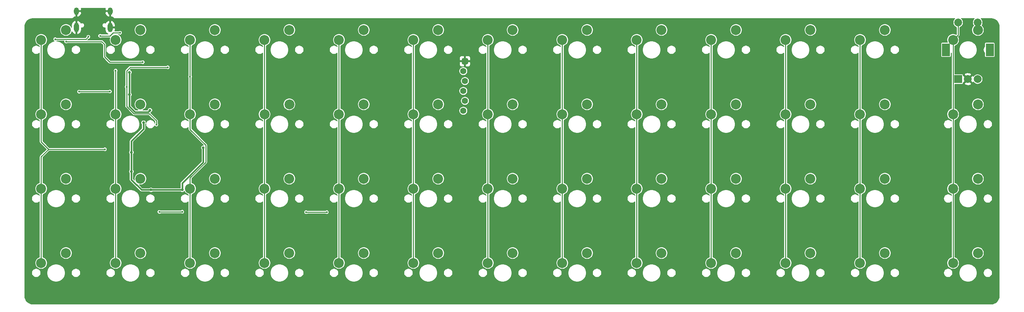
<source format=gtl>
G04 #@! TF.GenerationSoftware,KiCad,Pcbnew,(5.1.4-0)*
G04 #@! TF.CreationDate,2021-10-08T11:39:25-05:00*
G04 #@! TF.ProjectId,lucy,6c756379-2e6b-4696-9361-645f70636258,rev?*
G04 #@! TF.SameCoordinates,Original*
G04 #@! TF.FileFunction,Copper,L1,Top*
G04 #@! TF.FilePolarity,Positive*
%FSLAX46Y46*%
G04 Gerber Fmt 4.6, Leading zero omitted, Abs format (unit mm)*
G04 Created by KiCad (PCBNEW (5.1.4-0)) date 2021-10-08 11:39:25*
%MOMM*%
%LPD*%
G04 APERTURE LIST*
%ADD10C,2.540000*%
%ADD11R,2.000000X2.000000*%
%ADD12C,2.000000*%
%ADD13R,2.000000X3.200000*%
%ADD14C,0.100000*%
%ADD15C,1.600200*%
%ADD16O,1.300000X2.400000*%
%ADD17O,1.300000X1.900000*%
%ADD18C,0.500000*%
%ADD19C,0.700000*%
%ADD20C,0.250000*%
%ADD21C,0.400000*%
%ADD22C,0.200000*%
G04 APERTURE END LIST*
D10*
X316468185Y-69691370D03*
X322818185Y-67151370D03*
X121205625Y-50641250D03*
X127555625Y-48101250D03*
X316468185Y-107791530D03*
X322818185Y-105251530D03*
D11*
X317752725Y-60693950D03*
D12*
X320252725Y-60693950D03*
X322752725Y-60693950D03*
D13*
X314652725Y-53193950D03*
X325852725Y-53193950D03*
D12*
X317752725Y-46193950D03*
X322752725Y-46193950D03*
D14*
G36*
X191985662Y-55301826D02*
G01*
X192024496Y-55307587D01*
X192062578Y-55317126D01*
X192099543Y-55330352D01*
X192135032Y-55347137D01*
X192168706Y-55367321D01*
X192200239Y-55390707D01*
X192229328Y-55417072D01*
X192255693Y-55446161D01*
X192279079Y-55477694D01*
X192299263Y-55511368D01*
X192316048Y-55546857D01*
X192329274Y-55583822D01*
X192338813Y-55621904D01*
X192344574Y-55660738D01*
X192346500Y-55699950D01*
X192346500Y-56500050D01*
X192344574Y-56539262D01*
X192338813Y-56578096D01*
X192329274Y-56616178D01*
X192316048Y-56653143D01*
X192299263Y-56688632D01*
X192279079Y-56722306D01*
X192255693Y-56753839D01*
X192229328Y-56782928D01*
X192200239Y-56809293D01*
X192168706Y-56832679D01*
X192135032Y-56852863D01*
X192099543Y-56869648D01*
X192062578Y-56882874D01*
X192024496Y-56892413D01*
X191985662Y-56898174D01*
X191946450Y-56900100D01*
X191146350Y-56900100D01*
X191107138Y-56898174D01*
X191068304Y-56892413D01*
X191030222Y-56882874D01*
X190993257Y-56869648D01*
X190957768Y-56852863D01*
X190924094Y-56832679D01*
X190892561Y-56809293D01*
X190863472Y-56782928D01*
X190837107Y-56753839D01*
X190813721Y-56722306D01*
X190793537Y-56688632D01*
X190776752Y-56653143D01*
X190763526Y-56616178D01*
X190753987Y-56578096D01*
X190748226Y-56539262D01*
X190746300Y-56500050D01*
X190746300Y-55699950D01*
X190748226Y-55660738D01*
X190753987Y-55621904D01*
X190763526Y-55583822D01*
X190776752Y-55546857D01*
X190793537Y-55511368D01*
X190813721Y-55477694D01*
X190837107Y-55446161D01*
X190863472Y-55417072D01*
X190892561Y-55390707D01*
X190924094Y-55367321D01*
X190957768Y-55347137D01*
X190993257Y-55330352D01*
X191030222Y-55317126D01*
X191068304Y-55307587D01*
X191107138Y-55301826D01*
X191146350Y-55299900D01*
X191946450Y-55299900D01*
X191985662Y-55301826D01*
X191985662Y-55301826D01*
G37*
D15*
X191546400Y-56100000D03*
X191140000Y-58640000D03*
X191546400Y-61180000D03*
X191140000Y-63720000D03*
X191546400Y-66260000D03*
X191140000Y-68800000D03*
D16*
X92139825Y-47458627D03*
D17*
X92139825Y-43258627D03*
X100739825Y-43258627D03*
D16*
X100739825Y-47458627D03*
X92139825Y-47458627D03*
D10*
X322818125Y-48101250D03*
X316468125Y-50641250D03*
X316468185Y-88741450D03*
X322818185Y-86201450D03*
X83105625Y-50641250D03*
X89455625Y-48101250D03*
X102155625Y-50641250D03*
X108505625Y-48101250D03*
X146605625Y-48101250D03*
X140255625Y-50641250D03*
X159305625Y-50641250D03*
X165655625Y-48101250D03*
X178355625Y-50641250D03*
X184705625Y-48101250D03*
X197405625Y-50641250D03*
X203755625Y-48101250D03*
X216455625Y-50641250D03*
X222805625Y-48101250D03*
X235505625Y-50641250D03*
X241855625Y-48101250D03*
X254555625Y-50641250D03*
X260905625Y-48101250D03*
X273605625Y-50641250D03*
X279955625Y-48101250D03*
X292655625Y-50641250D03*
X299005625Y-48101250D03*
X83105625Y-69691250D03*
X89455625Y-67151250D03*
X102155625Y-69691250D03*
X108505625Y-67151250D03*
X121205625Y-69691250D03*
X127555625Y-67151250D03*
X140260799Y-69691250D03*
X146610799Y-67151250D03*
X159305625Y-69691250D03*
X165655625Y-67151250D03*
X178355625Y-69691250D03*
X184705625Y-67151250D03*
X197405625Y-69691250D03*
X203755625Y-67151250D03*
X216455625Y-69691250D03*
X222805625Y-67151250D03*
X235505625Y-69691250D03*
X241855625Y-67151250D03*
X254555625Y-69691250D03*
X260905625Y-67151250D03*
X273605625Y-69691250D03*
X279955625Y-67151250D03*
X292655625Y-69691250D03*
X299005625Y-67151250D03*
X83105625Y-88741250D03*
X89455625Y-86201250D03*
X102155625Y-88741250D03*
X108505625Y-86201250D03*
X121205625Y-88741250D03*
X127555625Y-86201250D03*
X140255625Y-88741250D03*
X146605625Y-86201250D03*
X159305625Y-88741250D03*
X165655625Y-86201250D03*
X178355625Y-88741250D03*
X184705625Y-86201250D03*
X216455625Y-88741250D03*
X222805625Y-86201250D03*
X235505625Y-88741250D03*
X241855625Y-86201250D03*
X254555625Y-88741250D03*
X260905625Y-86201250D03*
X273605625Y-88741250D03*
X279955625Y-86201250D03*
X83105625Y-107791250D03*
X89455625Y-105251250D03*
X102155625Y-107791250D03*
X108505625Y-105251250D03*
X121205625Y-107791250D03*
X127555625Y-105251250D03*
X140255625Y-107791250D03*
X146605625Y-105251250D03*
X159305625Y-107791250D03*
X165655625Y-105251250D03*
X178355625Y-107791250D03*
X184705625Y-105251250D03*
X216455625Y-107791250D03*
X222805625Y-105251250D03*
X235505625Y-107791250D03*
X241855625Y-105251250D03*
X254555625Y-107791250D03*
X260905625Y-105251250D03*
X273605625Y-107791250D03*
X279955625Y-105251250D03*
X197405625Y-88741250D03*
X203755625Y-86201250D03*
X197405625Y-107791250D03*
X203755625Y-105251250D03*
X292655625Y-88741250D03*
X299005625Y-86201250D03*
X292655625Y-107791250D03*
X299005625Y-105251250D03*
D18*
X89490625Y-51056250D03*
X109090625Y-56356250D03*
D19*
X109290625Y-71856250D03*
X106190625Y-79456250D03*
X119190625Y-89056250D03*
X111190625Y-89056250D03*
X105690625Y-64656250D03*
X110940625Y-68656250D03*
X106190625Y-84356250D03*
X124590625Y-78256250D03*
X105690625Y-58931249D03*
D18*
X100690625Y-63856250D03*
X92790625Y-63906250D03*
X119190625Y-94656250D03*
X150890625Y-94756250D03*
X156190625Y-94756250D03*
X113340625Y-94706250D03*
X99390625Y-78656250D03*
X102155625Y-58516420D03*
X121205625Y-60041250D03*
X98190625Y-49606250D03*
X103290625Y-48806250D03*
X95190625Y-49856250D03*
X86690625Y-50456250D03*
X104990625Y-62656250D03*
X112590625Y-72356250D03*
X115490625Y-57656250D03*
X164390625Y-58256250D03*
D20*
X89490625Y-51056250D02*
X98590625Y-51056250D01*
X98590625Y-51056250D02*
X99290625Y-51756250D01*
X99290625Y-51756250D02*
X99290625Y-54956250D01*
X99290625Y-54956250D02*
X100690625Y-56356250D01*
X100690625Y-56356250D02*
X109090625Y-56356250D01*
D21*
X106190625Y-86456250D02*
X106190625Y-85961276D01*
X109290625Y-73456250D02*
X109290625Y-71856250D01*
X106190625Y-76556250D02*
X109290625Y-73456250D01*
X106190625Y-79456250D02*
X106190625Y-76556250D01*
X106190625Y-86456250D02*
X108790625Y-89056250D01*
X119190625Y-89056250D02*
X119190625Y-87356250D01*
X119190625Y-87356250D02*
X124590625Y-81956250D01*
X111190625Y-89056250D02*
X119190625Y-89056250D01*
X108790625Y-89056250D02*
X111190625Y-89056250D01*
X106190625Y-84356250D02*
X106190625Y-79456250D01*
X106190625Y-85961276D02*
X106190625Y-84356250D01*
X124590625Y-81956250D02*
X124590625Y-78256250D01*
X105690625Y-67712770D02*
X105690625Y-65151224D01*
X107079095Y-69101240D02*
X105690625Y-67712770D01*
X110495635Y-69101240D02*
X107079095Y-69101240D01*
X105690625Y-65151224D02*
X105690625Y-64656250D01*
X110940625Y-68656250D02*
X110495635Y-69101240D01*
X105690625Y-64656250D02*
X105690625Y-59056250D01*
D20*
X92840625Y-63856250D02*
X92790625Y-63906250D01*
X100690625Y-63856250D02*
X92840625Y-63856250D01*
X150890625Y-94756250D02*
X156190625Y-94756250D01*
X113390625Y-94656250D02*
X113340625Y-94706250D01*
X119190625Y-94656250D02*
X113390625Y-94656250D01*
X99390625Y-78656250D02*
X84990625Y-78656250D01*
X83105625Y-76771250D02*
X83105625Y-50641250D01*
X84990625Y-78656250D02*
X83105625Y-76771250D01*
X83105625Y-80541250D02*
X84990625Y-78656250D01*
X83105625Y-88741250D02*
X83105625Y-80541250D01*
X83105625Y-88741250D02*
X83105625Y-107791250D01*
X102155625Y-107791250D02*
X102155625Y-88741250D01*
X102155625Y-88741250D02*
X102155625Y-58516420D01*
X121205625Y-107791250D02*
X121205625Y-88741250D01*
X121205625Y-60041250D02*
X121205625Y-69691250D01*
X121205625Y-50641250D02*
X121205625Y-60041250D01*
X121205625Y-73571250D02*
X121205625Y-69691250D01*
X125195626Y-81994730D02*
X125195626Y-77561251D01*
X121205625Y-85984730D02*
X125195626Y-81994730D01*
X125195626Y-77561251D02*
X121205625Y-73571250D01*
X121205625Y-88741250D02*
X121205625Y-85984730D01*
X140255625Y-50641250D02*
X140255625Y-107791250D01*
X159305625Y-50641250D02*
X159305625Y-107791250D01*
X178355625Y-50641250D02*
X178355625Y-107791250D01*
X197405625Y-50641250D02*
X197405625Y-107791250D01*
X216455625Y-50641250D02*
X216455625Y-107791250D01*
X235505625Y-50641250D02*
X235505625Y-107791250D01*
X254555625Y-50641250D02*
X254555625Y-107791250D01*
X273605625Y-50641250D02*
X273605625Y-107791250D01*
X292655625Y-50641250D02*
X292655625Y-107791250D01*
X100690625Y-49606250D02*
X100490625Y-49606250D01*
X101490625Y-48806250D02*
X100690625Y-49606250D01*
X100490625Y-49606250D02*
X98190625Y-49606250D01*
X103290625Y-48806250D02*
X101490625Y-48806250D01*
X94590625Y-50456250D02*
X90490625Y-50456250D01*
X95190625Y-49856250D02*
X94590625Y-50456250D01*
X90490625Y-50456250D02*
X86690625Y-50456250D01*
X106890625Y-69556250D02*
X104990625Y-67656250D01*
X104990625Y-67656250D02*
X104990625Y-62656250D01*
X110790625Y-69556250D02*
X106890625Y-69556250D01*
X112590625Y-71356250D02*
X110790625Y-69556250D01*
X112590625Y-72356250D02*
X112590625Y-71356250D01*
X105890625Y-57656250D02*
X104990625Y-58556250D01*
X104990625Y-62656250D02*
X104990625Y-58556250D01*
X105890625Y-57656250D02*
X115490625Y-57656250D01*
X316468125Y-107791470D02*
X316468185Y-107791530D01*
X316468125Y-50641250D02*
X316468125Y-107791470D01*
X317752725Y-49356650D02*
X316468125Y-50641250D01*
X317752725Y-46193950D02*
X317752725Y-49356650D01*
X322818125Y-46259350D02*
X322752725Y-46193950D01*
X322818125Y-48101250D02*
X322818125Y-46259350D01*
D22*
G36*
X99500699Y-42657108D02*
G01*
X99465685Y-42904643D01*
X99624927Y-43104627D01*
X100585825Y-43104627D01*
X100585825Y-43084627D01*
X100893825Y-43084627D01*
X100893825Y-43104627D01*
X101215626Y-43104627D01*
X101215626Y-43412627D01*
X100893825Y-43412627D01*
X100893825Y-44653853D01*
X101087243Y-44767703D01*
X101177543Y-44756437D01*
X101301975Y-44696555D01*
X101343329Y-44773038D01*
X101359795Y-44797450D01*
X101375931Y-44822108D01*
X101378799Y-44825625D01*
X101443263Y-44903548D01*
X101464173Y-44924312D01*
X101484773Y-44945348D01*
X101488269Y-44948241D01*
X101566640Y-45012159D01*
X101591167Y-45028454D01*
X101615479Y-45045101D01*
X101619470Y-45047259D01*
X101708764Y-45094738D01*
X101736017Y-45105971D01*
X101763075Y-45117568D01*
X101767410Y-45118910D01*
X101864226Y-45148140D01*
X101893112Y-45153860D01*
X101921931Y-45159985D01*
X101926445Y-45160460D01*
X102027094Y-45170329D01*
X102027101Y-45170329D01*
X102042848Y-45171880D01*
X316942422Y-45171880D01*
X316924023Y-45184174D01*
X316742949Y-45365248D01*
X316600680Y-45578169D01*
X316502683Y-45814754D01*
X316452725Y-46065911D01*
X316452725Y-46321989D01*
X316502683Y-46573146D01*
X316600680Y-46809731D01*
X316742949Y-47022652D01*
X316924023Y-47203726D01*
X317136944Y-47345995D01*
X317327725Y-47425019D01*
X317327726Y-49180608D01*
X317239734Y-49268600D01*
X317211799Y-49249934D01*
X316926077Y-49131584D01*
X316622757Y-49071250D01*
X316313493Y-49071250D01*
X316010173Y-49131584D01*
X315724451Y-49249934D01*
X315467308Y-49421751D01*
X315248626Y-49640433D01*
X315076809Y-49897576D01*
X314958459Y-50183298D01*
X314898125Y-50486618D01*
X314898125Y-50795882D01*
X314958459Y-51099202D01*
X315038525Y-51292499D01*
X313652725Y-51292499D01*
X313593915Y-51298291D01*
X313537365Y-51315446D01*
X313485248Y-51343303D01*
X313439567Y-51380792D01*
X313402078Y-51426473D01*
X313374221Y-51478590D01*
X313357066Y-51535140D01*
X313351274Y-51593950D01*
X313351274Y-54793950D01*
X313357066Y-54852760D01*
X313374221Y-54909310D01*
X313402078Y-54961427D01*
X313439567Y-55007108D01*
X313485248Y-55044597D01*
X313537365Y-55072454D01*
X313593915Y-55089609D01*
X313652725Y-55095401D01*
X315652725Y-55095401D01*
X315711535Y-55089609D01*
X315768085Y-55072454D01*
X315820202Y-55044597D01*
X315865883Y-55007108D01*
X315903372Y-54961427D01*
X315931229Y-54909310D01*
X315948384Y-54852760D01*
X315954176Y-54793950D01*
X315954176Y-54052818D01*
X316043125Y-53963869D01*
X316043125Y-68175161D01*
X316010233Y-68181704D01*
X315724511Y-68300054D01*
X315467368Y-68471871D01*
X315248686Y-68690553D01*
X315076869Y-68947696D01*
X314958519Y-69233418D01*
X314898185Y-69536738D01*
X314898185Y-69846002D01*
X314958519Y-70149322D01*
X315076869Y-70435044D01*
X315248686Y-70692187D01*
X315467368Y-70910869D01*
X315724511Y-71082686D01*
X316010233Y-71201036D01*
X316043125Y-71207579D01*
X316043125Y-71448691D01*
X315931841Y-71337407D01*
X315743341Y-71211455D01*
X315533890Y-71124698D01*
X315311539Y-71080470D01*
X315084831Y-71080470D01*
X314862480Y-71124698D01*
X314653029Y-71211455D01*
X314464529Y-71337407D01*
X314304222Y-71497714D01*
X314178270Y-71686214D01*
X314091513Y-71895665D01*
X314047285Y-72118016D01*
X314047285Y-72344724D01*
X314091513Y-72567075D01*
X314178270Y-72776526D01*
X314304222Y-72965026D01*
X314464529Y-73125333D01*
X314653029Y-73251285D01*
X314862480Y-73338042D01*
X315084831Y-73382270D01*
X315311539Y-73382270D01*
X315533890Y-73338042D01*
X315743341Y-73251285D01*
X315931841Y-73125333D01*
X316043125Y-73014049D01*
X316043126Y-87225241D01*
X316010233Y-87231784D01*
X315724511Y-87350134D01*
X315467368Y-87521951D01*
X315248686Y-87740633D01*
X315076869Y-87997776D01*
X314958519Y-88283498D01*
X314898185Y-88586818D01*
X314898185Y-88896082D01*
X314958519Y-89199402D01*
X315076869Y-89485124D01*
X315248686Y-89742267D01*
X315467368Y-89960949D01*
X315724511Y-90132766D01*
X316010233Y-90251116D01*
X316043126Y-90257659D01*
X316043126Y-90498772D01*
X315931841Y-90387487D01*
X315743341Y-90261535D01*
X315533890Y-90174778D01*
X315311539Y-90130550D01*
X315084831Y-90130550D01*
X314862480Y-90174778D01*
X314653029Y-90261535D01*
X314464529Y-90387487D01*
X314304222Y-90547794D01*
X314178270Y-90736294D01*
X314091513Y-90945745D01*
X314047285Y-91168096D01*
X314047285Y-91394804D01*
X314091513Y-91617155D01*
X314178270Y-91826606D01*
X314304222Y-92015106D01*
X314464529Y-92175413D01*
X314653029Y-92301365D01*
X314862480Y-92388122D01*
X315084831Y-92432350D01*
X315311539Y-92432350D01*
X315533890Y-92388122D01*
X315743341Y-92301365D01*
X315931841Y-92175413D01*
X316043126Y-92064128D01*
X316043126Y-106275321D01*
X316010233Y-106281864D01*
X315724511Y-106400214D01*
X315467368Y-106572031D01*
X315248686Y-106790713D01*
X315076869Y-107047856D01*
X314958519Y-107333578D01*
X314898185Y-107636898D01*
X314898185Y-107946162D01*
X314958519Y-108249482D01*
X315076869Y-108535204D01*
X315248686Y-108792347D01*
X315467368Y-109011029D01*
X315724511Y-109182846D01*
X316010233Y-109301196D01*
X316313553Y-109361530D01*
X316622817Y-109361530D01*
X316926137Y-109301196D01*
X317211859Y-109182846D01*
X317469002Y-109011029D01*
X317687684Y-108792347D01*
X317859501Y-108535204D01*
X317977851Y-108249482D01*
X318038185Y-107946162D01*
X318038185Y-107636898D01*
X317977851Y-107333578D01*
X317859501Y-107047856D01*
X317687684Y-106790713D01*
X317469002Y-106572031D01*
X317211859Y-106400214D01*
X316926137Y-106281864D01*
X316893125Y-106275298D01*
X316893125Y-105096898D01*
X321248185Y-105096898D01*
X321248185Y-105406162D01*
X321308519Y-105709482D01*
X321426869Y-105995204D01*
X321598686Y-106252347D01*
X321817368Y-106471029D01*
X322074511Y-106642846D01*
X322360233Y-106761196D01*
X322663553Y-106821530D01*
X322972817Y-106821530D01*
X323276137Y-106761196D01*
X323561859Y-106642846D01*
X323819002Y-106471029D01*
X324037684Y-106252347D01*
X324209501Y-105995204D01*
X324327851Y-105709482D01*
X324388185Y-105406162D01*
X324388185Y-105096898D01*
X324327851Y-104793578D01*
X324209501Y-104507856D01*
X324037684Y-104250713D01*
X323819002Y-104032031D01*
X323561859Y-103860214D01*
X323276137Y-103741864D01*
X322972817Y-103681530D01*
X322663553Y-103681530D01*
X322360233Y-103741864D01*
X322074511Y-103860214D01*
X321817368Y-104032031D01*
X321598686Y-104250713D01*
X321426869Y-104507856D01*
X321308519Y-104793578D01*
X321248185Y-105096898D01*
X316893125Y-105096898D01*
X316893125Y-91055521D01*
X317984285Y-91055521D01*
X317984285Y-91507379D01*
X318072438Y-91950556D01*
X318245357Y-92368019D01*
X318496397Y-92743726D01*
X318815909Y-93063238D01*
X319191616Y-93314278D01*
X319609079Y-93487197D01*
X320052256Y-93575350D01*
X320504114Y-93575350D01*
X320947291Y-93487197D01*
X321364754Y-93314278D01*
X321740461Y-93063238D01*
X322059973Y-92743726D01*
X322311013Y-92368019D01*
X322483932Y-91950556D01*
X322572085Y-91507379D01*
X322572085Y-91168096D01*
X324207285Y-91168096D01*
X324207285Y-91394804D01*
X324251513Y-91617155D01*
X324338270Y-91826606D01*
X324464222Y-92015106D01*
X324624529Y-92175413D01*
X324813029Y-92301365D01*
X325022480Y-92388122D01*
X325244831Y-92432350D01*
X325471539Y-92432350D01*
X325693890Y-92388122D01*
X325903341Y-92301365D01*
X326091841Y-92175413D01*
X326252148Y-92015106D01*
X326378100Y-91826606D01*
X326464857Y-91617155D01*
X326509085Y-91394804D01*
X326509085Y-91168096D01*
X326464857Y-90945745D01*
X326378100Y-90736294D01*
X326252148Y-90547794D01*
X326091841Y-90387487D01*
X325903341Y-90261535D01*
X325693890Y-90174778D01*
X325471539Y-90130550D01*
X325244831Y-90130550D01*
X325022480Y-90174778D01*
X324813029Y-90261535D01*
X324624529Y-90387487D01*
X324464222Y-90547794D01*
X324338270Y-90736294D01*
X324251513Y-90945745D01*
X324207285Y-91168096D01*
X322572085Y-91168096D01*
X322572085Y-91055521D01*
X322483932Y-90612344D01*
X322311013Y-90194881D01*
X322059973Y-89819174D01*
X321740461Y-89499662D01*
X321364754Y-89248622D01*
X320947291Y-89075703D01*
X320504114Y-88987550D01*
X320052256Y-88987550D01*
X319609079Y-89075703D01*
X319191616Y-89248622D01*
X318815909Y-89499662D01*
X318496397Y-89819174D01*
X318245357Y-90194881D01*
X318072438Y-90612344D01*
X317984285Y-91055521D01*
X316893125Y-91055521D01*
X316893125Y-90257682D01*
X316926137Y-90251116D01*
X317211859Y-90132766D01*
X317469002Y-89960949D01*
X317687684Y-89742267D01*
X317859501Y-89485124D01*
X317977851Y-89199402D01*
X318038185Y-88896082D01*
X318038185Y-88586818D01*
X317977851Y-88283498D01*
X317859501Y-87997776D01*
X317687684Y-87740633D01*
X317469002Y-87521951D01*
X317211859Y-87350134D01*
X316926137Y-87231784D01*
X316893125Y-87225218D01*
X316893125Y-86046818D01*
X321248185Y-86046818D01*
X321248185Y-86356082D01*
X321308519Y-86659402D01*
X321426869Y-86945124D01*
X321598686Y-87202267D01*
X321817368Y-87420949D01*
X322074511Y-87592766D01*
X322360233Y-87711116D01*
X322663553Y-87771450D01*
X322972817Y-87771450D01*
X323276137Y-87711116D01*
X323561859Y-87592766D01*
X323819002Y-87420949D01*
X324037684Y-87202267D01*
X324209501Y-86945124D01*
X324327851Y-86659402D01*
X324388185Y-86356082D01*
X324388185Y-86046818D01*
X324327851Y-85743498D01*
X324209501Y-85457776D01*
X324037684Y-85200633D01*
X323819002Y-84981951D01*
X323561859Y-84810134D01*
X323276137Y-84691784D01*
X322972817Y-84631450D01*
X322663553Y-84631450D01*
X322360233Y-84691784D01*
X322074511Y-84810134D01*
X321817368Y-84981951D01*
X321598686Y-85200633D01*
X321426869Y-85457776D01*
X321308519Y-85743498D01*
X321248185Y-86046818D01*
X316893125Y-86046818D01*
X316893125Y-72005441D01*
X317984285Y-72005441D01*
X317984285Y-72457299D01*
X318072438Y-72900476D01*
X318245357Y-73317939D01*
X318496397Y-73693646D01*
X318815909Y-74013158D01*
X319191616Y-74264198D01*
X319609079Y-74437117D01*
X320052256Y-74525270D01*
X320504114Y-74525270D01*
X320947291Y-74437117D01*
X321364754Y-74264198D01*
X321740461Y-74013158D01*
X322059973Y-73693646D01*
X322311013Y-73317939D01*
X322483932Y-72900476D01*
X322572085Y-72457299D01*
X322572085Y-72118016D01*
X324207285Y-72118016D01*
X324207285Y-72344724D01*
X324251513Y-72567075D01*
X324338270Y-72776526D01*
X324464222Y-72965026D01*
X324624529Y-73125333D01*
X324813029Y-73251285D01*
X325022480Y-73338042D01*
X325244831Y-73382270D01*
X325471539Y-73382270D01*
X325693890Y-73338042D01*
X325903341Y-73251285D01*
X326091841Y-73125333D01*
X326252148Y-72965026D01*
X326378100Y-72776526D01*
X326464857Y-72567075D01*
X326509085Y-72344724D01*
X326509085Y-72118016D01*
X326464857Y-71895665D01*
X326378100Y-71686214D01*
X326252148Y-71497714D01*
X326091841Y-71337407D01*
X325903341Y-71211455D01*
X325693890Y-71124698D01*
X325471539Y-71080470D01*
X325244831Y-71080470D01*
X325022480Y-71124698D01*
X324813029Y-71211455D01*
X324624529Y-71337407D01*
X324464222Y-71497714D01*
X324338270Y-71686214D01*
X324251513Y-71895665D01*
X324207285Y-72118016D01*
X322572085Y-72118016D01*
X322572085Y-72005441D01*
X322483932Y-71562264D01*
X322311013Y-71144801D01*
X322059973Y-70769094D01*
X321740461Y-70449582D01*
X321364754Y-70198542D01*
X320947291Y-70025623D01*
X320504114Y-69937470D01*
X320052256Y-69937470D01*
X319609079Y-70025623D01*
X319191616Y-70198542D01*
X318815909Y-70449582D01*
X318496397Y-70769094D01*
X318245357Y-71144801D01*
X318072438Y-71562264D01*
X317984285Y-72005441D01*
X316893125Y-72005441D01*
X316893125Y-71207602D01*
X316926137Y-71201036D01*
X317211859Y-71082686D01*
X317469002Y-70910869D01*
X317687684Y-70692187D01*
X317859501Y-70435044D01*
X317977851Y-70149322D01*
X318038185Y-69846002D01*
X318038185Y-69536738D01*
X317977851Y-69233418D01*
X317859501Y-68947696D01*
X317687684Y-68690553D01*
X317469002Y-68471871D01*
X317211859Y-68300054D01*
X316926137Y-68181704D01*
X316893125Y-68175138D01*
X316893125Y-66996738D01*
X321248185Y-66996738D01*
X321248185Y-67306002D01*
X321308519Y-67609322D01*
X321426869Y-67895044D01*
X321598686Y-68152187D01*
X321817368Y-68370869D01*
X322074511Y-68542686D01*
X322360233Y-68661036D01*
X322663553Y-68721370D01*
X322972817Y-68721370D01*
X323276137Y-68661036D01*
X323561859Y-68542686D01*
X323819002Y-68370869D01*
X324037684Y-68152187D01*
X324209501Y-67895044D01*
X324327851Y-67609322D01*
X324388185Y-67306002D01*
X324388185Y-66996738D01*
X324327851Y-66693418D01*
X324209501Y-66407696D01*
X324037684Y-66150553D01*
X323819002Y-65931871D01*
X323561859Y-65760054D01*
X323276137Y-65641704D01*
X322972817Y-65581370D01*
X322663553Y-65581370D01*
X322360233Y-65641704D01*
X322074511Y-65760054D01*
X321817368Y-65931871D01*
X321598686Y-66150553D01*
X321426869Y-66407696D01*
X321308519Y-66693418D01*
X321248185Y-66996738D01*
X316893125Y-66996738D01*
X316893125Y-61995401D01*
X318752725Y-61995401D01*
X318811535Y-61989609D01*
X318868085Y-61972454D01*
X318920202Y-61944597D01*
X318965883Y-61907108D01*
X319003372Y-61861427D01*
X319019021Y-61832149D01*
X319332315Y-61832149D01*
X319431906Y-62085712D01*
X319719197Y-62219104D01*
X320026990Y-62293884D01*
X320343460Y-62307180D01*
X320656441Y-62258481D01*
X320953909Y-62149658D01*
X321073544Y-62085712D01*
X321173135Y-61832149D01*
X320252725Y-60911739D01*
X319332315Y-61832149D01*
X319019021Y-61832149D01*
X319031229Y-61809310D01*
X319048384Y-61752760D01*
X319054176Y-61693950D01*
X319054176Y-61590657D01*
X319114526Y-61614360D01*
X320034936Y-60693950D01*
X320470514Y-60693950D01*
X321390924Y-61614360D01*
X321644487Y-61514769D01*
X321682696Y-61432477D01*
X321742949Y-61522652D01*
X321924023Y-61703726D01*
X322136944Y-61845995D01*
X322373529Y-61943992D01*
X322624686Y-61993950D01*
X322880764Y-61993950D01*
X323131921Y-61943992D01*
X323368506Y-61845995D01*
X323581427Y-61703726D01*
X323762501Y-61522652D01*
X323904770Y-61309731D01*
X324002767Y-61073146D01*
X324052725Y-60821989D01*
X324052725Y-60565911D01*
X324002767Y-60314754D01*
X323904770Y-60078169D01*
X323762501Y-59865248D01*
X323581427Y-59684174D01*
X323368506Y-59541905D01*
X323131921Y-59443908D01*
X322880764Y-59393950D01*
X322624686Y-59393950D01*
X322373529Y-59443908D01*
X322136944Y-59541905D01*
X321924023Y-59684174D01*
X321742949Y-59865248D01*
X321685905Y-59950620D01*
X321644487Y-59873131D01*
X321390924Y-59773540D01*
X320470514Y-60693950D01*
X320034936Y-60693950D01*
X319114526Y-59773540D01*
X319054176Y-59797243D01*
X319054176Y-59693950D01*
X319048384Y-59635140D01*
X319031229Y-59578590D01*
X319019022Y-59555751D01*
X319332315Y-59555751D01*
X320252725Y-60476161D01*
X321173135Y-59555751D01*
X321073544Y-59302188D01*
X320786253Y-59168796D01*
X320478460Y-59094016D01*
X320161990Y-59080720D01*
X319849009Y-59129419D01*
X319551541Y-59238242D01*
X319431906Y-59302188D01*
X319332315Y-59555751D01*
X319019022Y-59555751D01*
X319003372Y-59526473D01*
X318965883Y-59480792D01*
X318920202Y-59443303D01*
X318868085Y-59415446D01*
X318811535Y-59398291D01*
X318752725Y-59392499D01*
X316893125Y-59392499D01*
X316893125Y-52955321D01*
X317984225Y-52955321D01*
X317984225Y-53407179D01*
X318072378Y-53850356D01*
X318245297Y-54267819D01*
X318496337Y-54643526D01*
X318815849Y-54963038D01*
X319191556Y-55214078D01*
X319609019Y-55386997D01*
X320052196Y-55475150D01*
X320504054Y-55475150D01*
X320947231Y-55386997D01*
X321364694Y-55214078D01*
X321740401Y-54963038D01*
X322059913Y-54643526D01*
X322310953Y-54267819D01*
X322483872Y-53850356D01*
X322572025Y-53407179D01*
X322572025Y-53067896D01*
X324207225Y-53067896D01*
X324207225Y-53294604D01*
X324251453Y-53516955D01*
X324338210Y-53726406D01*
X324464162Y-53914906D01*
X324551274Y-54002018D01*
X324551274Y-54793950D01*
X324557066Y-54852760D01*
X324574221Y-54909310D01*
X324602078Y-54961427D01*
X324639567Y-55007108D01*
X324685248Y-55044597D01*
X324737365Y-55072454D01*
X324793915Y-55089609D01*
X324852725Y-55095401D01*
X326852725Y-55095401D01*
X326911535Y-55089609D01*
X326968085Y-55072454D01*
X327020202Y-55044597D01*
X327065883Y-55007108D01*
X327103372Y-54961427D01*
X327131229Y-54909310D01*
X327148384Y-54852760D01*
X327154176Y-54793950D01*
X327154176Y-51593950D01*
X327148384Y-51535140D01*
X327131229Y-51478590D01*
X327103372Y-51426473D01*
X327065883Y-51380792D01*
X327020202Y-51343303D01*
X326968085Y-51315446D01*
X326911535Y-51298291D01*
X326852725Y-51292499D01*
X324852725Y-51292499D01*
X324793915Y-51298291D01*
X324737365Y-51315446D01*
X324685248Y-51343303D01*
X324639567Y-51380792D01*
X324602078Y-51426473D01*
X324574221Y-51478590D01*
X324557066Y-51535140D01*
X324551274Y-51593950D01*
X324551274Y-52360482D01*
X324464162Y-52447594D01*
X324338210Y-52636094D01*
X324251453Y-52845545D01*
X324207225Y-53067896D01*
X322572025Y-53067896D01*
X322572025Y-52955321D01*
X322483872Y-52512144D01*
X322310953Y-52094681D01*
X322059913Y-51718974D01*
X321740401Y-51399462D01*
X321364694Y-51148422D01*
X320947231Y-50975503D01*
X320504054Y-50887350D01*
X320052196Y-50887350D01*
X319609019Y-50975503D01*
X319191556Y-51148422D01*
X318815849Y-51399462D01*
X318496337Y-51718974D01*
X318245297Y-52094681D01*
X318072378Y-52512144D01*
X317984225Y-52955321D01*
X316893125Y-52955321D01*
X316893125Y-52157471D01*
X316926077Y-52150916D01*
X317211799Y-52032566D01*
X317468942Y-51860749D01*
X317687624Y-51642067D01*
X317859441Y-51384924D01*
X317977791Y-51099202D01*
X318038125Y-50795882D01*
X318038125Y-50486618D01*
X317977791Y-50183298D01*
X317859441Y-49897576D01*
X317840775Y-49869641D01*
X318038487Y-49671929D01*
X318054699Y-49658624D01*
X318107809Y-49593910D01*
X318145745Y-49522936D01*
X318147273Y-49520078D01*
X318171575Y-49439964D01*
X318173369Y-49421751D01*
X318177725Y-49377524D01*
X318177725Y-49377517D01*
X318179780Y-49356650D01*
X318177725Y-49335783D01*
X318177725Y-47425019D01*
X318368506Y-47345995D01*
X318581427Y-47203726D01*
X318762501Y-47022652D01*
X318904770Y-46809731D01*
X319002767Y-46573146D01*
X319052725Y-46321989D01*
X319052725Y-46065911D01*
X319002767Y-45814754D01*
X318904770Y-45578169D01*
X318762501Y-45365248D01*
X318581427Y-45184174D01*
X318563028Y-45171880D01*
X321942422Y-45171880D01*
X321924023Y-45184174D01*
X321742949Y-45365248D01*
X321600680Y-45578169D01*
X321502683Y-45814754D01*
X321452725Y-46065911D01*
X321452725Y-46321989D01*
X321502683Y-46573146D01*
X321600680Y-46809731D01*
X321716296Y-46982763D01*
X321598626Y-47100433D01*
X321426809Y-47357576D01*
X321308459Y-47643298D01*
X321248125Y-47946618D01*
X321248125Y-48255882D01*
X321308459Y-48559202D01*
X321426809Y-48844924D01*
X321598626Y-49102067D01*
X321817308Y-49320749D01*
X322074451Y-49492566D01*
X322360173Y-49610916D01*
X322663493Y-49671250D01*
X322972757Y-49671250D01*
X323276077Y-49610916D01*
X323561799Y-49492566D01*
X323818942Y-49320749D01*
X324037624Y-49102067D01*
X324209441Y-48844924D01*
X324327791Y-48559202D01*
X324388125Y-48255882D01*
X324388125Y-47946618D01*
X324327791Y-47643298D01*
X324209441Y-47357576D01*
X324037624Y-47100433D01*
X323841545Y-46904354D01*
X323904770Y-46809731D01*
X324002767Y-46573146D01*
X324052725Y-46321989D01*
X324052725Y-46065911D01*
X324002767Y-45814754D01*
X323904770Y-45578169D01*
X323762501Y-45365248D01*
X323581427Y-45184174D01*
X323563028Y-45171880D01*
X326215438Y-45171880D01*
X326630428Y-45212570D01*
X327014323Y-45328475D01*
X327368388Y-45516735D01*
X327679146Y-45770183D01*
X327934760Y-46079166D01*
X328125488Y-46431911D01*
X328244069Y-46814981D01*
X328287595Y-47229104D01*
X328287596Y-116268773D01*
X328246905Y-116683773D01*
X328131000Y-117067667D01*
X327942741Y-117421732D01*
X327689288Y-117732496D01*
X327380310Y-117988105D01*
X327027565Y-118178833D01*
X326644490Y-118297414D01*
X326230371Y-118340940D01*
X80977452Y-118340940D01*
X80562462Y-118300250D01*
X80178568Y-118184345D01*
X79824503Y-117996086D01*
X79513739Y-117742633D01*
X79258130Y-117433655D01*
X79067402Y-117080910D01*
X78948821Y-116697835D01*
X78905295Y-116283716D01*
X78905295Y-110217896D01*
X80684725Y-110217896D01*
X80684725Y-110444604D01*
X80728953Y-110666955D01*
X80815710Y-110876406D01*
X80941662Y-111064906D01*
X81101969Y-111225213D01*
X81290469Y-111351165D01*
X81499920Y-111437922D01*
X81722271Y-111482150D01*
X81948979Y-111482150D01*
X82171330Y-111437922D01*
X82380781Y-111351165D01*
X82569281Y-111225213D01*
X82729588Y-111064906D01*
X82855540Y-110876406D01*
X82942297Y-110666955D01*
X82986525Y-110444604D01*
X82986525Y-110217896D01*
X82964133Y-110105321D01*
X84621725Y-110105321D01*
X84621725Y-110557179D01*
X84709878Y-111000356D01*
X84882797Y-111417819D01*
X85133837Y-111793526D01*
X85453349Y-112113038D01*
X85829056Y-112364078D01*
X86246519Y-112536997D01*
X86689696Y-112625150D01*
X87141554Y-112625150D01*
X87584731Y-112536997D01*
X88002194Y-112364078D01*
X88377901Y-112113038D01*
X88697413Y-111793526D01*
X88948453Y-111417819D01*
X89121372Y-111000356D01*
X89209525Y-110557179D01*
X89209525Y-110217896D01*
X90844725Y-110217896D01*
X90844725Y-110444604D01*
X90888953Y-110666955D01*
X90975710Y-110876406D01*
X91101662Y-111064906D01*
X91261969Y-111225213D01*
X91450469Y-111351165D01*
X91659920Y-111437922D01*
X91882271Y-111482150D01*
X92108979Y-111482150D01*
X92331330Y-111437922D01*
X92540781Y-111351165D01*
X92729281Y-111225213D01*
X92889588Y-111064906D01*
X93015540Y-110876406D01*
X93102297Y-110666955D01*
X93146525Y-110444604D01*
X93146525Y-110217896D01*
X99734725Y-110217896D01*
X99734725Y-110444604D01*
X99778953Y-110666955D01*
X99865710Y-110876406D01*
X99991662Y-111064906D01*
X100151969Y-111225213D01*
X100340469Y-111351165D01*
X100549920Y-111437922D01*
X100772271Y-111482150D01*
X100998979Y-111482150D01*
X101221330Y-111437922D01*
X101430781Y-111351165D01*
X101619281Y-111225213D01*
X101779588Y-111064906D01*
X101905540Y-110876406D01*
X101992297Y-110666955D01*
X102036525Y-110444604D01*
X102036525Y-110217896D01*
X102014133Y-110105321D01*
X103671725Y-110105321D01*
X103671725Y-110557179D01*
X103759878Y-111000356D01*
X103932797Y-111417819D01*
X104183837Y-111793526D01*
X104503349Y-112113038D01*
X104879056Y-112364078D01*
X105296519Y-112536997D01*
X105739696Y-112625150D01*
X106191554Y-112625150D01*
X106634731Y-112536997D01*
X107052194Y-112364078D01*
X107427901Y-112113038D01*
X107747413Y-111793526D01*
X107998453Y-111417819D01*
X108171372Y-111000356D01*
X108259525Y-110557179D01*
X108259525Y-110217896D01*
X109894725Y-110217896D01*
X109894725Y-110444604D01*
X109938953Y-110666955D01*
X110025710Y-110876406D01*
X110151662Y-111064906D01*
X110311969Y-111225213D01*
X110500469Y-111351165D01*
X110709920Y-111437922D01*
X110932271Y-111482150D01*
X111158979Y-111482150D01*
X111381330Y-111437922D01*
X111590781Y-111351165D01*
X111779281Y-111225213D01*
X111939588Y-111064906D01*
X112065540Y-110876406D01*
X112152297Y-110666955D01*
X112196525Y-110444604D01*
X112196525Y-110217896D01*
X118784725Y-110217896D01*
X118784725Y-110444604D01*
X118828953Y-110666955D01*
X118915710Y-110876406D01*
X119041662Y-111064906D01*
X119201969Y-111225213D01*
X119390469Y-111351165D01*
X119599920Y-111437922D01*
X119822271Y-111482150D01*
X120048979Y-111482150D01*
X120271330Y-111437922D01*
X120480781Y-111351165D01*
X120669281Y-111225213D01*
X120829588Y-111064906D01*
X120955540Y-110876406D01*
X121042297Y-110666955D01*
X121086525Y-110444604D01*
X121086525Y-110217896D01*
X121064133Y-110105321D01*
X122721725Y-110105321D01*
X122721725Y-110557179D01*
X122809878Y-111000356D01*
X122982797Y-111417819D01*
X123233837Y-111793526D01*
X123553349Y-112113038D01*
X123929056Y-112364078D01*
X124346519Y-112536997D01*
X124789696Y-112625150D01*
X125241554Y-112625150D01*
X125684731Y-112536997D01*
X126102194Y-112364078D01*
X126477901Y-112113038D01*
X126797413Y-111793526D01*
X127048453Y-111417819D01*
X127221372Y-111000356D01*
X127309525Y-110557179D01*
X127309525Y-110217896D01*
X128944725Y-110217896D01*
X128944725Y-110444604D01*
X128988953Y-110666955D01*
X129075710Y-110876406D01*
X129201662Y-111064906D01*
X129361969Y-111225213D01*
X129550469Y-111351165D01*
X129759920Y-111437922D01*
X129982271Y-111482150D01*
X130208979Y-111482150D01*
X130431330Y-111437922D01*
X130640781Y-111351165D01*
X130829281Y-111225213D01*
X130989588Y-111064906D01*
X131115540Y-110876406D01*
X131202297Y-110666955D01*
X131246525Y-110444604D01*
X131246525Y-110217896D01*
X137834725Y-110217896D01*
X137834725Y-110444604D01*
X137878953Y-110666955D01*
X137965710Y-110876406D01*
X138091662Y-111064906D01*
X138251969Y-111225213D01*
X138440469Y-111351165D01*
X138649920Y-111437922D01*
X138872271Y-111482150D01*
X139098979Y-111482150D01*
X139321330Y-111437922D01*
X139530781Y-111351165D01*
X139719281Y-111225213D01*
X139879588Y-111064906D01*
X140005540Y-110876406D01*
X140092297Y-110666955D01*
X140136525Y-110444604D01*
X140136525Y-110217896D01*
X140114133Y-110105321D01*
X141771725Y-110105321D01*
X141771725Y-110557179D01*
X141859878Y-111000356D01*
X142032797Y-111417819D01*
X142283837Y-111793526D01*
X142603349Y-112113038D01*
X142979056Y-112364078D01*
X143396519Y-112536997D01*
X143839696Y-112625150D01*
X144291554Y-112625150D01*
X144734731Y-112536997D01*
X145152194Y-112364078D01*
X145527901Y-112113038D01*
X145847413Y-111793526D01*
X146098453Y-111417819D01*
X146271372Y-111000356D01*
X146359525Y-110557179D01*
X146359525Y-110217896D01*
X147994725Y-110217896D01*
X147994725Y-110444604D01*
X148038953Y-110666955D01*
X148125710Y-110876406D01*
X148251662Y-111064906D01*
X148411969Y-111225213D01*
X148600469Y-111351165D01*
X148809920Y-111437922D01*
X149032271Y-111482150D01*
X149258979Y-111482150D01*
X149481330Y-111437922D01*
X149690781Y-111351165D01*
X149879281Y-111225213D01*
X150039588Y-111064906D01*
X150165540Y-110876406D01*
X150252297Y-110666955D01*
X150296525Y-110444604D01*
X150296525Y-110217896D01*
X156884725Y-110217896D01*
X156884725Y-110444604D01*
X156928953Y-110666955D01*
X157015710Y-110876406D01*
X157141662Y-111064906D01*
X157301969Y-111225213D01*
X157490469Y-111351165D01*
X157699920Y-111437922D01*
X157922271Y-111482150D01*
X158148979Y-111482150D01*
X158371330Y-111437922D01*
X158580781Y-111351165D01*
X158769281Y-111225213D01*
X158929588Y-111064906D01*
X159055540Y-110876406D01*
X159142297Y-110666955D01*
X159186525Y-110444604D01*
X159186525Y-110217896D01*
X159164133Y-110105321D01*
X160821725Y-110105321D01*
X160821725Y-110557179D01*
X160909878Y-111000356D01*
X161082797Y-111417819D01*
X161333837Y-111793526D01*
X161653349Y-112113038D01*
X162029056Y-112364078D01*
X162446519Y-112536997D01*
X162889696Y-112625150D01*
X163341554Y-112625150D01*
X163784731Y-112536997D01*
X164202194Y-112364078D01*
X164577901Y-112113038D01*
X164897413Y-111793526D01*
X165148453Y-111417819D01*
X165321372Y-111000356D01*
X165409525Y-110557179D01*
X165409525Y-110217896D01*
X167044725Y-110217896D01*
X167044725Y-110444604D01*
X167088953Y-110666955D01*
X167175710Y-110876406D01*
X167301662Y-111064906D01*
X167461969Y-111225213D01*
X167650469Y-111351165D01*
X167859920Y-111437922D01*
X168082271Y-111482150D01*
X168308979Y-111482150D01*
X168531330Y-111437922D01*
X168740781Y-111351165D01*
X168929281Y-111225213D01*
X169089588Y-111064906D01*
X169215540Y-110876406D01*
X169302297Y-110666955D01*
X169346525Y-110444604D01*
X169346525Y-110217896D01*
X175934725Y-110217896D01*
X175934725Y-110444604D01*
X175978953Y-110666955D01*
X176065710Y-110876406D01*
X176191662Y-111064906D01*
X176351969Y-111225213D01*
X176540469Y-111351165D01*
X176749920Y-111437922D01*
X176972271Y-111482150D01*
X177198979Y-111482150D01*
X177421330Y-111437922D01*
X177630781Y-111351165D01*
X177819281Y-111225213D01*
X177979588Y-111064906D01*
X178105540Y-110876406D01*
X178192297Y-110666955D01*
X178236525Y-110444604D01*
X178236525Y-110217896D01*
X178214133Y-110105321D01*
X179871725Y-110105321D01*
X179871725Y-110557179D01*
X179959878Y-111000356D01*
X180132797Y-111417819D01*
X180383837Y-111793526D01*
X180703349Y-112113038D01*
X181079056Y-112364078D01*
X181496519Y-112536997D01*
X181939696Y-112625150D01*
X182391554Y-112625150D01*
X182834731Y-112536997D01*
X183252194Y-112364078D01*
X183627901Y-112113038D01*
X183947413Y-111793526D01*
X184198453Y-111417819D01*
X184371372Y-111000356D01*
X184459525Y-110557179D01*
X184459525Y-110217896D01*
X186094725Y-110217896D01*
X186094725Y-110444604D01*
X186138953Y-110666955D01*
X186225710Y-110876406D01*
X186351662Y-111064906D01*
X186511969Y-111225213D01*
X186700469Y-111351165D01*
X186909920Y-111437922D01*
X187132271Y-111482150D01*
X187358979Y-111482150D01*
X187581330Y-111437922D01*
X187790781Y-111351165D01*
X187979281Y-111225213D01*
X188139588Y-111064906D01*
X188265540Y-110876406D01*
X188352297Y-110666955D01*
X188396525Y-110444604D01*
X188396525Y-110217896D01*
X194984725Y-110217896D01*
X194984725Y-110444604D01*
X195028953Y-110666955D01*
X195115710Y-110876406D01*
X195241662Y-111064906D01*
X195401969Y-111225213D01*
X195590469Y-111351165D01*
X195799920Y-111437922D01*
X196022271Y-111482150D01*
X196248979Y-111482150D01*
X196471330Y-111437922D01*
X196680781Y-111351165D01*
X196869281Y-111225213D01*
X197029588Y-111064906D01*
X197155540Y-110876406D01*
X197242297Y-110666955D01*
X197286525Y-110444604D01*
X197286525Y-110217896D01*
X197264133Y-110105321D01*
X198921725Y-110105321D01*
X198921725Y-110557179D01*
X199009878Y-111000356D01*
X199182797Y-111417819D01*
X199433837Y-111793526D01*
X199753349Y-112113038D01*
X200129056Y-112364078D01*
X200546519Y-112536997D01*
X200989696Y-112625150D01*
X201441554Y-112625150D01*
X201884731Y-112536997D01*
X202302194Y-112364078D01*
X202677901Y-112113038D01*
X202997413Y-111793526D01*
X203248453Y-111417819D01*
X203421372Y-111000356D01*
X203509525Y-110557179D01*
X203509525Y-110217896D01*
X205144725Y-110217896D01*
X205144725Y-110444604D01*
X205188953Y-110666955D01*
X205275710Y-110876406D01*
X205401662Y-111064906D01*
X205561969Y-111225213D01*
X205750469Y-111351165D01*
X205959920Y-111437922D01*
X206182271Y-111482150D01*
X206408979Y-111482150D01*
X206631330Y-111437922D01*
X206840781Y-111351165D01*
X207029281Y-111225213D01*
X207189588Y-111064906D01*
X207315540Y-110876406D01*
X207402297Y-110666955D01*
X207446525Y-110444604D01*
X207446525Y-110217896D01*
X214034725Y-110217896D01*
X214034725Y-110444604D01*
X214078953Y-110666955D01*
X214165710Y-110876406D01*
X214291662Y-111064906D01*
X214451969Y-111225213D01*
X214640469Y-111351165D01*
X214849920Y-111437922D01*
X215072271Y-111482150D01*
X215298979Y-111482150D01*
X215521330Y-111437922D01*
X215730781Y-111351165D01*
X215919281Y-111225213D01*
X216079588Y-111064906D01*
X216205540Y-110876406D01*
X216292297Y-110666955D01*
X216336525Y-110444604D01*
X216336525Y-110217896D01*
X216314133Y-110105321D01*
X217971725Y-110105321D01*
X217971725Y-110557179D01*
X218059878Y-111000356D01*
X218232797Y-111417819D01*
X218483837Y-111793526D01*
X218803349Y-112113038D01*
X219179056Y-112364078D01*
X219596519Y-112536997D01*
X220039696Y-112625150D01*
X220491554Y-112625150D01*
X220934731Y-112536997D01*
X221352194Y-112364078D01*
X221727901Y-112113038D01*
X222047413Y-111793526D01*
X222298453Y-111417819D01*
X222471372Y-111000356D01*
X222559525Y-110557179D01*
X222559525Y-110217896D01*
X224194725Y-110217896D01*
X224194725Y-110444604D01*
X224238953Y-110666955D01*
X224325710Y-110876406D01*
X224451662Y-111064906D01*
X224611969Y-111225213D01*
X224800469Y-111351165D01*
X225009920Y-111437922D01*
X225232271Y-111482150D01*
X225458979Y-111482150D01*
X225681330Y-111437922D01*
X225890781Y-111351165D01*
X226079281Y-111225213D01*
X226239588Y-111064906D01*
X226365540Y-110876406D01*
X226452297Y-110666955D01*
X226496525Y-110444604D01*
X226496525Y-110217896D01*
X233084725Y-110217896D01*
X233084725Y-110444604D01*
X233128953Y-110666955D01*
X233215710Y-110876406D01*
X233341662Y-111064906D01*
X233501969Y-111225213D01*
X233690469Y-111351165D01*
X233899920Y-111437922D01*
X234122271Y-111482150D01*
X234348979Y-111482150D01*
X234571330Y-111437922D01*
X234780781Y-111351165D01*
X234969281Y-111225213D01*
X235129588Y-111064906D01*
X235255540Y-110876406D01*
X235342297Y-110666955D01*
X235386525Y-110444604D01*
X235386525Y-110217896D01*
X235364133Y-110105321D01*
X237021725Y-110105321D01*
X237021725Y-110557179D01*
X237109878Y-111000356D01*
X237282797Y-111417819D01*
X237533837Y-111793526D01*
X237853349Y-112113038D01*
X238229056Y-112364078D01*
X238646519Y-112536997D01*
X239089696Y-112625150D01*
X239541554Y-112625150D01*
X239984731Y-112536997D01*
X240402194Y-112364078D01*
X240777901Y-112113038D01*
X241097413Y-111793526D01*
X241348453Y-111417819D01*
X241521372Y-111000356D01*
X241609525Y-110557179D01*
X241609525Y-110217896D01*
X243244725Y-110217896D01*
X243244725Y-110444604D01*
X243288953Y-110666955D01*
X243375710Y-110876406D01*
X243501662Y-111064906D01*
X243661969Y-111225213D01*
X243850469Y-111351165D01*
X244059920Y-111437922D01*
X244282271Y-111482150D01*
X244508979Y-111482150D01*
X244731330Y-111437922D01*
X244940781Y-111351165D01*
X245129281Y-111225213D01*
X245289588Y-111064906D01*
X245415540Y-110876406D01*
X245502297Y-110666955D01*
X245546525Y-110444604D01*
X245546525Y-110217896D01*
X252134725Y-110217896D01*
X252134725Y-110444604D01*
X252178953Y-110666955D01*
X252265710Y-110876406D01*
X252391662Y-111064906D01*
X252551969Y-111225213D01*
X252740469Y-111351165D01*
X252949920Y-111437922D01*
X253172271Y-111482150D01*
X253398979Y-111482150D01*
X253621330Y-111437922D01*
X253830781Y-111351165D01*
X254019281Y-111225213D01*
X254179588Y-111064906D01*
X254305540Y-110876406D01*
X254392297Y-110666955D01*
X254436525Y-110444604D01*
X254436525Y-110217896D01*
X254414133Y-110105321D01*
X256071725Y-110105321D01*
X256071725Y-110557179D01*
X256159878Y-111000356D01*
X256332797Y-111417819D01*
X256583837Y-111793526D01*
X256903349Y-112113038D01*
X257279056Y-112364078D01*
X257696519Y-112536997D01*
X258139696Y-112625150D01*
X258591554Y-112625150D01*
X259034731Y-112536997D01*
X259452194Y-112364078D01*
X259827901Y-112113038D01*
X260147413Y-111793526D01*
X260398453Y-111417819D01*
X260571372Y-111000356D01*
X260659525Y-110557179D01*
X260659525Y-110217896D01*
X262294725Y-110217896D01*
X262294725Y-110444604D01*
X262338953Y-110666955D01*
X262425710Y-110876406D01*
X262551662Y-111064906D01*
X262711969Y-111225213D01*
X262900469Y-111351165D01*
X263109920Y-111437922D01*
X263332271Y-111482150D01*
X263558979Y-111482150D01*
X263781330Y-111437922D01*
X263990781Y-111351165D01*
X264179281Y-111225213D01*
X264339588Y-111064906D01*
X264465540Y-110876406D01*
X264552297Y-110666955D01*
X264596525Y-110444604D01*
X264596525Y-110217896D01*
X271184725Y-110217896D01*
X271184725Y-110444604D01*
X271228953Y-110666955D01*
X271315710Y-110876406D01*
X271441662Y-111064906D01*
X271601969Y-111225213D01*
X271790469Y-111351165D01*
X271999920Y-111437922D01*
X272222271Y-111482150D01*
X272448979Y-111482150D01*
X272671330Y-111437922D01*
X272880781Y-111351165D01*
X273069281Y-111225213D01*
X273229588Y-111064906D01*
X273355540Y-110876406D01*
X273442297Y-110666955D01*
X273486525Y-110444604D01*
X273486525Y-110217896D01*
X273464133Y-110105321D01*
X275121725Y-110105321D01*
X275121725Y-110557179D01*
X275209878Y-111000356D01*
X275382797Y-111417819D01*
X275633837Y-111793526D01*
X275953349Y-112113038D01*
X276329056Y-112364078D01*
X276746519Y-112536997D01*
X277189696Y-112625150D01*
X277641554Y-112625150D01*
X278084731Y-112536997D01*
X278502194Y-112364078D01*
X278877901Y-112113038D01*
X279197413Y-111793526D01*
X279448453Y-111417819D01*
X279621372Y-111000356D01*
X279709525Y-110557179D01*
X279709525Y-110217896D01*
X281344725Y-110217896D01*
X281344725Y-110444604D01*
X281388953Y-110666955D01*
X281475710Y-110876406D01*
X281601662Y-111064906D01*
X281761969Y-111225213D01*
X281950469Y-111351165D01*
X282159920Y-111437922D01*
X282382271Y-111482150D01*
X282608979Y-111482150D01*
X282831330Y-111437922D01*
X283040781Y-111351165D01*
X283229281Y-111225213D01*
X283389588Y-111064906D01*
X283515540Y-110876406D01*
X283602297Y-110666955D01*
X283646525Y-110444604D01*
X283646525Y-110217896D01*
X290234725Y-110217896D01*
X290234725Y-110444604D01*
X290278953Y-110666955D01*
X290365710Y-110876406D01*
X290491662Y-111064906D01*
X290651969Y-111225213D01*
X290840469Y-111351165D01*
X291049920Y-111437922D01*
X291272271Y-111482150D01*
X291498979Y-111482150D01*
X291721330Y-111437922D01*
X291930781Y-111351165D01*
X292119281Y-111225213D01*
X292279588Y-111064906D01*
X292405540Y-110876406D01*
X292492297Y-110666955D01*
X292536525Y-110444604D01*
X292536525Y-110217896D01*
X292514133Y-110105321D01*
X294171725Y-110105321D01*
X294171725Y-110557179D01*
X294259878Y-111000356D01*
X294432797Y-111417819D01*
X294683837Y-111793526D01*
X295003349Y-112113038D01*
X295379056Y-112364078D01*
X295796519Y-112536997D01*
X296239696Y-112625150D01*
X296691554Y-112625150D01*
X297134731Y-112536997D01*
X297552194Y-112364078D01*
X297927901Y-112113038D01*
X298247413Y-111793526D01*
X298498453Y-111417819D01*
X298671372Y-111000356D01*
X298759525Y-110557179D01*
X298759525Y-110217896D01*
X300394725Y-110217896D01*
X300394725Y-110444604D01*
X300438953Y-110666955D01*
X300525710Y-110876406D01*
X300651662Y-111064906D01*
X300811969Y-111225213D01*
X301000469Y-111351165D01*
X301209920Y-111437922D01*
X301432271Y-111482150D01*
X301658979Y-111482150D01*
X301881330Y-111437922D01*
X302090781Y-111351165D01*
X302279281Y-111225213D01*
X302439588Y-111064906D01*
X302565540Y-110876406D01*
X302652297Y-110666955D01*
X302696525Y-110444604D01*
X302696525Y-110218176D01*
X314047285Y-110218176D01*
X314047285Y-110444884D01*
X314091513Y-110667235D01*
X314178270Y-110876686D01*
X314304222Y-111065186D01*
X314464529Y-111225493D01*
X314653029Y-111351445D01*
X314862480Y-111438202D01*
X315084831Y-111482430D01*
X315311539Y-111482430D01*
X315533890Y-111438202D01*
X315743341Y-111351445D01*
X315931841Y-111225493D01*
X316092148Y-111065186D01*
X316218100Y-110876686D01*
X316304857Y-110667235D01*
X316349085Y-110444884D01*
X316349085Y-110218176D01*
X316326693Y-110105601D01*
X317984285Y-110105601D01*
X317984285Y-110557459D01*
X318072438Y-111000636D01*
X318245357Y-111418099D01*
X318496397Y-111793806D01*
X318815909Y-112113318D01*
X319191616Y-112364358D01*
X319609079Y-112537277D01*
X320052256Y-112625430D01*
X320504114Y-112625430D01*
X320947291Y-112537277D01*
X321364754Y-112364358D01*
X321740461Y-112113318D01*
X322059973Y-111793806D01*
X322311013Y-111418099D01*
X322483932Y-111000636D01*
X322572085Y-110557459D01*
X322572085Y-110218176D01*
X324207285Y-110218176D01*
X324207285Y-110444884D01*
X324251513Y-110667235D01*
X324338270Y-110876686D01*
X324464222Y-111065186D01*
X324624529Y-111225493D01*
X324813029Y-111351445D01*
X325022480Y-111438202D01*
X325244831Y-111482430D01*
X325471539Y-111482430D01*
X325693890Y-111438202D01*
X325903341Y-111351445D01*
X326091841Y-111225493D01*
X326252148Y-111065186D01*
X326378100Y-110876686D01*
X326464857Y-110667235D01*
X326509085Y-110444884D01*
X326509085Y-110218176D01*
X326464857Y-109995825D01*
X326378100Y-109786374D01*
X326252148Y-109597874D01*
X326091841Y-109437567D01*
X325903341Y-109311615D01*
X325693890Y-109224858D01*
X325471539Y-109180630D01*
X325244831Y-109180630D01*
X325022480Y-109224858D01*
X324813029Y-109311615D01*
X324624529Y-109437567D01*
X324464222Y-109597874D01*
X324338270Y-109786374D01*
X324251513Y-109995825D01*
X324207285Y-110218176D01*
X322572085Y-110218176D01*
X322572085Y-110105601D01*
X322483932Y-109662424D01*
X322311013Y-109244961D01*
X322059973Y-108869254D01*
X321740461Y-108549742D01*
X321364754Y-108298702D01*
X320947291Y-108125783D01*
X320504114Y-108037630D01*
X320052256Y-108037630D01*
X319609079Y-108125783D01*
X319191616Y-108298702D01*
X318815909Y-108549742D01*
X318496397Y-108869254D01*
X318245357Y-109244961D01*
X318072438Y-109662424D01*
X317984285Y-110105601D01*
X316326693Y-110105601D01*
X316304857Y-109995825D01*
X316218100Y-109786374D01*
X316092148Y-109597874D01*
X315931841Y-109437567D01*
X315743341Y-109311615D01*
X315533890Y-109224858D01*
X315311539Y-109180630D01*
X315084831Y-109180630D01*
X314862480Y-109224858D01*
X314653029Y-109311615D01*
X314464529Y-109437567D01*
X314304222Y-109597874D01*
X314178270Y-109786374D01*
X314091513Y-109995825D01*
X314047285Y-110218176D01*
X302696525Y-110218176D01*
X302696525Y-110217896D01*
X302652297Y-109995545D01*
X302565540Y-109786094D01*
X302439588Y-109597594D01*
X302279281Y-109437287D01*
X302090781Y-109311335D01*
X301881330Y-109224578D01*
X301658979Y-109180350D01*
X301432271Y-109180350D01*
X301209920Y-109224578D01*
X301000469Y-109311335D01*
X300811969Y-109437287D01*
X300651662Y-109597594D01*
X300525710Y-109786094D01*
X300438953Y-109995545D01*
X300394725Y-110217896D01*
X298759525Y-110217896D01*
X298759525Y-110105321D01*
X298671372Y-109662144D01*
X298498453Y-109244681D01*
X298247413Y-108868974D01*
X297927901Y-108549462D01*
X297552194Y-108298422D01*
X297134731Y-108125503D01*
X296691554Y-108037350D01*
X296239696Y-108037350D01*
X295796519Y-108125503D01*
X295379056Y-108298422D01*
X295003349Y-108549462D01*
X294683837Y-108868974D01*
X294432797Y-109244681D01*
X294259878Y-109662144D01*
X294171725Y-110105321D01*
X292514133Y-110105321D01*
X292492297Y-109995545D01*
X292405540Y-109786094D01*
X292279588Y-109597594D01*
X292119281Y-109437287D01*
X291930781Y-109311335D01*
X291721330Y-109224578D01*
X291498979Y-109180350D01*
X291272271Y-109180350D01*
X291049920Y-109224578D01*
X290840469Y-109311335D01*
X290651969Y-109437287D01*
X290491662Y-109597594D01*
X290365710Y-109786094D01*
X290278953Y-109995545D01*
X290234725Y-110217896D01*
X283646525Y-110217896D01*
X283602297Y-109995545D01*
X283515540Y-109786094D01*
X283389588Y-109597594D01*
X283229281Y-109437287D01*
X283040781Y-109311335D01*
X282831330Y-109224578D01*
X282608979Y-109180350D01*
X282382271Y-109180350D01*
X282159920Y-109224578D01*
X281950469Y-109311335D01*
X281761969Y-109437287D01*
X281601662Y-109597594D01*
X281475710Y-109786094D01*
X281388953Y-109995545D01*
X281344725Y-110217896D01*
X279709525Y-110217896D01*
X279709525Y-110105321D01*
X279621372Y-109662144D01*
X279448453Y-109244681D01*
X279197413Y-108868974D01*
X278877901Y-108549462D01*
X278502194Y-108298422D01*
X278084731Y-108125503D01*
X277641554Y-108037350D01*
X277189696Y-108037350D01*
X276746519Y-108125503D01*
X276329056Y-108298422D01*
X275953349Y-108549462D01*
X275633837Y-108868974D01*
X275382797Y-109244681D01*
X275209878Y-109662144D01*
X275121725Y-110105321D01*
X273464133Y-110105321D01*
X273442297Y-109995545D01*
X273355540Y-109786094D01*
X273229588Y-109597594D01*
X273069281Y-109437287D01*
X272880781Y-109311335D01*
X272671330Y-109224578D01*
X272448979Y-109180350D01*
X272222271Y-109180350D01*
X271999920Y-109224578D01*
X271790469Y-109311335D01*
X271601969Y-109437287D01*
X271441662Y-109597594D01*
X271315710Y-109786094D01*
X271228953Y-109995545D01*
X271184725Y-110217896D01*
X264596525Y-110217896D01*
X264552297Y-109995545D01*
X264465540Y-109786094D01*
X264339588Y-109597594D01*
X264179281Y-109437287D01*
X263990781Y-109311335D01*
X263781330Y-109224578D01*
X263558979Y-109180350D01*
X263332271Y-109180350D01*
X263109920Y-109224578D01*
X262900469Y-109311335D01*
X262711969Y-109437287D01*
X262551662Y-109597594D01*
X262425710Y-109786094D01*
X262338953Y-109995545D01*
X262294725Y-110217896D01*
X260659525Y-110217896D01*
X260659525Y-110105321D01*
X260571372Y-109662144D01*
X260398453Y-109244681D01*
X260147413Y-108868974D01*
X259827901Y-108549462D01*
X259452194Y-108298422D01*
X259034731Y-108125503D01*
X258591554Y-108037350D01*
X258139696Y-108037350D01*
X257696519Y-108125503D01*
X257279056Y-108298422D01*
X256903349Y-108549462D01*
X256583837Y-108868974D01*
X256332797Y-109244681D01*
X256159878Y-109662144D01*
X256071725Y-110105321D01*
X254414133Y-110105321D01*
X254392297Y-109995545D01*
X254305540Y-109786094D01*
X254179588Y-109597594D01*
X254019281Y-109437287D01*
X253830781Y-109311335D01*
X253621330Y-109224578D01*
X253398979Y-109180350D01*
X253172271Y-109180350D01*
X252949920Y-109224578D01*
X252740469Y-109311335D01*
X252551969Y-109437287D01*
X252391662Y-109597594D01*
X252265710Y-109786094D01*
X252178953Y-109995545D01*
X252134725Y-110217896D01*
X245546525Y-110217896D01*
X245502297Y-109995545D01*
X245415540Y-109786094D01*
X245289588Y-109597594D01*
X245129281Y-109437287D01*
X244940781Y-109311335D01*
X244731330Y-109224578D01*
X244508979Y-109180350D01*
X244282271Y-109180350D01*
X244059920Y-109224578D01*
X243850469Y-109311335D01*
X243661969Y-109437287D01*
X243501662Y-109597594D01*
X243375710Y-109786094D01*
X243288953Y-109995545D01*
X243244725Y-110217896D01*
X241609525Y-110217896D01*
X241609525Y-110105321D01*
X241521372Y-109662144D01*
X241348453Y-109244681D01*
X241097413Y-108868974D01*
X240777901Y-108549462D01*
X240402194Y-108298422D01*
X239984731Y-108125503D01*
X239541554Y-108037350D01*
X239089696Y-108037350D01*
X238646519Y-108125503D01*
X238229056Y-108298422D01*
X237853349Y-108549462D01*
X237533837Y-108868974D01*
X237282797Y-109244681D01*
X237109878Y-109662144D01*
X237021725Y-110105321D01*
X235364133Y-110105321D01*
X235342297Y-109995545D01*
X235255540Y-109786094D01*
X235129588Y-109597594D01*
X234969281Y-109437287D01*
X234780781Y-109311335D01*
X234571330Y-109224578D01*
X234348979Y-109180350D01*
X234122271Y-109180350D01*
X233899920Y-109224578D01*
X233690469Y-109311335D01*
X233501969Y-109437287D01*
X233341662Y-109597594D01*
X233215710Y-109786094D01*
X233128953Y-109995545D01*
X233084725Y-110217896D01*
X226496525Y-110217896D01*
X226452297Y-109995545D01*
X226365540Y-109786094D01*
X226239588Y-109597594D01*
X226079281Y-109437287D01*
X225890781Y-109311335D01*
X225681330Y-109224578D01*
X225458979Y-109180350D01*
X225232271Y-109180350D01*
X225009920Y-109224578D01*
X224800469Y-109311335D01*
X224611969Y-109437287D01*
X224451662Y-109597594D01*
X224325710Y-109786094D01*
X224238953Y-109995545D01*
X224194725Y-110217896D01*
X222559525Y-110217896D01*
X222559525Y-110105321D01*
X222471372Y-109662144D01*
X222298453Y-109244681D01*
X222047413Y-108868974D01*
X221727901Y-108549462D01*
X221352194Y-108298422D01*
X220934731Y-108125503D01*
X220491554Y-108037350D01*
X220039696Y-108037350D01*
X219596519Y-108125503D01*
X219179056Y-108298422D01*
X218803349Y-108549462D01*
X218483837Y-108868974D01*
X218232797Y-109244681D01*
X218059878Y-109662144D01*
X217971725Y-110105321D01*
X216314133Y-110105321D01*
X216292297Y-109995545D01*
X216205540Y-109786094D01*
X216079588Y-109597594D01*
X215919281Y-109437287D01*
X215730781Y-109311335D01*
X215521330Y-109224578D01*
X215298979Y-109180350D01*
X215072271Y-109180350D01*
X214849920Y-109224578D01*
X214640469Y-109311335D01*
X214451969Y-109437287D01*
X214291662Y-109597594D01*
X214165710Y-109786094D01*
X214078953Y-109995545D01*
X214034725Y-110217896D01*
X207446525Y-110217896D01*
X207402297Y-109995545D01*
X207315540Y-109786094D01*
X207189588Y-109597594D01*
X207029281Y-109437287D01*
X206840781Y-109311335D01*
X206631330Y-109224578D01*
X206408979Y-109180350D01*
X206182271Y-109180350D01*
X205959920Y-109224578D01*
X205750469Y-109311335D01*
X205561969Y-109437287D01*
X205401662Y-109597594D01*
X205275710Y-109786094D01*
X205188953Y-109995545D01*
X205144725Y-110217896D01*
X203509525Y-110217896D01*
X203509525Y-110105321D01*
X203421372Y-109662144D01*
X203248453Y-109244681D01*
X202997413Y-108868974D01*
X202677901Y-108549462D01*
X202302194Y-108298422D01*
X201884731Y-108125503D01*
X201441554Y-108037350D01*
X200989696Y-108037350D01*
X200546519Y-108125503D01*
X200129056Y-108298422D01*
X199753349Y-108549462D01*
X199433837Y-108868974D01*
X199182797Y-109244681D01*
X199009878Y-109662144D01*
X198921725Y-110105321D01*
X197264133Y-110105321D01*
X197242297Y-109995545D01*
X197155540Y-109786094D01*
X197029588Y-109597594D01*
X196869281Y-109437287D01*
X196680781Y-109311335D01*
X196471330Y-109224578D01*
X196248979Y-109180350D01*
X196022271Y-109180350D01*
X195799920Y-109224578D01*
X195590469Y-109311335D01*
X195401969Y-109437287D01*
X195241662Y-109597594D01*
X195115710Y-109786094D01*
X195028953Y-109995545D01*
X194984725Y-110217896D01*
X188396525Y-110217896D01*
X188352297Y-109995545D01*
X188265540Y-109786094D01*
X188139588Y-109597594D01*
X187979281Y-109437287D01*
X187790781Y-109311335D01*
X187581330Y-109224578D01*
X187358979Y-109180350D01*
X187132271Y-109180350D01*
X186909920Y-109224578D01*
X186700469Y-109311335D01*
X186511969Y-109437287D01*
X186351662Y-109597594D01*
X186225710Y-109786094D01*
X186138953Y-109995545D01*
X186094725Y-110217896D01*
X184459525Y-110217896D01*
X184459525Y-110105321D01*
X184371372Y-109662144D01*
X184198453Y-109244681D01*
X183947413Y-108868974D01*
X183627901Y-108549462D01*
X183252194Y-108298422D01*
X182834731Y-108125503D01*
X182391554Y-108037350D01*
X181939696Y-108037350D01*
X181496519Y-108125503D01*
X181079056Y-108298422D01*
X180703349Y-108549462D01*
X180383837Y-108868974D01*
X180132797Y-109244681D01*
X179959878Y-109662144D01*
X179871725Y-110105321D01*
X178214133Y-110105321D01*
X178192297Y-109995545D01*
X178105540Y-109786094D01*
X177979588Y-109597594D01*
X177819281Y-109437287D01*
X177630781Y-109311335D01*
X177421330Y-109224578D01*
X177198979Y-109180350D01*
X176972271Y-109180350D01*
X176749920Y-109224578D01*
X176540469Y-109311335D01*
X176351969Y-109437287D01*
X176191662Y-109597594D01*
X176065710Y-109786094D01*
X175978953Y-109995545D01*
X175934725Y-110217896D01*
X169346525Y-110217896D01*
X169302297Y-109995545D01*
X169215540Y-109786094D01*
X169089588Y-109597594D01*
X168929281Y-109437287D01*
X168740781Y-109311335D01*
X168531330Y-109224578D01*
X168308979Y-109180350D01*
X168082271Y-109180350D01*
X167859920Y-109224578D01*
X167650469Y-109311335D01*
X167461969Y-109437287D01*
X167301662Y-109597594D01*
X167175710Y-109786094D01*
X167088953Y-109995545D01*
X167044725Y-110217896D01*
X165409525Y-110217896D01*
X165409525Y-110105321D01*
X165321372Y-109662144D01*
X165148453Y-109244681D01*
X164897413Y-108868974D01*
X164577901Y-108549462D01*
X164202194Y-108298422D01*
X163784731Y-108125503D01*
X163341554Y-108037350D01*
X162889696Y-108037350D01*
X162446519Y-108125503D01*
X162029056Y-108298422D01*
X161653349Y-108549462D01*
X161333837Y-108868974D01*
X161082797Y-109244681D01*
X160909878Y-109662144D01*
X160821725Y-110105321D01*
X159164133Y-110105321D01*
X159142297Y-109995545D01*
X159055540Y-109786094D01*
X158929588Y-109597594D01*
X158769281Y-109437287D01*
X158580781Y-109311335D01*
X158371330Y-109224578D01*
X158148979Y-109180350D01*
X157922271Y-109180350D01*
X157699920Y-109224578D01*
X157490469Y-109311335D01*
X157301969Y-109437287D01*
X157141662Y-109597594D01*
X157015710Y-109786094D01*
X156928953Y-109995545D01*
X156884725Y-110217896D01*
X150296525Y-110217896D01*
X150252297Y-109995545D01*
X150165540Y-109786094D01*
X150039588Y-109597594D01*
X149879281Y-109437287D01*
X149690781Y-109311335D01*
X149481330Y-109224578D01*
X149258979Y-109180350D01*
X149032271Y-109180350D01*
X148809920Y-109224578D01*
X148600469Y-109311335D01*
X148411969Y-109437287D01*
X148251662Y-109597594D01*
X148125710Y-109786094D01*
X148038953Y-109995545D01*
X147994725Y-110217896D01*
X146359525Y-110217896D01*
X146359525Y-110105321D01*
X146271372Y-109662144D01*
X146098453Y-109244681D01*
X145847413Y-108868974D01*
X145527901Y-108549462D01*
X145152194Y-108298422D01*
X144734731Y-108125503D01*
X144291554Y-108037350D01*
X143839696Y-108037350D01*
X143396519Y-108125503D01*
X142979056Y-108298422D01*
X142603349Y-108549462D01*
X142283837Y-108868974D01*
X142032797Y-109244681D01*
X141859878Y-109662144D01*
X141771725Y-110105321D01*
X140114133Y-110105321D01*
X140092297Y-109995545D01*
X140005540Y-109786094D01*
X139879588Y-109597594D01*
X139719281Y-109437287D01*
X139530781Y-109311335D01*
X139321330Y-109224578D01*
X139098979Y-109180350D01*
X138872271Y-109180350D01*
X138649920Y-109224578D01*
X138440469Y-109311335D01*
X138251969Y-109437287D01*
X138091662Y-109597594D01*
X137965710Y-109786094D01*
X137878953Y-109995545D01*
X137834725Y-110217896D01*
X131246525Y-110217896D01*
X131202297Y-109995545D01*
X131115540Y-109786094D01*
X130989588Y-109597594D01*
X130829281Y-109437287D01*
X130640781Y-109311335D01*
X130431330Y-109224578D01*
X130208979Y-109180350D01*
X129982271Y-109180350D01*
X129759920Y-109224578D01*
X129550469Y-109311335D01*
X129361969Y-109437287D01*
X129201662Y-109597594D01*
X129075710Y-109786094D01*
X128988953Y-109995545D01*
X128944725Y-110217896D01*
X127309525Y-110217896D01*
X127309525Y-110105321D01*
X127221372Y-109662144D01*
X127048453Y-109244681D01*
X126797413Y-108868974D01*
X126477901Y-108549462D01*
X126102194Y-108298422D01*
X125684731Y-108125503D01*
X125241554Y-108037350D01*
X124789696Y-108037350D01*
X124346519Y-108125503D01*
X123929056Y-108298422D01*
X123553349Y-108549462D01*
X123233837Y-108868974D01*
X122982797Y-109244681D01*
X122809878Y-109662144D01*
X122721725Y-110105321D01*
X121064133Y-110105321D01*
X121042297Y-109995545D01*
X120955540Y-109786094D01*
X120829588Y-109597594D01*
X120669281Y-109437287D01*
X120480781Y-109311335D01*
X120271330Y-109224578D01*
X120048979Y-109180350D01*
X119822271Y-109180350D01*
X119599920Y-109224578D01*
X119390469Y-109311335D01*
X119201969Y-109437287D01*
X119041662Y-109597594D01*
X118915710Y-109786094D01*
X118828953Y-109995545D01*
X118784725Y-110217896D01*
X112196525Y-110217896D01*
X112152297Y-109995545D01*
X112065540Y-109786094D01*
X111939588Y-109597594D01*
X111779281Y-109437287D01*
X111590781Y-109311335D01*
X111381330Y-109224578D01*
X111158979Y-109180350D01*
X110932271Y-109180350D01*
X110709920Y-109224578D01*
X110500469Y-109311335D01*
X110311969Y-109437287D01*
X110151662Y-109597594D01*
X110025710Y-109786094D01*
X109938953Y-109995545D01*
X109894725Y-110217896D01*
X108259525Y-110217896D01*
X108259525Y-110105321D01*
X108171372Y-109662144D01*
X107998453Y-109244681D01*
X107747413Y-108868974D01*
X107427901Y-108549462D01*
X107052194Y-108298422D01*
X106634731Y-108125503D01*
X106191554Y-108037350D01*
X105739696Y-108037350D01*
X105296519Y-108125503D01*
X104879056Y-108298422D01*
X104503349Y-108549462D01*
X104183837Y-108868974D01*
X103932797Y-109244681D01*
X103759878Y-109662144D01*
X103671725Y-110105321D01*
X102014133Y-110105321D01*
X101992297Y-109995545D01*
X101905540Y-109786094D01*
X101779588Y-109597594D01*
X101619281Y-109437287D01*
X101430781Y-109311335D01*
X101221330Y-109224578D01*
X100998979Y-109180350D01*
X100772271Y-109180350D01*
X100549920Y-109224578D01*
X100340469Y-109311335D01*
X100151969Y-109437287D01*
X99991662Y-109597594D01*
X99865710Y-109786094D01*
X99778953Y-109995545D01*
X99734725Y-110217896D01*
X93146525Y-110217896D01*
X93102297Y-109995545D01*
X93015540Y-109786094D01*
X92889588Y-109597594D01*
X92729281Y-109437287D01*
X92540781Y-109311335D01*
X92331330Y-109224578D01*
X92108979Y-109180350D01*
X91882271Y-109180350D01*
X91659920Y-109224578D01*
X91450469Y-109311335D01*
X91261969Y-109437287D01*
X91101662Y-109597594D01*
X90975710Y-109786094D01*
X90888953Y-109995545D01*
X90844725Y-110217896D01*
X89209525Y-110217896D01*
X89209525Y-110105321D01*
X89121372Y-109662144D01*
X88948453Y-109244681D01*
X88697413Y-108868974D01*
X88377901Y-108549462D01*
X88002194Y-108298422D01*
X87584731Y-108125503D01*
X87141554Y-108037350D01*
X86689696Y-108037350D01*
X86246519Y-108125503D01*
X85829056Y-108298422D01*
X85453349Y-108549462D01*
X85133837Y-108868974D01*
X84882797Y-109244681D01*
X84709878Y-109662144D01*
X84621725Y-110105321D01*
X82964133Y-110105321D01*
X82942297Y-109995545D01*
X82855540Y-109786094D01*
X82729588Y-109597594D01*
X82569281Y-109437287D01*
X82380781Y-109311335D01*
X82171330Y-109224578D01*
X81948979Y-109180350D01*
X81722271Y-109180350D01*
X81499920Y-109224578D01*
X81290469Y-109311335D01*
X81101969Y-109437287D01*
X80941662Y-109597594D01*
X80815710Y-109786094D01*
X80728953Y-109995545D01*
X80684725Y-110217896D01*
X78905295Y-110217896D01*
X78905295Y-53067896D01*
X80684725Y-53067896D01*
X80684725Y-53294604D01*
X80728953Y-53516955D01*
X80815710Y-53726406D01*
X80941662Y-53914906D01*
X81101969Y-54075213D01*
X81290469Y-54201165D01*
X81499920Y-54287922D01*
X81722271Y-54332150D01*
X81948979Y-54332150D01*
X82171330Y-54287922D01*
X82380781Y-54201165D01*
X82569281Y-54075213D01*
X82680626Y-53963868D01*
X82680625Y-68175029D01*
X82647673Y-68181584D01*
X82361951Y-68299934D01*
X82104808Y-68471751D01*
X81886126Y-68690433D01*
X81714309Y-68947576D01*
X81595959Y-69233298D01*
X81535625Y-69536618D01*
X81535625Y-69845882D01*
X81595959Y-70149202D01*
X81714309Y-70434924D01*
X81886126Y-70692067D01*
X82104808Y-70910749D01*
X82361951Y-71082566D01*
X82647673Y-71200916D01*
X82680625Y-71207471D01*
X82680625Y-71448631D01*
X82569281Y-71337287D01*
X82380781Y-71211335D01*
X82171330Y-71124578D01*
X81948979Y-71080350D01*
X81722271Y-71080350D01*
X81499920Y-71124578D01*
X81290469Y-71211335D01*
X81101969Y-71337287D01*
X80941662Y-71497594D01*
X80815710Y-71686094D01*
X80728953Y-71895545D01*
X80684725Y-72117896D01*
X80684725Y-72344604D01*
X80728953Y-72566955D01*
X80815710Y-72776406D01*
X80941662Y-72964906D01*
X81101969Y-73125213D01*
X81290469Y-73251165D01*
X81499920Y-73337922D01*
X81722271Y-73382150D01*
X81948979Y-73382150D01*
X82171330Y-73337922D01*
X82380781Y-73251165D01*
X82569281Y-73125213D01*
X82680625Y-73013869D01*
X82680625Y-76750383D01*
X82678570Y-76771250D01*
X82680625Y-76792117D01*
X82680625Y-76792123D01*
X82686775Y-76854563D01*
X82711077Y-76934676D01*
X82750541Y-77008509D01*
X82803651Y-77073224D01*
X82819869Y-77086534D01*
X84389585Y-78656250D01*
X82819864Y-80225971D01*
X82803652Y-80239276D01*
X82750542Y-80303990D01*
X82711078Y-80377823D01*
X82686775Y-80457936D01*
X82678570Y-80541250D01*
X82680626Y-80562127D01*
X82680625Y-87225029D01*
X82647673Y-87231584D01*
X82361951Y-87349934D01*
X82104808Y-87521751D01*
X81886126Y-87740433D01*
X81714309Y-87997576D01*
X81595959Y-88283298D01*
X81535625Y-88586618D01*
X81535625Y-88895882D01*
X81595959Y-89199202D01*
X81714309Y-89484924D01*
X81886126Y-89742067D01*
X82104808Y-89960749D01*
X82361951Y-90132566D01*
X82647673Y-90250916D01*
X82680625Y-90257471D01*
X82680625Y-90498631D01*
X82569281Y-90387287D01*
X82380781Y-90261335D01*
X82171330Y-90174578D01*
X81948979Y-90130350D01*
X81722271Y-90130350D01*
X81499920Y-90174578D01*
X81290469Y-90261335D01*
X81101969Y-90387287D01*
X80941662Y-90547594D01*
X80815710Y-90736094D01*
X80728953Y-90945545D01*
X80684725Y-91167896D01*
X80684725Y-91394604D01*
X80728953Y-91616955D01*
X80815710Y-91826406D01*
X80941662Y-92014906D01*
X81101969Y-92175213D01*
X81290469Y-92301165D01*
X81499920Y-92387922D01*
X81722271Y-92432150D01*
X81948979Y-92432150D01*
X82171330Y-92387922D01*
X82380781Y-92301165D01*
X82569281Y-92175213D01*
X82680625Y-92063869D01*
X82680626Y-106275029D01*
X82647673Y-106281584D01*
X82361951Y-106399934D01*
X82104808Y-106571751D01*
X81886126Y-106790433D01*
X81714309Y-107047576D01*
X81595959Y-107333298D01*
X81535625Y-107636618D01*
X81535625Y-107945882D01*
X81595959Y-108249202D01*
X81714309Y-108534924D01*
X81886126Y-108792067D01*
X82104808Y-109010749D01*
X82361951Y-109182566D01*
X82647673Y-109300916D01*
X82950993Y-109361250D01*
X83260257Y-109361250D01*
X83563577Y-109300916D01*
X83849299Y-109182566D01*
X84106442Y-109010749D01*
X84325124Y-108792067D01*
X84496941Y-108534924D01*
X84615291Y-108249202D01*
X84675625Y-107945882D01*
X84675625Y-107636618D01*
X84615291Y-107333298D01*
X84496941Y-107047576D01*
X84325124Y-106790433D01*
X84106442Y-106571751D01*
X83849299Y-106399934D01*
X83563577Y-106281584D01*
X83530625Y-106275029D01*
X83530625Y-105096618D01*
X87885625Y-105096618D01*
X87885625Y-105405882D01*
X87945959Y-105709202D01*
X88064309Y-105994924D01*
X88236126Y-106252067D01*
X88454808Y-106470749D01*
X88711951Y-106642566D01*
X88997673Y-106760916D01*
X89300993Y-106821250D01*
X89610257Y-106821250D01*
X89913577Y-106760916D01*
X90199299Y-106642566D01*
X90456442Y-106470749D01*
X90675124Y-106252067D01*
X90846941Y-105994924D01*
X90965291Y-105709202D01*
X91025625Y-105405882D01*
X91025625Y-105096618D01*
X90965291Y-104793298D01*
X90846941Y-104507576D01*
X90675124Y-104250433D01*
X90456442Y-104031751D01*
X90199299Y-103859934D01*
X89913577Y-103741584D01*
X89610257Y-103681250D01*
X89300993Y-103681250D01*
X88997673Y-103741584D01*
X88711951Y-103859934D01*
X88454808Y-104031751D01*
X88236126Y-104250433D01*
X88064309Y-104507576D01*
X87945959Y-104793298D01*
X87885625Y-105096618D01*
X83530625Y-105096618D01*
X83530625Y-91055321D01*
X84621725Y-91055321D01*
X84621725Y-91507179D01*
X84709878Y-91950356D01*
X84882797Y-92367819D01*
X85133837Y-92743526D01*
X85453349Y-93063038D01*
X85829056Y-93314078D01*
X86246519Y-93486997D01*
X86689696Y-93575150D01*
X87141554Y-93575150D01*
X87584731Y-93486997D01*
X88002194Y-93314078D01*
X88377901Y-93063038D01*
X88697413Y-92743526D01*
X88948453Y-92367819D01*
X89121372Y-91950356D01*
X89209525Y-91507179D01*
X89209525Y-91167896D01*
X90844725Y-91167896D01*
X90844725Y-91394604D01*
X90888953Y-91616955D01*
X90975710Y-91826406D01*
X91101662Y-92014906D01*
X91261969Y-92175213D01*
X91450469Y-92301165D01*
X91659920Y-92387922D01*
X91882271Y-92432150D01*
X92108979Y-92432150D01*
X92331330Y-92387922D01*
X92540781Y-92301165D01*
X92729281Y-92175213D01*
X92889588Y-92014906D01*
X93015540Y-91826406D01*
X93102297Y-91616955D01*
X93146525Y-91394604D01*
X93146525Y-91167896D01*
X93102297Y-90945545D01*
X93015540Y-90736094D01*
X92889588Y-90547594D01*
X92729281Y-90387287D01*
X92540781Y-90261335D01*
X92331330Y-90174578D01*
X92108979Y-90130350D01*
X91882271Y-90130350D01*
X91659920Y-90174578D01*
X91450469Y-90261335D01*
X91261969Y-90387287D01*
X91101662Y-90547594D01*
X90975710Y-90736094D01*
X90888953Y-90945545D01*
X90844725Y-91167896D01*
X89209525Y-91167896D01*
X89209525Y-91055321D01*
X89121372Y-90612144D01*
X88948453Y-90194681D01*
X88697413Y-89818974D01*
X88377901Y-89499462D01*
X88002194Y-89248422D01*
X87584731Y-89075503D01*
X87141554Y-88987350D01*
X86689696Y-88987350D01*
X86246519Y-89075503D01*
X85829056Y-89248422D01*
X85453349Y-89499462D01*
X85133837Y-89818974D01*
X84882797Y-90194681D01*
X84709878Y-90612144D01*
X84621725Y-91055321D01*
X83530625Y-91055321D01*
X83530625Y-90257471D01*
X83563577Y-90250916D01*
X83849299Y-90132566D01*
X84106442Y-89960749D01*
X84325124Y-89742067D01*
X84496941Y-89484924D01*
X84615291Y-89199202D01*
X84675625Y-88895882D01*
X84675625Y-88586618D01*
X84615291Y-88283298D01*
X84496941Y-87997576D01*
X84325124Y-87740433D01*
X84106442Y-87521751D01*
X83849299Y-87349934D01*
X83563577Y-87231584D01*
X83530625Y-87225029D01*
X83530625Y-86046618D01*
X87885625Y-86046618D01*
X87885625Y-86355882D01*
X87945959Y-86659202D01*
X88064309Y-86944924D01*
X88236126Y-87202067D01*
X88454808Y-87420749D01*
X88711951Y-87592566D01*
X88997673Y-87710916D01*
X89300993Y-87771250D01*
X89610257Y-87771250D01*
X89913577Y-87710916D01*
X90199299Y-87592566D01*
X90456442Y-87420749D01*
X90675124Y-87202067D01*
X90846941Y-86944924D01*
X90965291Y-86659202D01*
X91025625Y-86355882D01*
X91025625Y-86046618D01*
X90965291Y-85743298D01*
X90846941Y-85457576D01*
X90675124Y-85200433D01*
X90456442Y-84981751D01*
X90199299Y-84809934D01*
X89913577Y-84691584D01*
X89610257Y-84631250D01*
X89300993Y-84631250D01*
X88997673Y-84691584D01*
X88711951Y-84809934D01*
X88454808Y-84981751D01*
X88236126Y-85200433D01*
X88064309Y-85457576D01*
X87945959Y-85743298D01*
X87885625Y-86046618D01*
X83530625Y-86046618D01*
X83530625Y-80717290D01*
X85166665Y-79081250D01*
X99037808Y-79081250D01*
X99040021Y-79083463D01*
X99130102Y-79143653D01*
X99230196Y-79185114D01*
X99336455Y-79206250D01*
X99444795Y-79206250D01*
X99551054Y-79185114D01*
X99651148Y-79143653D01*
X99741229Y-79083463D01*
X99817838Y-79006854D01*
X99878028Y-78916773D01*
X99919489Y-78816679D01*
X99940625Y-78710420D01*
X99940625Y-78602080D01*
X99919489Y-78495821D01*
X99878028Y-78395727D01*
X99817838Y-78305646D01*
X99741229Y-78229037D01*
X99651148Y-78168847D01*
X99551054Y-78127386D01*
X99444795Y-78106250D01*
X99336455Y-78106250D01*
X99230196Y-78127386D01*
X99130102Y-78168847D01*
X99040021Y-78229037D01*
X99037808Y-78231250D01*
X85166665Y-78231250D01*
X83530625Y-76595210D01*
X83530625Y-72005321D01*
X84621725Y-72005321D01*
X84621725Y-72457179D01*
X84709878Y-72900356D01*
X84882797Y-73317819D01*
X85133837Y-73693526D01*
X85453349Y-74013038D01*
X85829056Y-74264078D01*
X86246519Y-74436997D01*
X86689696Y-74525150D01*
X87141554Y-74525150D01*
X87584731Y-74436997D01*
X88002194Y-74264078D01*
X88377901Y-74013038D01*
X88697413Y-73693526D01*
X88948453Y-73317819D01*
X89121372Y-72900356D01*
X89209525Y-72457179D01*
X89209525Y-72117896D01*
X90844725Y-72117896D01*
X90844725Y-72344604D01*
X90888953Y-72566955D01*
X90975710Y-72776406D01*
X91101662Y-72964906D01*
X91261969Y-73125213D01*
X91450469Y-73251165D01*
X91659920Y-73337922D01*
X91882271Y-73382150D01*
X92108979Y-73382150D01*
X92331330Y-73337922D01*
X92540781Y-73251165D01*
X92729281Y-73125213D01*
X92889588Y-72964906D01*
X93015540Y-72776406D01*
X93102297Y-72566955D01*
X93146525Y-72344604D01*
X93146525Y-72117896D01*
X99734725Y-72117896D01*
X99734725Y-72344604D01*
X99778953Y-72566955D01*
X99865710Y-72776406D01*
X99991662Y-72964906D01*
X100151969Y-73125213D01*
X100340469Y-73251165D01*
X100549920Y-73337922D01*
X100772271Y-73382150D01*
X100998979Y-73382150D01*
X101221330Y-73337922D01*
X101430781Y-73251165D01*
X101619281Y-73125213D01*
X101730626Y-73013868D01*
X101730625Y-87225029D01*
X101697673Y-87231584D01*
X101411951Y-87349934D01*
X101154808Y-87521751D01*
X100936126Y-87740433D01*
X100764309Y-87997576D01*
X100645959Y-88283298D01*
X100585625Y-88586618D01*
X100585625Y-88895882D01*
X100645959Y-89199202D01*
X100764309Y-89484924D01*
X100936126Y-89742067D01*
X101154808Y-89960749D01*
X101411951Y-90132566D01*
X101697673Y-90250916D01*
X101730626Y-90257471D01*
X101730626Y-90498632D01*
X101619281Y-90387287D01*
X101430781Y-90261335D01*
X101221330Y-90174578D01*
X100998979Y-90130350D01*
X100772271Y-90130350D01*
X100549920Y-90174578D01*
X100340469Y-90261335D01*
X100151969Y-90387287D01*
X99991662Y-90547594D01*
X99865710Y-90736094D01*
X99778953Y-90945545D01*
X99734725Y-91167896D01*
X99734725Y-91394604D01*
X99778953Y-91616955D01*
X99865710Y-91826406D01*
X99991662Y-92014906D01*
X100151969Y-92175213D01*
X100340469Y-92301165D01*
X100549920Y-92387922D01*
X100772271Y-92432150D01*
X100998979Y-92432150D01*
X101221330Y-92387922D01*
X101430781Y-92301165D01*
X101619281Y-92175213D01*
X101730626Y-92063868D01*
X101730625Y-106275029D01*
X101697673Y-106281584D01*
X101411951Y-106399934D01*
X101154808Y-106571751D01*
X100936126Y-106790433D01*
X100764309Y-107047576D01*
X100645959Y-107333298D01*
X100585625Y-107636618D01*
X100585625Y-107945882D01*
X100645959Y-108249202D01*
X100764309Y-108534924D01*
X100936126Y-108792067D01*
X101154808Y-109010749D01*
X101411951Y-109182566D01*
X101697673Y-109300916D01*
X102000993Y-109361250D01*
X102310257Y-109361250D01*
X102613577Y-109300916D01*
X102899299Y-109182566D01*
X103156442Y-109010749D01*
X103375124Y-108792067D01*
X103546941Y-108534924D01*
X103665291Y-108249202D01*
X103725625Y-107945882D01*
X103725625Y-107636618D01*
X103665291Y-107333298D01*
X103546941Y-107047576D01*
X103375124Y-106790433D01*
X103156442Y-106571751D01*
X102899299Y-106399934D01*
X102613577Y-106281584D01*
X102580625Y-106275029D01*
X102580625Y-105096618D01*
X106935625Y-105096618D01*
X106935625Y-105405882D01*
X106995959Y-105709202D01*
X107114309Y-105994924D01*
X107286126Y-106252067D01*
X107504808Y-106470749D01*
X107761951Y-106642566D01*
X108047673Y-106760916D01*
X108350993Y-106821250D01*
X108660257Y-106821250D01*
X108963577Y-106760916D01*
X109249299Y-106642566D01*
X109506442Y-106470749D01*
X109725124Y-106252067D01*
X109896941Y-105994924D01*
X110015291Y-105709202D01*
X110075625Y-105405882D01*
X110075625Y-105096618D01*
X110015291Y-104793298D01*
X109896941Y-104507576D01*
X109725124Y-104250433D01*
X109506442Y-104031751D01*
X109249299Y-103859934D01*
X108963577Y-103741584D01*
X108660257Y-103681250D01*
X108350993Y-103681250D01*
X108047673Y-103741584D01*
X107761951Y-103859934D01*
X107504808Y-104031751D01*
X107286126Y-104250433D01*
X107114309Y-104507576D01*
X106995959Y-104793298D01*
X106935625Y-105096618D01*
X102580625Y-105096618D01*
X102580625Y-94652080D01*
X112790625Y-94652080D01*
X112790625Y-94760420D01*
X112811761Y-94866679D01*
X112853222Y-94966773D01*
X112913412Y-95056854D01*
X112990021Y-95133463D01*
X113080102Y-95193653D01*
X113180196Y-95235114D01*
X113286455Y-95256250D01*
X113394795Y-95256250D01*
X113501054Y-95235114D01*
X113601148Y-95193653D01*
X113691229Y-95133463D01*
X113743442Y-95081250D01*
X118837808Y-95081250D01*
X118840021Y-95083463D01*
X118930102Y-95143653D01*
X119030196Y-95185114D01*
X119136455Y-95206250D01*
X119244795Y-95206250D01*
X119351054Y-95185114D01*
X119451148Y-95143653D01*
X119541229Y-95083463D01*
X119617838Y-95006854D01*
X119678028Y-94916773D01*
X119719489Y-94816679D01*
X119740625Y-94710420D01*
X119740625Y-94602080D01*
X119719489Y-94495821D01*
X119678028Y-94395727D01*
X119617838Y-94305646D01*
X119541229Y-94229037D01*
X119451148Y-94168847D01*
X119351054Y-94127386D01*
X119244795Y-94106250D01*
X119136455Y-94106250D01*
X119030196Y-94127386D01*
X118930102Y-94168847D01*
X118840021Y-94229037D01*
X118837808Y-94231250D01*
X113619710Y-94231250D01*
X113601148Y-94218847D01*
X113501054Y-94177386D01*
X113394795Y-94156250D01*
X113286455Y-94156250D01*
X113180196Y-94177386D01*
X113080102Y-94218847D01*
X112990021Y-94279037D01*
X112913412Y-94355646D01*
X112853222Y-94445727D01*
X112811761Y-94545821D01*
X112790625Y-94652080D01*
X102580625Y-94652080D01*
X102580625Y-91055321D01*
X103671725Y-91055321D01*
X103671725Y-91507179D01*
X103759878Y-91950356D01*
X103932797Y-92367819D01*
X104183837Y-92743526D01*
X104503349Y-93063038D01*
X104879056Y-93314078D01*
X105296519Y-93486997D01*
X105739696Y-93575150D01*
X106191554Y-93575150D01*
X106634731Y-93486997D01*
X107052194Y-93314078D01*
X107427901Y-93063038D01*
X107747413Y-92743526D01*
X107998453Y-92367819D01*
X108171372Y-91950356D01*
X108259525Y-91507179D01*
X108259525Y-91167896D01*
X109894725Y-91167896D01*
X109894725Y-91394604D01*
X109938953Y-91616955D01*
X110025710Y-91826406D01*
X110151662Y-92014906D01*
X110311969Y-92175213D01*
X110500469Y-92301165D01*
X110709920Y-92387922D01*
X110932271Y-92432150D01*
X111158979Y-92432150D01*
X111381330Y-92387922D01*
X111590781Y-92301165D01*
X111779281Y-92175213D01*
X111939588Y-92014906D01*
X112065540Y-91826406D01*
X112152297Y-91616955D01*
X112196525Y-91394604D01*
X112196525Y-91167896D01*
X112152297Y-90945545D01*
X112065540Y-90736094D01*
X111939588Y-90547594D01*
X111779281Y-90387287D01*
X111590781Y-90261335D01*
X111381330Y-90174578D01*
X111158979Y-90130350D01*
X110932271Y-90130350D01*
X110709920Y-90174578D01*
X110500469Y-90261335D01*
X110311969Y-90387287D01*
X110151662Y-90547594D01*
X110025710Y-90736094D01*
X109938953Y-90945545D01*
X109894725Y-91167896D01*
X108259525Y-91167896D01*
X108259525Y-91055321D01*
X108171372Y-90612144D01*
X107998453Y-90194681D01*
X107747413Y-89818974D01*
X107427901Y-89499462D01*
X107052194Y-89248422D01*
X106634731Y-89075503D01*
X106191554Y-88987350D01*
X105739696Y-88987350D01*
X105296519Y-89075503D01*
X104879056Y-89248422D01*
X104503349Y-89499462D01*
X104183837Y-89818974D01*
X103932797Y-90194681D01*
X103759878Y-90612144D01*
X103671725Y-91055321D01*
X102580625Y-91055321D01*
X102580625Y-90257471D01*
X102613577Y-90250916D01*
X102899299Y-90132566D01*
X103156442Y-89960749D01*
X103375124Y-89742067D01*
X103546941Y-89484924D01*
X103665291Y-89199202D01*
X103725625Y-88895882D01*
X103725625Y-88586618D01*
X103665291Y-88283298D01*
X103546941Y-87997576D01*
X103375124Y-87740433D01*
X103156442Y-87521751D01*
X102899299Y-87349934D01*
X102613577Y-87231584D01*
X102580625Y-87225029D01*
X102580625Y-72005321D01*
X103671725Y-72005321D01*
X103671725Y-72457179D01*
X103759878Y-72900356D01*
X103932797Y-73317819D01*
X104183837Y-73693526D01*
X104503349Y-74013038D01*
X104879056Y-74264078D01*
X105296519Y-74436997D01*
X105739696Y-74525150D01*
X106191554Y-74525150D01*
X106634731Y-74436997D01*
X107052194Y-74264078D01*
X107427901Y-74013038D01*
X107747413Y-73693526D01*
X107998453Y-73317819D01*
X108171372Y-72900356D01*
X108259525Y-72457179D01*
X108259525Y-72005321D01*
X108171372Y-71562144D01*
X107998453Y-71144681D01*
X107747413Y-70768974D01*
X107427901Y-70449462D01*
X107052194Y-70198422D01*
X106634731Y-70025503D01*
X106191554Y-69937350D01*
X105739696Y-69937350D01*
X105296519Y-70025503D01*
X104879056Y-70198422D01*
X104503349Y-70449462D01*
X104183837Y-70768974D01*
X103932797Y-71144681D01*
X103759878Y-71562144D01*
X103671725Y-72005321D01*
X102580625Y-72005321D01*
X102580625Y-71207471D01*
X102613577Y-71200916D01*
X102899299Y-71082566D01*
X103156442Y-70910749D01*
X103375124Y-70692067D01*
X103546941Y-70434924D01*
X103665291Y-70149202D01*
X103725625Y-69845882D01*
X103725625Y-69536618D01*
X103665291Y-69233298D01*
X103546941Y-68947576D01*
X103375124Y-68690433D01*
X103156442Y-68471751D01*
X102899299Y-68299934D01*
X102613577Y-68181584D01*
X102580625Y-68175029D01*
X102580625Y-62602080D01*
X104440625Y-62602080D01*
X104440625Y-62710420D01*
X104461761Y-62816679D01*
X104503222Y-62916773D01*
X104563412Y-63006854D01*
X104565626Y-63009068D01*
X104565625Y-67635383D01*
X104563570Y-67656250D01*
X104565625Y-67677117D01*
X104565625Y-67677123D01*
X104569136Y-67712770D01*
X104571775Y-67739564D01*
X104579147Y-67763866D01*
X104596077Y-67819676D01*
X104635541Y-67893509D01*
X104688651Y-67958224D01*
X104704868Y-67971533D01*
X106575344Y-69842010D01*
X106588651Y-69858224D01*
X106653365Y-69911334D01*
X106701480Y-69937051D01*
X106727197Y-69950798D01*
X106807311Y-69975100D01*
X106869751Y-69981250D01*
X106869758Y-69981250D01*
X106890625Y-69983305D01*
X106911492Y-69981250D01*
X110614585Y-69981250D01*
X112165626Y-71532292D01*
X112165625Y-71962552D01*
X112152297Y-71895545D01*
X112065540Y-71686094D01*
X111939588Y-71497594D01*
X111779281Y-71337287D01*
X111590781Y-71211335D01*
X111381330Y-71124578D01*
X111158979Y-71080350D01*
X110932271Y-71080350D01*
X110709920Y-71124578D01*
X110500469Y-71211335D01*
X110311969Y-71337287D01*
X110151662Y-71497594D01*
X110025710Y-71686094D01*
X109940625Y-71891508D01*
X109940625Y-71792231D01*
X109915646Y-71666652D01*
X109866647Y-71548360D01*
X109795513Y-71441899D01*
X109704976Y-71351362D01*
X109598515Y-71280228D01*
X109480223Y-71231229D01*
X109354644Y-71206250D01*
X109226606Y-71206250D01*
X109101027Y-71231229D01*
X108982735Y-71280228D01*
X108876274Y-71351362D01*
X108785737Y-71441899D01*
X108714603Y-71548360D01*
X108665604Y-71666652D01*
X108640625Y-71792231D01*
X108640625Y-71920269D01*
X108665604Y-72045848D01*
X108714603Y-72164140D01*
X108785737Y-72270601D01*
X108790626Y-72275490D01*
X108790625Y-73249144D01*
X105854444Y-76185326D01*
X105835362Y-76200986D01*
X105772880Y-76277121D01*
X105737028Y-76344195D01*
X105726451Y-76363983D01*
X105697860Y-76458233D01*
X105688206Y-76556250D01*
X105690626Y-76580820D01*
X105690625Y-79037011D01*
X105685737Y-79041899D01*
X105614603Y-79148360D01*
X105565604Y-79266652D01*
X105540625Y-79392231D01*
X105540625Y-79520269D01*
X105565604Y-79645848D01*
X105614603Y-79764140D01*
X105685737Y-79870601D01*
X105690626Y-79875490D01*
X105690625Y-83937011D01*
X105685737Y-83941899D01*
X105614603Y-84048360D01*
X105565604Y-84166652D01*
X105540625Y-84292231D01*
X105540625Y-84420269D01*
X105565604Y-84545848D01*
X105614603Y-84664140D01*
X105685737Y-84770601D01*
X105690626Y-84775490D01*
X105690625Y-85985835D01*
X105690626Y-85985844D01*
X105690625Y-86431689D01*
X105688206Y-86456250D01*
X105690625Y-86480809D01*
X105697860Y-86554266D01*
X105726450Y-86648516D01*
X105772879Y-86735379D01*
X105835361Y-86811514D01*
X105854449Y-86827179D01*
X108419705Y-89392437D01*
X108435361Y-89411514D01*
X108511496Y-89473996D01*
X108598358Y-89520425D01*
X108692608Y-89549015D01*
X108766065Y-89556250D01*
X108766074Y-89556250D01*
X108790624Y-89558668D01*
X108815174Y-89556250D01*
X110771386Y-89556250D01*
X110776274Y-89561138D01*
X110882735Y-89632272D01*
X111001027Y-89681271D01*
X111126606Y-89706250D01*
X111254644Y-89706250D01*
X111380223Y-89681271D01*
X111498515Y-89632272D01*
X111604976Y-89561138D01*
X111609864Y-89556250D01*
X118771386Y-89556250D01*
X118776274Y-89561138D01*
X118882735Y-89632272D01*
X119001027Y-89681271D01*
X119126606Y-89706250D01*
X119254644Y-89706250D01*
X119380223Y-89681271D01*
X119498515Y-89632272D01*
X119604976Y-89561138D01*
X119695513Y-89470601D01*
X119765185Y-89366328D01*
X119814309Y-89484924D01*
X119986126Y-89742067D01*
X120204808Y-89960749D01*
X120461951Y-90132566D01*
X120747673Y-90250916D01*
X120780626Y-90257471D01*
X120780626Y-90498632D01*
X120669281Y-90387287D01*
X120480781Y-90261335D01*
X120271330Y-90174578D01*
X120048979Y-90130350D01*
X119822271Y-90130350D01*
X119599920Y-90174578D01*
X119390469Y-90261335D01*
X119201969Y-90387287D01*
X119041662Y-90547594D01*
X118915710Y-90736094D01*
X118828953Y-90945545D01*
X118784725Y-91167896D01*
X118784725Y-91394604D01*
X118828953Y-91616955D01*
X118915710Y-91826406D01*
X119041662Y-92014906D01*
X119201969Y-92175213D01*
X119390469Y-92301165D01*
X119599920Y-92387922D01*
X119822271Y-92432150D01*
X120048979Y-92432150D01*
X120271330Y-92387922D01*
X120480781Y-92301165D01*
X120669281Y-92175213D01*
X120780626Y-92063868D01*
X120780625Y-106275029D01*
X120747673Y-106281584D01*
X120461951Y-106399934D01*
X120204808Y-106571751D01*
X119986126Y-106790433D01*
X119814309Y-107047576D01*
X119695959Y-107333298D01*
X119635625Y-107636618D01*
X119635625Y-107945882D01*
X119695959Y-108249202D01*
X119814309Y-108534924D01*
X119986126Y-108792067D01*
X120204808Y-109010749D01*
X120461951Y-109182566D01*
X120747673Y-109300916D01*
X121050993Y-109361250D01*
X121360257Y-109361250D01*
X121663577Y-109300916D01*
X121949299Y-109182566D01*
X122206442Y-109010749D01*
X122425124Y-108792067D01*
X122596941Y-108534924D01*
X122715291Y-108249202D01*
X122775625Y-107945882D01*
X122775625Y-107636618D01*
X122715291Y-107333298D01*
X122596941Y-107047576D01*
X122425124Y-106790433D01*
X122206442Y-106571751D01*
X121949299Y-106399934D01*
X121663577Y-106281584D01*
X121630625Y-106275029D01*
X121630625Y-105096618D01*
X125985625Y-105096618D01*
X125985625Y-105405882D01*
X126045959Y-105709202D01*
X126164309Y-105994924D01*
X126336126Y-106252067D01*
X126554808Y-106470749D01*
X126811951Y-106642566D01*
X127097673Y-106760916D01*
X127400993Y-106821250D01*
X127710257Y-106821250D01*
X128013577Y-106760916D01*
X128299299Y-106642566D01*
X128556442Y-106470749D01*
X128775124Y-106252067D01*
X128946941Y-105994924D01*
X129065291Y-105709202D01*
X129125625Y-105405882D01*
X129125625Y-105096618D01*
X129065291Y-104793298D01*
X128946941Y-104507576D01*
X128775124Y-104250433D01*
X128556442Y-104031751D01*
X128299299Y-103859934D01*
X128013577Y-103741584D01*
X127710257Y-103681250D01*
X127400993Y-103681250D01*
X127097673Y-103741584D01*
X126811951Y-103859934D01*
X126554808Y-104031751D01*
X126336126Y-104250433D01*
X126164309Y-104507576D01*
X126045959Y-104793298D01*
X125985625Y-105096618D01*
X121630625Y-105096618D01*
X121630625Y-91055321D01*
X122721725Y-91055321D01*
X122721725Y-91507179D01*
X122809878Y-91950356D01*
X122982797Y-92367819D01*
X123233837Y-92743526D01*
X123553349Y-93063038D01*
X123929056Y-93314078D01*
X124346519Y-93486997D01*
X124789696Y-93575150D01*
X125241554Y-93575150D01*
X125684731Y-93486997D01*
X126102194Y-93314078D01*
X126477901Y-93063038D01*
X126797413Y-92743526D01*
X127048453Y-92367819D01*
X127221372Y-91950356D01*
X127309525Y-91507179D01*
X127309525Y-91167896D01*
X128944725Y-91167896D01*
X128944725Y-91394604D01*
X128988953Y-91616955D01*
X129075710Y-91826406D01*
X129201662Y-92014906D01*
X129361969Y-92175213D01*
X129550469Y-92301165D01*
X129759920Y-92387922D01*
X129982271Y-92432150D01*
X130208979Y-92432150D01*
X130431330Y-92387922D01*
X130640781Y-92301165D01*
X130829281Y-92175213D01*
X130989588Y-92014906D01*
X131115540Y-91826406D01*
X131202297Y-91616955D01*
X131246525Y-91394604D01*
X131246525Y-91167896D01*
X131202297Y-90945545D01*
X131115540Y-90736094D01*
X130989588Y-90547594D01*
X130829281Y-90387287D01*
X130640781Y-90261335D01*
X130431330Y-90174578D01*
X130208979Y-90130350D01*
X129982271Y-90130350D01*
X129759920Y-90174578D01*
X129550469Y-90261335D01*
X129361969Y-90387287D01*
X129201662Y-90547594D01*
X129075710Y-90736094D01*
X128988953Y-90945545D01*
X128944725Y-91167896D01*
X127309525Y-91167896D01*
X127309525Y-91055321D01*
X127221372Y-90612144D01*
X127048453Y-90194681D01*
X126797413Y-89818974D01*
X126477901Y-89499462D01*
X126102194Y-89248422D01*
X125684731Y-89075503D01*
X125241554Y-88987350D01*
X124789696Y-88987350D01*
X124346519Y-89075503D01*
X123929056Y-89248422D01*
X123553349Y-89499462D01*
X123233837Y-89818974D01*
X122982797Y-90194681D01*
X122809878Y-90612144D01*
X122721725Y-91055321D01*
X121630625Y-91055321D01*
X121630625Y-90257471D01*
X121663577Y-90250916D01*
X121949299Y-90132566D01*
X122206442Y-89960749D01*
X122425124Y-89742067D01*
X122596941Y-89484924D01*
X122715291Y-89199202D01*
X122775625Y-88895882D01*
X122775625Y-88586618D01*
X122715291Y-88283298D01*
X122596941Y-87997576D01*
X122425124Y-87740433D01*
X122206442Y-87521751D01*
X121949299Y-87349934D01*
X121663577Y-87231584D01*
X121630625Y-87225029D01*
X121630625Y-86160770D01*
X121744777Y-86046618D01*
X125985625Y-86046618D01*
X125985625Y-86355882D01*
X126045959Y-86659202D01*
X126164309Y-86944924D01*
X126336126Y-87202067D01*
X126554808Y-87420749D01*
X126811951Y-87592566D01*
X127097673Y-87710916D01*
X127400993Y-87771250D01*
X127710257Y-87771250D01*
X128013577Y-87710916D01*
X128299299Y-87592566D01*
X128556442Y-87420749D01*
X128775124Y-87202067D01*
X128946941Y-86944924D01*
X129065291Y-86659202D01*
X129125625Y-86355882D01*
X129125625Y-86046618D01*
X129065291Y-85743298D01*
X128946941Y-85457576D01*
X128775124Y-85200433D01*
X128556442Y-84981751D01*
X128299299Y-84809934D01*
X128013577Y-84691584D01*
X127710257Y-84631250D01*
X127400993Y-84631250D01*
X127097673Y-84691584D01*
X126811951Y-84809934D01*
X126554808Y-84981751D01*
X126336126Y-85200433D01*
X126164309Y-85457576D01*
X126045959Y-85743298D01*
X125985625Y-86046618D01*
X121744777Y-86046618D01*
X125481389Y-82310008D01*
X125497600Y-82296704D01*
X125550710Y-82231990D01*
X125576427Y-82183875D01*
X125590174Y-82158158D01*
X125614476Y-82078045D01*
X125616818Y-82054266D01*
X125620626Y-82015604D01*
X125620626Y-82015597D01*
X125622681Y-81994730D01*
X125620626Y-81973863D01*
X125620626Y-77582125D01*
X125622682Y-77561251D01*
X125614476Y-77477937D01*
X125590174Y-77397824D01*
X125550710Y-77323991D01*
X125497600Y-77259277D01*
X125481382Y-77245967D01*
X121630625Y-73395210D01*
X121630625Y-72005321D01*
X122721725Y-72005321D01*
X122721725Y-72457179D01*
X122809878Y-72900356D01*
X122982797Y-73317819D01*
X123233837Y-73693526D01*
X123553349Y-74013038D01*
X123929056Y-74264078D01*
X124346519Y-74436997D01*
X124789696Y-74525150D01*
X125241554Y-74525150D01*
X125684731Y-74436997D01*
X126102194Y-74264078D01*
X126477901Y-74013038D01*
X126797413Y-73693526D01*
X127048453Y-73317819D01*
X127221372Y-72900356D01*
X127309525Y-72457179D01*
X127309525Y-72117896D01*
X128944725Y-72117896D01*
X128944725Y-72344604D01*
X128988953Y-72566955D01*
X129075710Y-72776406D01*
X129201662Y-72964906D01*
X129361969Y-73125213D01*
X129550469Y-73251165D01*
X129759920Y-73337922D01*
X129982271Y-73382150D01*
X130208979Y-73382150D01*
X130431330Y-73337922D01*
X130640781Y-73251165D01*
X130829281Y-73125213D01*
X130989588Y-72964906D01*
X131115540Y-72776406D01*
X131202297Y-72566955D01*
X131246525Y-72344604D01*
X131246525Y-72117896D01*
X131202297Y-71895545D01*
X131115540Y-71686094D01*
X130989588Y-71497594D01*
X130829281Y-71337287D01*
X130640781Y-71211335D01*
X130431330Y-71124578D01*
X130208979Y-71080350D01*
X129982271Y-71080350D01*
X129759920Y-71124578D01*
X129550469Y-71211335D01*
X129361969Y-71337287D01*
X129201662Y-71497594D01*
X129075710Y-71686094D01*
X128988953Y-71895545D01*
X128944725Y-72117896D01*
X127309525Y-72117896D01*
X127309525Y-72005321D01*
X127221372Y-71562144D01*
X127048453Y-71144681D01*
X126797413Y-70768974D01*
X126477901Y-70449462D01*
X126102194Y-70198422D01*
X125684731Y-70025503D01*
X125241554Y-69937350D01*
X124789696Y-69937350D01*
X124346519Y-70025503D01*
X123929056Y-70198422D01*
X123553349Y-70449462D01*
X123233837Y-70768974D01*
X122982797Y-71144681D01*
X122809878Y-71562144D01*
X122721725Y-72005321D01*
X121630625Y-72005321D01*
X121630625Y-71207471D01*
X121663577Y-71200916D01*
X121949299Y-71082566D01*
X122206442Y-70910749D01*
X122425124Y-70692067D01*
X122596941Y-70434924D01*
X122715291Y-70149202D01*
X122775625Y-69845882D01*
X122775625Y-69536618D01*
X122715291Y-69233298D01*
X122596941Y-68947576D01*
X122425124Y-68690433D01*
X122206442Y-68471751D01*
X121949299Y-68299934D01*
X121663577Y-68181584D01*
X121630625Y-68175029D01*
X121630625Y-66996618D01*
X125985625Y-66996618D01*
X125985625Y-67305882D01*
X126045959Y-67609202D01*
X126164309Y-67894924D01*
X126336126Y-68152067D01*
X126554808Y-68370749D01*
X126811951Y-68542566D01*
X127097673Y-68660916D01*
X127400993Y-68721250D01*
X127710257Y-68721250D01*
X128013577Y-68660916D01*
X128299299Y-68542566D01*
X128556442Y-68370749D01*
X128775124Y-68152067D01*
X128946941Y-67894924D01*
X129065291Y-67609202D01*
X129125625Y-67305882D01*
X129125625Y-66996618D01*
X129065291Y-66693298D01*
X128946941Y-66407576D01*
X128775124Y-66150433D01*
X128556442Y-65931751D01*
X128299299Y-65759934D01*
X128013577Y-65641584D01*
X127710257Y-65581250D01*
X127400993Y-65581250D01*
X127097673Y-65641584D01*
X126811951Y-65759934D01*
X126554808Y-65931751D01*
X126336126Y-66150433D01*
X126164309Y-66407576D01*
X126045959Y-66693298D01*
X125985625Y-66996618D01*
X121630625Y-66996618D01*
X121630625Y-60394067D01*
X121632838Y-60391854D01*
X121693028Y-60301773D01*
X121734489Y-60201679D01*
X121755625Y-60095420D01*
X121755625Y-59987080D01*
X121734489Y-59880821D01*
X121693028Y-59780727D01*
X121632838Y-59690646D01*
X121630625Y-59688433D01*
X121630625Y-52955321D01*
X122721725Y-52955321D01*
X122721725Y-53407179D01*
X122809878Y-53850356D01*
X122982797Y-54267819D01*
X123233837Y-54643526D01*
X123553349Y-54963038D01*
X123929056Y-55214078D01*
X124346519Y-55386997D01*
X124789696Y-55475150D01*
X125241554Y-55475150D01*
X125684731Y-55386997D01*
X126102194Y-55214078D01*
X126477901Y-54963038D01*
X126797413Y-54643526D01*
X127048453Y-54267819D01*
X127221372Y-53850356D01*
X127309525Y-53407179D01*
X127309525Y-53067896D01*
X128944725Y-53067896D01*
X128944725Y-53294604D01*
X128988953Y-53516955D01*
X129075710Y-53726406D01*
X129201662Y-53914906D01*
X129361969Y-54075213D01*
X129550469Y-54201165D01*
X129759920Y-54287922D01*
X129982271Y-54332150D01*
X130208979Y-54332150D01*
X130431330Y-54287922D01*
X130640781Y-54201165D01*
X130829281Y-54075213D01*
X130989588Y-53914906D01*
X131115540Y-53726406D01*
X131202297Y-53516955D01*
X131246525Y-53294604D01*
X131246525Y-53067896D01*
X137834725Y-53067896D01*
X137834725Y-53294604D01*
X137878953Y-53516955D01*
X137965710Y-53726406D01*
X138091662Y-53914906D01*
X138251969Y-54075213D01*
X138440469Y-54201165D01*
X138649920Y-54287922D01*
X138872271Y-54332150D01*
X139098979Y-54332150D01*
X139321330Y-54287922D01*
X139530781Y-54201165D01*
X139719281Y-54075213D01*
X139830625Y-53963869D01*
X139830625Y-68176059D01*
X139802847Y-68181584D01*
X139517125Y-68299934D01*
X139259982Y-68471751D01*
X139041300Y-68690433D01*
X138869483Y-68947576D01*
X138751133Y-69233298D01*
X138690799Y-69536618D01*
X138690799Y-69845882D01*
X138751133Y-70149202D01*
X138869483Y-70434924D01*
X139041300Y-70692067D01*
X139259982Y-70910749D01*
X139517125Y-71082566D01*
X139802847Y-71200916D01*
X139830625Y-71206441D01*
X139830625Y-71443457D01*
X139724455Y-71337287D01*
X139535955Y-71211335D01*
X139326504Y-71124578D01*
X139104153Y-71080350D01*
X138877445Y-71080350D01*
X138655094Y-71124578D01*
X138445643Y-71211335D01*
X138257143Y-71337287D01*
X138096836Y-71497594D01*
X137970884Y-71686094D01*
X137884127Y-71895545D01*
X137839899Y-72117896D01*
X137839899Y-72344604D01*
X137884127Y-72566955D01*
X137970884Y-72776406D01*
X138096836Y-72964906D01*
X138257143Y-73125213D01*
X138445643Y-73251165D01*
X138655094Y-73337922D01*
X138877445Y-73382150D01*
X139104153Y-73382150D01*
X139326504Y-73337922D01*
X139535955Y-73251165D01*
X139724455Y-73125213D01*
X139830625Y-73019043D01*
X139830626Y-87225029D01*
X139797673Y-87231584D01*
X139511951Y-87349934D01*
X139254808Y-87521751D01*
X139036126Y-87740433D01*
X138864309Y-87997576D01*
X138745959Y-88283298D01*
X138685625Y-88586618D01*
X138685625Y-88895882D01*
X138745959Y-89199202D01*
X138864309Y-89484924D01*
X139036126Y-89742067D01*
X139254808Y-89960749D01*
X139511951Y-90132566D01*
X139797673Y-90250916D01*
X139830626Y-90257471D01*
X139830626Y-90498632D01*
X139719281Y-90387287D01*
X139530781Y-90261335D01*
X139321330Y-90174578D01*
X139098979Y-90130350D01*
X138872271Y-90130350D01*
X138649920Y-90174578D01*
X138440469Y-90261335D01*
X138251969Y-90387287D01*
X138091662Y-90547594D01*
X137965710Y-90736094D01*
X137878953Y-90945545D01*
X137834725Y-91167896D01*
X137834725Y-91394604D01*
X137878953Y-91616955D01*
X137965710Y-91826406D01*
X138091662Y-92014906D01*
X138251969Y-92175213D01*
X138440469Y-92301165D01*
X138649920Y-92387922D01*
X138872271Y-92432150D01*
X139098979Y-92432150D01*
X139321330Y-92387922D01*
X139530781Y-92301165D01*
X139719281Y-92175213D01*
X139830626Y-92063868D01*
X139830626Y-106275029D01*
X139797673Y-106281584D01*
X139511951Y-106399934D01*
X139254808Y-106571751D01*
X139036126Y-106790433D01*
X138864309Y-107047576D01*
X138745959Y-107333298D01*
X138685625Y-107636618D01*
X138685625Y-107945882D01*
X138745959Y-108249202D01*
X138864309Y-108534924D01*
X139036126Y-108792067D01*
X139254808Y-109010749D01*
X139511951Y-109182566D01*
X139797673Y-109300916D01*
X140100993Y-109361250D01*
X140410257Y-109361250D01*
X140713577Y-109300916D01*
X140999299Y-109182566D01*
X141256442Y-109010749D01*
X141475124Y-108792067D01*
X141646941Y-108534924D01*
X141765291Y-108249202D01*
X141825625Y-107945882D01*
X141825625Y-107636618D01*
X141765291Y-107333298D01*
X141646941Y-107047576D01*
X141475124Y-106790433D01*
X141256442Y-106571751D01*
X140999299Y-106399934D01*
X140713577Y-106281584D01*
X140680625Y-106275029D01*
X140680625Y-105096618D01*
X145035625Y-105096618D01*
X145035625Y-105405882D01*
X145095959Y-105709202D01*
X145214309Y-105994924D01*
X145386126Y-106252067D01*
X145604808Y-106470749D01*
X145861951Y-106642566D01*
X146147673Y-106760916D01*
X146450993Y-106821250D01*
X146760257Y-106821250D01*
X147063577Y-106760916D01*
X147349299Y-106642566D01*
X147606442Y-106470749D01*
X147825124Y-106252067D01*
X147996941Y-105994924D01*
X148115291Y-105709202D01*
X148175625Y-105405882D01*
X148175625Y-105096618D01*
X148115291Y-104793298D01*
X147996941Y-104507576D01*
X147825124Y-104250433D01*
X147606442Y-104031751D01*
X147349299Y-103859934D01*
X147063577Y-103741584D01*
X146760257Y-103681250D01*
X146450993Y-103681250D01*
X146147673Y-103741584D01*
X145861951Y-103859934D01*
X145604808Y-104031751D01*
X145386126Y-104250433D01*
X145214309Y-104507576D01*
X145095959Y-104793298D01*
X145035625Y-105096618D01*
X140680625Y-105096618D01*
X140680625Y-94702080D01*
X150340625Y-94702080D01*
X150340625Y-94810420D01*
X150361761Y-94916679D01*
X150403222Y-95016773D01*
X150463412Y-95106854D01*
X150540021Y-95183463D01*
X150630102Y-95243653D01*
X150730196Y-95285114D01*
X150836455Y-95306250D01*
X150944795Y-95306250D01*
X151051054Y-95285114D01*
X151151148Y-95243653D01*
X151241229Y-95183463D01*
X151243442Y-95181250D01*
X155837808Y-95181250D01*
X155840021Y-95183463D01*
X155930102Y-95243653D01*
X156030196Y-95285114D01*
X156136455Y-95306250D01*
X156244795Y-95306250D01*
X156351054Y-95285114D01*
X156451148Y-95243653D01*
X156541229Y-95183463D01*
X156617838Y-95106854D01*
X156678028Y-95016773D01*
X156719489Y-94916679D01*
X156740625Y-94810420D01*
X156740625Y-94702080D01*
X156719489Y-94595821D01*
X156678028Y-94495727D01*
X156617838Y-94405646D01*
X156541229Y-94329037D01*
X156451148Y-94268847D01*
X156351054Y-94227386D01*
X156244795Y-94206250D01*
X156136455Y-94206250D01*
X156030196Y-94227386D01*
X155930102Y-94268847D01*
X155840021Y-94329037D01*
X155837808Y-94331250D01*
X151243442Y-94331250D01*
X151241229Y-94329037D01*
X151151148Y-94268847D01*
X151051054Y-94227386D01*
X150944795Y-94206250D01*
X150836455Y-94206250D01*
X150730196Y-94227386D01*
X150630102Y-94268847D01*
X150540021Y-94329037D01*
X150463412Y-94405646D01*
X150403222Y-94495727D01*
X150361761Y-94595821D01*
X150340625Y-94702080D01*
X140680625Y-94702080D01*
X140680625Y-91055321D01*
X141771725Y-91055321D01*
X141771725Y-91507179D01*
X141859878Y-91950356D01*
X142032797Y-92367819D01*
X142283837Y-92743526D01*
X142603349Y-93063038D01*
X142979056Y-93314078D01*
X143396519Y-93486997D01*
X143839696Y-93575150D01*
X144291554Y-93575150D01*
X144734731Y-93486997D01*
X145152194Y-93314078D01*
X145527901Y-93063038D01*
X145847413Y-92743526D01*
X146098453Y-92367819D01*
X146271372Y-91950356D01*
X146359525Y-91507179D01*
X146359525Y-91167896D01*
X147994725Y-91167896D01*
X147994725Y-91394604D01*
X148038953Y-91616955D01*
X148125710Y-91826406D01*
X148251662Y-92014906D01*
X148411969Y-92175213D01*
X148600469Y-92301165D01*
X148809920Y-92387922D01*
X149032271Y-92432150D01*
X149258979Y-92432150D01*
X149481330Y-92387922D01*
X149690781Y-92301165D01*
X149879281Y-92175213D01*
X150039588Y-92014906D01*
X150165540Y-91826406D01*
X150252297Y-91616955D01*
X150296525Y-91394604D01*
X150296525Y-91167896D01*
X150252297Y-90945545D01*
X150165540Y-90736094D01*
X150039588Y-90547594D01*
X149879281Y-90387287D01*
X149690781Y-90261335D01*
X149481330Y-90174578D01*
X149258979Y-90130350D01*
X149032271Y-90130350D01*
X148809920Y-90174578D01*
X148600469Y-90261335D01*
X148411969Y-90387287D01*
X148251662Y-90547594D01*
X148125710Y-90736094D01*
X148038953Y-90945545D01*
X147994725Y-91167896D01*
X146359525Y-91167896D01*
X146359525Y-91055321D01*
X146271372Y-90612144D01*
X146098453Y-90194681D01*
X145847413Y-89818974D01*
X145527901Y-89499462D01*
X145152194Y-89248422D01*
X144734731Y-89075503D01*
X144291554Y-88987350D01*
X143839696Y-88987350D01*
X143396519Y-89075503D01*
X142979056Y-89248422D01*
X142603349Y-89499462D01*
X142283837Y-89818974D01*
X142032797Y-90194681D01*
X141859878Y-90612144D01*
X141771725Y-91055321D01*
X140680625Y-91055321D01*
X140680625Y-90257471D01*
X140713577Y-90250916D01*
X140999299Y-90132566D01*
X141256442Y-89960749D01*
X141475124Y-89742067D01*
X141646941Y-89484924D01*
X141765291Y-89199202D01*
X141825625Y-88895882D01*
X141825625Y-88586618D01*
X141765291Y-88283298D01*
X141646941Y-87997576D01*
X141475124Y-87740433D01*
X141256442Y-87521751D01*
X140999299Y-87349934D01*
X140713577Y-87231584D01*
X140680625Y-87225029D01*
X140680625Y-86046618D01*
X145035625Y-86046618D01*
X145035625Y-86355882D01*
X145095959Y-86659202D01*
X145214309Y-86944924D01*
X145386126Y-87202067D01*
X145604808Y-87420749D01*
X145861951Y-87592566D01*
X146147673Y-87710916D01*
X146450993Y-87771250D01*
X146760257Y-87771250D01*
X147063577Y-87710916D01*
X147349299Y-87592566D01*
X147606442Y-87420749D01*
X147825124Y-87202067D01*
X147996941Y-86944924D01*
X148115291Y-86659202D01*
X148175625Y-86355882D01*
X148175625Y-86046618D01*
X148115291Y-85743298D01*
X147996941Y-85457576D01*
X147825124Y-85200433D01*
X147606442Y-84981751D01*
X147349299Y-84809934D01*
X147063577Y-84691584D01*
X146760257Y-84631250D01*
X146450993Y-84631250D01*
X146147673Y-84691584D01*
X145861951Y-84809934D01*
X145604808Y-84981751D01*
X145386126Y-85200433D01*
X145214309Y-85457576D01*
X145095959Y-85743298D01*
X145035625Y-86046618D01*
X140680625Y-86046618D01*
X140680625Y-72005321D01*
X141776899Y-72005321D01*
X141776899Y-72457179D01*
X141865052Y-72900356D01*
X142037971Y-73317819D01*
X142289011Y-73693526D01*
X142608523Y-74013038D01*
X142984230Y-74264078D01*
X143401693Y-74436997D01*
X143844870Y-74525150D01*
X144296728Y-74525150D01*
X144739905Y-74436997D01*
X145157368Y-74264078D01*
X145533075Y-74013038D01*
X145852587Y-73693526D01*
X146103627Y-73317819D01*
X146276546Y-72900356D01*
X146364699Y-72457179D01*
X146364699Y-72117896D01*
X147999899Y-72117896D01*
X147999899Y-72344604D01*
X148044127Y-72566955D01*
X148130884Y-72776406D01*
X148256836Y-72964906D01*
X148417143Y-73125213D01*
X148605643Y-73251165D01*
X148815094Y-73337922D01*
X149037445Y-73382150D01*
X149264153Y-73382150D01*
X149486504Y-73337922D01*
X149695955Y-73251165D01*
X149884455Y-73125213D01*
X150044762Y-72964906D01*
X150170714Y-72776406D01*
X150257471Y-72566955D01*
X150301699Y-72344604D01*
X150301699Y-72117896D01*
X150257471Y-71895545D01*
X150170714Y-71686094D01*
X150044762Y-71497594D01*
X149884455Y-71337287D01*
X149695955Y-71211335D01*
X149486504Y-71124578D01*
X149264153Y-71080350D01*
X149037445Y-71080350D01*
X148815094Y-71124578D01*
X148605643Y-71211335D01*
X148417143Y-71337287D01*
X148256836Y-71497594D01*
X148130884Y-71686094D01*
X148044127Y-71895545D01*
X147999899Y-72117896D01*
X146364699Y-72117896D01*
X146364699Y-72005321D01*
X146276546Y-71562144D01*
X146103627Y-71144681D01*
X145852587Y-70768974D01*
X145533075Y-70449462D01*
X145157368Y-70198422D01*
X144739905Y-70025503D01*
X144296728Y-69937350D01*
X143844870Y-69937350D01*
X143401693Y-70025503D01*
X142984230Y-70198422D01*
X142608523Y-70449462D01*
X142289011Y-70768974D01*
X142037971Y-71144681D01*
X141865052Y-71562144D01*
X141776899Y-72005321D01*
X140680625Y-72005321D01*
X140680625Y-71208500D01*
X140718751Y-71200916D01*
X141004473Y-71082566D01*
X141261616Y-70910749D01*
X141480298Y-70692067D01*
X141652115Y-70434924D01*
X141770465Y-70149202D01*
X141830799Y-69845882D01*
X141830799Y-69536618D01*
X141770465Y-69233298D01*
X141652115Y-68947576D01*
X141480298Y-68690433D01*
X141261616Y-68471751D01*
X141004473Y-68299934D01*
X140718751Y-68181584D01*
X140680625Y-68174000D01*
X140680625Y-66996618D01*
X145040799Y-66996618D01*
X145040799Y-67305882D01*
X145101133Y-67609202D01*
X145219483Y-67894924D01*
X145391300Y-68152067D01*
X145609982Y-68370749D01*
X145867125Y-68542566D01*
X146152847Y-68660916D01*
X146456167Y-68721250D01*
X146765431Y-68721250D01*
X147068751Y-68660916D01*
X147354473Y-68542566D01*
X147611616Y-68370749D01*
X147830298Y-68152067D01*
X148002115Y-67894924D01*
X148120465Y-67609202D01*
X148180799Y-67305882D01*
X148180799Y-66996618D01*
X148120465Y-66693298D01*
X148002115Y-66407576D01*
X147830298Y-66150433D01*
X147611616Y-65931751D01*
X147354473Y-65759934D01*
X147068751Y-65641584D01*
X146765431Y-65581250D01*
X146456167Y-65581250D01*
X146152847Y-65641584D01*
X145867125Y-65759934D01*
X145609982Y-65931751D01*
X145391300Y-66150433D01*
X145219483Y-66407576D01*
X145101133Y-66693298D01*
X145040799Y-66996618D01*
X140680625Y-66996618D01*
X140680625Y-52955321D01*
X141771725Y-52955321D01*
X141771725Y-53407179D01*
X141859878Y-53850356D01*
X142032797Y-54267819D01*
X142283837Y-54643526D01*
X142603349Y-54963038D01*
X142979056Y-55214078D01*
X143396519Y-55386997D01*
X143839696Y-55475150D01*
X144291554Y-55475150D01*
X144734731Y-55386997D01*
X145152194Y-55214078D01*
X145527901Y-54963038D01*
X145847413Y-54643526D01*
X146098453Y-54267819D01*
X146271372Y-53850356D01*
X146359525Y-53407179D01*
X146359525Y-53067896D01*
X147994725Y-53067896D01*
X147994725Y-53294604D01*
X148038953Y-53516955D01*
X148125710Y-53726406D01*
X148251662Y-53914906D01*
X148411969Y-54075213D01*
X148600469Y-54201165D01*
X148809920Y-54287922D01*
X149032271Y-54332150D01*
X149258979Y-54332150D01*
X149481330Y-54287922D01*
X149690781Y-54201165D01*
X149879281Y-54075213D01*
X150039588Y-53914906D01*
X150165540Y-53726406D01*
X150252297Y-53516955D01*
X150296525Y-53294604D01*
X150296525Y-53067896D01*
X156884725Y-53067896D01*
X156884725Y-53294604D01*
X156928953Y-53516955D01*
X157015710Y-53726406D01*
X157141662Y-53914906D01*
X157301969Y-54075213D01*
X157490469Y-54201165D01*
X157699920Y-54287922D01*
X157922271Y-54332150D01*
X158148979Y-54332150D01*
X158371330Y-54287922D01*
X158580781Y-54201165D01*
X158769281Y-54075213D01*
X158880625Y-53963869D01*
X158880625Y-68175029D01*
X158847673Y-68181584D01*
X158561951Y-68299934D01*
X158304808Y-68471751D01*
X158086126Y-68690433D01*
X157914309Y-68947576D01*
X157795959Y-69233298D01*
X157735625Y-69536618D01*
X157735625Y-69845882D01*
X157795959Y-70149202D01*
X157914309Y-70434924D01*
X158086126Y-70692067D01*
X158304808Y-70910749D01*
X158561951Y-71082566D01*
X158847673Y-71200916D01*
X158880625Y-71207471D01*
X158880625Y-71448631D01*
X158769281Y-71337287D01*
X158580781Y-71211335D01*
X158371330Y-71124578D01*
X158148979Y-71080350D01*
X157922271Y-71080350D01*
X157699920Y-71124578D01*
X157490469Y-71211335D01*
X157301969Y-71337287D01*
X157141662Y-71497594D01*
X157015710Y-71686094D01*
X156928953Y-71895545D01*
X156884725Y-72117896D01*
X156884725Y-72344604D01*
X156928953Y-72566955D01*
X157015710Y-72776406D01*
X157141662Y-72964906D01*
X157301969Y-73125213D01*
X157490469Y-73251165D01*
X157699920Y-73337922D01*
X157922271Y-73382150D01*
X158148979Y-73382150D01*
X158371330Y-73337922D01*
X158580781Y-73251165D01*
X158769281Y-73125213D01*
X158880625Y-73013869D01*
X158880626Y-87225029D01*
X158847673Y-87231584D01*
X158561951Y-87349934D01*
X158304808Y-87521751D01*
X158086126Y-87740433D01*
X157914309Y-87997576D01*
X157795959Y-88283298D01*
X157735625Y-88586618D01*
X157735625Y-88895882D01*
X157795959Y-89199202D01*
X157914309Y-89484924D01*
X158086126Y-89742067D01*
X158304808Y-89960749D01*
X158561951Y-90132566D01*
X158847673Y-90250916D01*
X158880626Y-90257471D01*
X158880626Y-90498632D01*
X158769281Y-90387287D01*
X158580781Y-90261335D01*
X158371330Y-90174578D01*
X158148979Y-90130350D01*
X157922271Y-90130350D01*
X157699920Y-90174578D01*
X157490469Y-90261335D01*
X157301969Y-90387287D01*
X157141662Y-90547594D01*
X157015710Y-90736094D01*
X156928953Y-90945545D01*
X156884725Y-91167896D01*
X156884725Y-91394604D01*
X156928953Y-91616955D01*
X157015710Y-91826406D01*
X157141662Y-92014906D01*
X157301969Y-92175213D01*
X157490469Y-92301165D01*
X157699920Y-92387922D01*
X157922271Y-92432150D01*
X158148979Y-92432150D01*
X158371330Y-92387922D01*
X158580781Y-92301165D01*
X158769281Y-92175213D01*
X158880626Y-92063868D01*
X158880626Y-106275029D01*
X158847673Y-106281584D01*
X158561951Y-106399934D01*
X158304808Y-106571751D01*
X158086126Y-106790433D01*
X157914309Y-107047576D01*
X157795959Y-107333298D01*
X157735625Y-107636618D01*
X157735625Y-107945882D01*
X157795959Y-108249202D01*
X157914309Y-108534924D01*
X158086126Y-108792067D01*
X158304808Y-109010749D01*
X158561951Y-109182566D01*
X158847673Y-109300916D01*
X159150993Y-109361250D01*
X159460257Y-109361250D01*
X159763577Y-109300916D01*
X160049299Y-109182566D01*
X160306442Y-109010749D01*
X160525124Y-108792067D01*
X160696941Y-108534924D01*
X160815291Y-108249202D01*
X160875625Y-107945882D01*
X160875625Y-107636618D01*
X160815291Y-107333298D01*
X160696941Y-107047576D01*
X160525124Y-106790433D01*
X160306442Y-106571751D01*
X160049299Y-106399934D01*
X159763577Y-106281584D01*
X159730625Y-106275029D01*
X159730625Y-105096618D01*
X164085625Y-105096618D01*
X164085625Y-105405882D01*
X164145959Y-105709202D01*
X164264309Y-105994924D01*
X164436126Y-106252067D01*
X164654808Y-106470749D01*
X164911951Y-106642566D01*
X165197673Y-106760916D01*
X165500993Y-106821250D01*
X165810257Y-106821250D01*
X166113577Y-106760916D01*
X166399299Y-106642566D01*
X166656442Y-106470749D01*
X166875124Y-106252067D01*
X167046941Y-105994924D01*
X167165291Y-105709202D01*
X167225625Y-105405882D01*
X167225625Y-105096618D01*
X167165291Y-104793298D01*
X167046941Y-104507576D01*
X166875124Y-104250433D01*
X166656442Y-104031751D01*
X166399299Y-103859934D01*
X166113577Y-103741584D01*
X165810257Y-103681250D01*
X165500993Y-103681250D01*
X165197673Y-103741584D01*
X164911951Y-103859934D01*
X164654808Y-104031751D01*
X164436126Y-104250433D01*
X164264309Y-104507576D01*
X164145959Y-104793298D01*
X164085625Y-105096618D01*
X159730625Y-105096618D01*
X159730625Y-91055321D01*
X160821725Y-91055321D01*
X160821725Y-91507179D01*
X160909878Y-91950356D01*
X161082797Y-92367819D01*
X161333837Y-92743526D01*
X161653349Y-93063038D01*
X162029056Y-93314078D01*
X162446519Y-93486997D01*
X162889696Y-93575150D01*
X163341554Y-93575150D01*
X163784731Y-93486997D01*
X164202194Y-93314078D01*
X164577901Y-93063038D01*
X164897413Y-92743526D01*
X165148453Y-92367819D01*
X165321372Y-91950356D01*
X165409525Y-91507179D01*
X165409525Y-91167896D01*
X167044725Y-91167896D01*
X167044725Y-91394604D01*
X167088953Y-91616955D01*
X167175710Y-91826406D01*
X167301662Y-92014906D01*
X167461969Y-92175213D01*
X167650469Y-92301165D01*
X167859920Y-92387922D01*
X168082271Y-92432150D01*
X168308979Y-92432150D01*
X168531330Y-92387922D01*
X168740781Y-92301165D01*
X168929281Y-92175213D01*
X169089588Y-92014906D01*
X169215540Y-91826406D01*
X169302297Y-91616955D01*
X169346525Y-91394604D01*
X169346525Y-91167896D01*
X169302297Y-90945545D01*
X169215540Y-90736094D01*
X169089588Y-90547594D01*
X168929281Y-90387287D01*
X168740781Y-90261335D01*
X168531330Y-90174578D01*
X168308979Y-90130350D01*
X168082271Y-90130350D01*
X167859920Y-90174578D01*
X167650469Y-90261335D01*
X167461969Y-90387287D01*
X167301662Y-90547594D01*
X167175710Y-90736094D01*
X167088953Y-90945545D01*
X167044725Y-91167896D01*
X165409525Y-91167896D01*
X165409525Y-91055321D01*
X165321372Y-90612144D01*
X165148453Y-90194681D01*
X164897413Y-89818974D01*
X164577901Y-89499462D01*
X164202194Y-89248422D01*
X163784731Y-89075503D01*
X163341554Y-88987350D01*
X162889696Y-88987350D01*
X162446519Y-89075503D01*
X162029056Y-89248422D01*
X161653349Y-89499462D01*
X161333837Y-89818974D01*
X161082797Y-90194681D01*
X160909878Y-90612144D01*
X160821725Y-91055321D01*
X159730625Y-91055321D01*
X159730625Y-90257471D01*
X159763577Y-90250916D01*
X160049299Y-90132566D01*
X160306442Y-89960749D01*
X160525124Y-89742067D01*
X160696941Y-89484924D01*
X160815291Y-89199202D01*
X160875625Y-88895882D01*
X160875625Y-88586618D01*
X160815291Y-88283298D01*
X160696941Y-87997576D01*
X160525124Y-87740433D01*
X160306442Y-87521751D01*
X160049299Y-87349934D01*
X159763577Y-87231584D01*
X159730625Y-87225029D01*
X159730625Y-86046618D01*
X164085625Y-86046618D01*
X164085625Y-86355882D01*
X164145959Y-86659202D01*
X164264309Y-86944924D01*
X164436126Y-87202067D01*
X164654808Y-87420749D01*
X164911951Y-87592566D01*
X165197673Y-87710916D01*
X165500993Y-87771250D01*
X165810257Y-87771250D01*
X166113577Y-87710916D01*
X166399299Y-87592566D01*
X166656442Y-87420749D01*
X166875124Y-87202067D01*
X167046941Y-86944924D01*
X167165291Y-86659202D01*
X167225625Y-86355882D01*
X167225625Y-86046618D01*
X167165291Y-85743298D01*
X167046941Y-85457576D01*
X166875124Y-85200433D01*
X166656442Y-84981751D01*
X166399299Y-84809934D01*
X166113577Y-84691584D01*
X165810257Y-84631250D01*
X165500993Y-84631250D01*
X165197673Y-84691584D01*
X164911951Y-84809934D01*
X164654808Y-84981751D01*
X164436126Y-85200433D01*
X164264309Y-85457576D01*
X164145959Y-85743298D01*
X164085625Y-86046618D01*
X159730625Y-86046618D01*
X159730625Y-72005321D01*
X160821725Y-72005321D01*
X160821725Y-72457179D01*
X160909878Y-72900356D01*
X161082797Y-73317819D01*
X161333837Y-73693526D01*
X161653349Y-74013038D01*
X162029056Y-74264078D01*
X162446519Y-74436997D01*
X162889696Y-74525150D01*
X163341554Y-74525150D01*
X163784731Y-74436997D01*
X164202194Y-74264078D01*
X164577901Y-74013038D01*
X164897413Y-73693526D01*
X165148453Y-73317819D01*
X165321372Y-72900356D01*
X165409525Y-72457179D01*
X165409525Y-72117896D01*
X167044725Y-72117896D01*
X167044725Y-72344604D01*
X167088953Y-72566955D01*
X167175710Y-72776406D01*
X167301662Y-72964906D01*
X167461969Y-73125213D01*
X167650469Y-73251165D01*
X167859920Y-73337922D01*
X168082271Y-73382150D01*
X168308979Y-73382150D01*
X168531330Y-73337922D01*
X168740781Y-73251165D01*
X168929281Y-73125213D01*
X169089588Y-72964906D01*
X169215540Y-72776406D01*
X169302297Y-72566955D01*
X169346525Y-72344604D01*
X169346525Y-72117896D01*
X169302297Y-71895545D01*
X169215540Y-71686094D01*
X169089588Y-71497594D01*
X168929281Y-71337287D01*
X168740781Y-71211335D01*
X168531330Y-71124578D01*
X168308979Y-71080350D01*
X168082271Y-71080350D01*
X167859920Y-71124578D01*
X167650469Y-71211335D01*
X167461969Y-71337287D01*
X167301662Y-71497594D01*
X167175710Y-71686094D01*
X167088953Y-71895545D01*
X167044725Y-72117896D01*
X165409525Y-72117896D01*
X165409525Y-72005321D01*
X165321372Y-71562144D01*
X165148453Y-71144681D01*
X164897413Y-70768974D01*
X164577901Y-70449462D01*
X164202194Y-70198422D01*
X163784731Y-70025503D01*
X163341554Y-69937350D01*
X162889696Y-69937350D01*
X162446519Y-70025503D01*
X162029056Y-70198422D01*
X161653349Y-70449462D01*
X161333837Y-70768974D01*
X161082797Y-71144681D01*
X160909878Y-71562144D01*
X160821725Y-72005321D01*
X159730625Y-72005321D01*
X159730625Y-71207471D01*
X159763577Y-71200916D01*
X160049299Y-71082566D01*
X160306442Y-70910749D01*
X160525124Y-70692067D01*
X160696941Y-70434924D01*
X160815291Y-70149202D01*
X160875625Y-69845882D01*
X160875625Y-69536618D01*
X160815291Y-69233298D01*
X160696941Y-68947576D01*
X160525124Y-68690433D01*
X160306442Y-68471751D01*
X160049299Y-68299934D01*
X159763577Y-68181584D01*
X159730625Y-68175029D01*
X159730625Y-66996618D01*
X164085625Y-66996618D01*
X164085625Y-67305882D01*
X164145959Y-67609202D01*
X164264309Y-67894924D01*
X164436126Y-68152067D01*
X164654808Y-68370749D01*
X164911951Y-68542566D01*
X165197673Y-68660916D01*
X165500993Y-68721250D01*
X165810257Y-68721250D01*
X166113577Y-68660916D01*
X166399299Y-68542566D01*
X166656442Y-68370749D01*
X166875124Y-68152067D01*
X167046941Y-67894924D01*
X167165291Y-67609202D01*
X167225625Y-67305882D01*
X167225625Y-66996618D01*
X167165291Y-66693298D01*
X167046941Y-66407576D01*
X166875124Y-66150433D01*
X166656442Y-65931751D01*
X166399299Y-65759934D01*
X166113577Y-65641584D01*
X165810257Y-65581250D01*
X165500993Y-65581250D01*
X165197673Y-65641584D01*
X164911951Y-65759934D01*
X164654808Y-65931751D01*
X164436126Y-66150433D01*
X164264309Y-66407576D01*
X164145959Y-66693298D01*
X164085625Y-66996618D01*
X159730625Y-66996618D01*
X159730625Y-52955321D01*
X160821725Y-52955321D01*
X160821725Y-53407179D01*
X160909878Y-53850356D01*
X161082797Y-54267819D01*
X161333837Y-54643526D01*
X161653349Y-54963038D01*
X162029056Y-55214078D01*
X162446519Y-55386997D01*
X162889696Y-55475150D01*
X163341554Y-55475150D01*
X163784731Y-55386997D01*
X164202194Y-55214078D01*
X164577901Y-54963038D01*
X164897413Y-54643526D01*
X165148453Y-54267819D01*
X165321372Y-53850356D01*
X165409525Y-53407179D01*
X165409525Y-53067896D01*
X167044725Y-53067896D01*
X167044725Y-53294604D01*
X167088953Y-53516955D01*
X167175710Y-53726406D01*
X167301662Y-53914906D01*
X167461969Y-54075213D01*
X167650469Y-54201165D01*
X167859920Y-54287922D01*
X168082271Y-54332150D01*
X168308979Y-54332150D01*
X168531330Y-54287922D01*
X168740781Y-54201165D01*
X168929281Y-54075213D01*
X169089588Y-53914906D01*
X169215540Y-53726406D01*
X169302297Y-53516955D01*
X169346525Y-53294604D01*
X169346525Y-53067896D01*
X175934725Y-53067896D01*
X175934725Y-53294604D01*
X175978953Y-53516955D01*
X176065710Y-53726406D01*
X176191662Y-53914906D01*
X176351969Y-54075213D01*
X176540469Y-54201165D01*
X176749920Y-54287922D01*
X176972271Y-54332150D01*
X177198979Y-54332150D01*
X177421330Y-54287922D01*
X177630781Y-54201165D01*
X177819281Y-54075213D01*
X177930625Y-53963869D01*
X177930625Y-68175029D01*
X177897673Y-68181584D01*
X177611951Y-68299934D01*
X177354808Y-68471751D01*
X177136126Y-68690433D01*
X176964309Y-68947576D01*
X176845959Y-69233298D01*
X176785625Y-69536618D01*
X176785625Y-69845882D01*
X176845959Y-70149202D01*
X176964309Y-70434924D01*
X177136126Y-70692067D01*
X177354808Y-70910749D01*
X177611951Y-71082566D01*
X177897673Y-71200916D01*
X177930625Y-71207471D01*
X177930625Y-71448631D01*
X177819281Y-71337287D01*
X177630781Y-71211335D01*
X177421330Y-71124578D01*
X177198979Y-71080350D01*
X176972271Y-71080350D01*
X176749920Y-71124578D01*
X176540469Y-71211335D01*
X176351969Y-71337287D01*
X176191662Y-71497594D01*
X176065710Y-71686094D01*
X175978953Y-71895545D01*
X175934725Y-72117896D01*
X175934725Y-72344604D01*
X175978953Y-72566955D01*
X176065710Y-72776406D01*
X176191662Y-72964906D01*
X176351969Y-73125213D01*
X176540469Y-73251165D01*
X176749920Y-73337922D01*
X176972271Y-73382150D01*
X177198979Y-73382150D01*
X177421330Y-73337922D01*
X177630781Y-73251165D01*
X177819281Y-73125213D01*
X177930625Y-73013869D01*
X177930626Y-87225029D01*
X177897673Y-87231584D01*
X177611951Y-87349934D01*
X177354808Y-87521751D01*
X177136126Y-87740433D01*
X176964309Y-87997576D01*
X176845959Y-88283298D01*
X176785625Y-88586618D01*
X176785625Y-88895882D01*
X176845959Y-89199202D01*
X176964309Y-89484924D01*
X177136126Y-89742067D01*
X177354808Y-89960749D01*
X177611951Y-90132566D01*
X177897673Y-90250916D01*
X177930626Y-90257471D01*
X177930626Y-90498632D01*
X177819281Y-90387287D01*
X177630781Y-90261335D01*
X177421330Y-90174578D01*
X177198979Y-90130350D01*
X176972271Y-90130350D01*
X176749920Y-90174578D01*
X176540469Y-90261335D01*
X176351969Y-90387287D01*
X176191662Y-90547594D01*
X176065710Y-90736094D01*
X175978953Y-90945545D01*
X175934725Y-91167896D01*
X175934725Y-91394604D01*
X175978953Y-91616955D01*
X176065710Y-91826406D01*
X176191662Y-92014906D01*
X176351969Y-92175213D01*
X176540469Y-92301165D01*
X176749920Y-92387922D01*
X176972271Y-92432150D01*
X177198979Y-92432150D01*
X177421330Y-92387922D01*
X177630781Y-92301165D01*
X177819281Y-92175213D01*
X177930626Y-92063868D01*
X177930626Y-106275029D01*
X177897673Y-106281584D01*
X177611951Y-106399934D01*
X177354808Y-106571751D01*
X177136126Y-106790433D01*
X176964309Y-107047576D01*
X176845959Y-107333298D01*
X176785625Y-107636618D01*
X176785625Y-107945882D01*
X176845959Y-108249202D01*
X176964309Y-108534924D01*
X177136126Y-108792067D01*
X177354808Y-109010749D01*
X177611951Y-109182566D01*
X177897673Y-109300916D01*
X178200993Y-109361250D01*
X178510257Y-109361250D01*
X178813577Y-109300916D01*
X179099299Y-109182566D01*
X179356442Y-109010749D01*
X179575124Y-108792067D01*
X179746941Y-108534924D01*
X179865291Y-108249202D01*
X179925625Y-107945882D01*
X179925625Y-107636618D01*
X179865291Y-107333298D01*
X179746941Y-107047576D01*
X179575124Y-106790433D01*
X179356442Y-106571751D01*
X179099299Y-106399934D01*
X178813577Y-106281584D01*
X178780625Y-106275029D01*
X178780625Y-105096618D01*
X183135625Y-105096618D01*
X183135625Y-105405882D01*
X183195959Y-105709202D01*
X183314309Y-105994924D01*
X183486126Y-106252067D01*
X183704808Y-106470749D01*
X183961951Y-106642566D01*
X184247673Y-106760916D01*
X184550993Y-106821250D01*
X184860257Y-106821250D01*
X185163577Y-106760916D01*
X185449299Y-106642566D01*
X185706442Y-106470749D01*
X185925124Y-106252067D01*
X186096941Y-105994924D01*
X186215291Y-105709202D01*
X186275625Y-105405882D01*
X186275625Y-105096618D01*
X186215291Y-104793298D01*
X186096941Y-104507576D01*
X185925124Y-104250433D01*
X185706442Y-104031751D01*
X185449299Y-103859934D01*
X185163577Y-103741584D01*
X184860257Y-103681250D01*
X184550993Y-103681250D01*
X184247673Y-103741584D01*
X183961951Y-103859934D01*
X183704808Y-104031751D01*
X183486126Y-104250433D01*
X183314309Y-104507576D01*
X183195959Y-104793298D01*
X183135625Y-105096618D01*
X178780625Y-105096618D01*
X178780625Y-91055321D01*
X179871725Y-91055321D01*
X179871725Y-91507179D01*
X179959878Y-91950356D01*
X180132797Y-92367819D01*
X180383837Y-92743526D01*
X180703349Y-93063038D01*
X181079056Y-93314078D01*
X181496519Y-93486997D01*
X181939696Y-93575150D01*
X182391554Y-93575150D01*
X182834731Y-93486997D01*
X183252194Y-93314078D01*
X183627901Y-93063038D01*
X183947413Y-92743526D01*
X184198453Y-92367819D01*
X184371372Y-91950356D01*
X184459525Y-91507179D01*
X184459525Y-91167896D01*
X186094725Y-91167896D01*
X186094725Y-91394604D01*
X186138953Y-91616955D01*
X186225710Y-91826406D01*
X186351662Y-92014906D01*
X186511969Y-92175213D01*
X186700469Y-92301165D01*
X186909920Y-92387922D01*
X187132271Y-92432150D01*
X187358979Y-92432150D01*
X187581330Y-92387922D01*
X187790781Y-92301165D01*
X187979281Y-92175213D01*
X188139588Y-92014906D01*
X188265540Y-91826406D01*
X188352297Y-91616955D01*
X188396525Y-91394604D01*
X188396525Y-91167896D01*
X188352297Y-90945545D01*
X188265540Y-90736094D01*
X188139588Y-90547594D01*
X187979281Y-90387287D01*
X187790781Y-90261335D01*
X187581330Y-90174578D01*
X187358979Y-90130350D01*
X187132271Y-90130350D01*
X186909920Y-90174578D01*
X186700469Y-90261335D01*
X186511969Y-90387287D01*
X186351662Y-90547594D01*
X186225710Y-90736094D01*
X186138953Y-90945545D01*
X186094725Y-91167896D01*
X184459525Y-91167896D01*
X184459525Y-91055321D01*
X184371372Y-90612144D01*
X184198453Y-90194681D01*
X183947413Y-89818974D01*
X183627901Y-89499462D01*
X183252194Y-89248422D01*
X182834731Y-89075503D01*
X182391554Y-88987350D01*
X181939696Y-88987350D01*
X181496519Y-89075503D01*
X181079056Y-89248422D01*
X180703349Y-89499462D01*
X180383837Y-89818974D01*
X180132797Y-90194681D01*
X179959878Y-90612144D01*
X179871725Y-91055321D01*
X178780625Y-91055321D01*
X178780625Y-90257471D01*
X178813577Y-90250916D01*
X179099299Y-90132566D01*
X179356442Y-89960749D01*
X179575124Y-89742067D01*
X179746941Y-89484924D01*
X179865291Y-89199202D01*
X179925625Y-88895882D01*
X179925625Y-88586618D01*
X179865291Y-88283298D01*
X179746941Y-87997576D01*
X179575124Y-87740433D01*
X179356442Y-87521751D01*
X179099299Y-87349934D01*
X178813577Y-87231584D01*
X178780625Y-87225029D01*
X178780625Y-86046618D01*
X183135625Y-86046618D01*
X183135625Y-86355882D01*
X183195959Y-86659202D01*
X183314309Y-86944924D01*
X183486126Y-87202067D01*
X183704808Y-87420749D01*
X183961951Y-87592566D01*
X184247673Y-87710916D01*
X184550993Y-87771250D01*
X184860257Y-87771250D01*
X185163577Y-87710916D01*
X185449299Y-87592566D01*
X185706442Y-87420749D01*
X185925124Y-87202067D01*
X186096941Y-86944924D01*
X186215291Y-86659202D01*
X186275625Y-86355882D01*
X186275625Y-86046618D01*
X186215291Y-85743298D01*
X186096941Y-85457576D01*
X185925124Y-85200433D01*
X185706442Y-84981751D01*
X185449299Y-84809934D01*
X185163577Y-84691584D01*
X184860257Y-84631250D01*
X184550993Y-84631250D01*
X184247673Y-84691584D01*
X183961951Y-84809934D01*
X183704808Y-84981751D01*
X183486126Y-85200433D01*
X183314309Y-85457576D01*
X183195959Y-85743298D01*
X183135625Y-86046618D01*
X178780625Y-86046618D01*
X178780625Y-72005321D01*
X179871725Y-72005321D01*
X179871725Y-72457179D01*
X179959878Y-72900356D01*
X180132797Y-73317819D01*
X180383837Y-73693526D01*
X180703349Y-74013038D01*
X181079056Y-74264078D01*
X181496519Y-74436997D01*
X181939696Y-74525150D01*
X182391554Y-74525150D01*
X182834731Y-74436997D01*
X183252194Y-74264078D01*
X183627901Y-74013038D01*
X183947413Y-73693526D01*
X184198453Y-73317819D01*
X184371372Y-72900356D01*
X184459525Y-72457179D01*
X184459525Y-72117896D01*
X186094725Y-72117896D01*
X186094725Y-72344604D01*
X186138953Y-72566955D01*
X186225710Y-72776406D01*
X186351662Y-72964906D01*
X186511969Y-73125213D01*
X186700469Y-73251165D01*
X186909920Y-73337922D01*
X187132271Y-73382150D01*
X187358979Y-73382150D01*
X187581330Y-73337922D01*
X187790781Y-73251165D01*
X187979281Y-73125213D01*
X188139588Y-72964906D01*
X188265540Y-72776406D01*
X188352297Y-72566955D01*
X188396525Y-72344604D01*
X188396525Y-72117896D01*
X188352297Y-71895545D01*
X188265540Y-71686094D01*
X188139588Y-71497594D01*
X187979281Y-71337287D01*
X187790781Y-71211335D01*
X187581330Y-71124578D01*
X187358979Y-71080350D01*
X187132271Y-71080350D01*
X186909920Y-71124578D01*
X186700469Y-71211335D01*
X186511969Y-71337287D01*
X186351662Y-71497594D01*
X186225710Y-71686094D01*
X186138953Y-71895545D01*
X186094725Y-72117896D01*
X184459525Y-72117896D01*
X184459525Y-72005321D01*
X184371372Y-71562144D01*
X184198453Y-71144681D01*
X183947413Y-70768974D01*
X183627901Y-70449462D01*
X183252194Y-70198422D01*
X182834731Y-70025503D01*
X182391554Y-69937350D01*
X181939696Y-69937350D01*
X181496519Y-70025503D01*
X181079056Y-70198422D01*
X180703349Y-70449462D01*
X180383837Y-70768974D01*
X180132797Y-71144681D01*
X179959878Y-71562144D01*
X179871725Y-72005321D01*
X178780625Y-72005321D01*
X178780625Y-71207471D01*
X178813577Y-71200916D01*
X179099299Y-71082566D01*
X179356442Y-70910749D01*
X179575124Y-70692067D01*
X179746941Y-70434924D01*
X179865291Y-70149202D01*
X179925625Y-69845882D01*
X179925625Y-69536618D01*
X179865291Y-69233298D01*
X179746941Y-68947576D01*
X179575124Y-68690433D01*
X179356442Y-68471751D01*
X179099299Y-68299934D01*
X178813577Y-68181584D01*
X178780625Y-68175029D01*
X178780625Y-66996618D01*
X183135625Y-66996618D01*
X183135625Y-67305882D01*
X183195959Y-67609202D01*
X183314309Y-67894924D01*
X183486126Y-68152067D01*
X183704808Y-68370749D01*
X183961951Y-68542566D01*
X184247673Y-68660916D01*
X184550993Y-68721250D01*
X184860257Y-68721250D01*
X185009066Y-68691650D01*
X190039900Y-68691650D01*
X190039900Y-68908350D01*
X190082176Y-69120887D01*
X190165104Y-69321093D01*
X190285496Y-69501273D01*
X190438727Y-69654504D01*
X190618907Y-69774896D01*
X190819113Y-69857824D01*
X191031650Y-69900100D01*
X191248350Y-69900100D01*
X191460887Y-69857824D01*
X191661093Y-69774896D01*
X191841273Y-69654504D01*
X191994504Y-69501273D01*
X192114896Y-69321093D01*
X192197824Y-69120887D01*
X192240100Y-68908350D01*
X192240100Y-68691650D01*
X192197824Y-68479113D01*
X192114896Y-68278907D01*
X191994504Y-68098727D01*
X191841273Y-67945496D01*
X191661093Y-67825104D01*
X191460887Y-67742176D01*
X191248350Y-67699900D01*
X191031650Y-67699900D01*
X190819113Y-67742176D01*
X190618907Y-67825104D01*
X190438727Y-67945496D01*
X190285496Y-68098727D01*
X190165104Y-68278907D01*
X190082176Y-68479113D01*
X190039900Y-68691650D01*
X185009066Y-68691650D01*
X185163577Y-68660916D01*
X185449299Y-68542566D01*
X185706442Y-68370749D01*
X185925124Y-68152067D01*
X186096941Y-67894924D01*
X186215291Y-67609202D01*
X186275625Y-67305882D01*
X186275625Y-66996618D01*
X186215291Y-66693298D01*
X186096941Y-66407576D01*
X185925938Y-66151650D01*
X190446300Y-66151650D01*
X190446300Y-66368350D01*
X190488576Y-66580887D01*
X190571504Y-66781093D01*
X190691896Y-66961273D01*
X190845127Y-67114504D01*
X191025307Y-67234896D01*
X191225513Y-67317824D01*
X191438050Y-67360100D01*
X191654750Y-67360100D01*
X191867287Y-67317824D01*
X192067493Y-67234896D01*
X192247673Y-67114504D01*
X192400904Y-66961273D01*
X192521296Y-66781093D01*
X192604224Y-66580887D01*
X192646500Y-66368350D01*
X192646500Y-66151650D01*
X192604224Y-65939113D01*
X192521296Y-65738907D01*
X192400904Y-65558727D01*
X192247673Y-65405496D01*
X192067493Y-65285104D01*
X191867287Y-65202176D01*
X191654750Y-65159900D01*
X191438050Y-65159900D01*
X191225513Y-65202176D01*
X191025307Y-65285104D01*
X190845127Y-65405496D01*
X190691896Y-65558727D01*
X190571504Y-65738907D01*
X190488576Y-65939113D01*
X190446300Y-66151650D01*
X185925938Y-66151650D01*
X185925124Y-66150433D01*
X185706442Y-65931751D01*
X185449299Y-65759934D01*
X185163577Y-65641584D01*
X184860257Y-65581250D01*
X184550993Y-65581250D01*
X184247673Y-65641584D01*
X183961951Y-65759934D01*
X183704808Y-65931751D01*
X183486126Y-66150433D01*
X183314309Y-66407576D01*
X183195959Y-66693298D01*
X183135625Y-66996618D01*
X178780625Y-66996618D01*
X178780625Y-63611650D01*
X190039900Y-63611650D01*
X190039900Y-63828350D01*
X190082176Y-64040887D01*
X190165104Y-64241093D01*
X190285496Y-64421273D01*
X190438727Y-64574504D01*
X190618907Y-64694896D01*
X190819113Y-64777824D01*
X191031650Y-64820100D01*
X191248350Y-64820100D01*
X191460887Y-64777824D01*
X191661093Y-64694896D01*
X191841273Y-64574504D01*
X191994504Y-64421273D01*
X192114896Y-64241093D01*
X192197824Y-64040887D01*
X192240100Y-63828350D01*
X192240100Y-63611650D01*
X192197824Y-63399113D01*
X192114896Y-63198907D01*
X191994504Y-63018727D01*
X191841273Y-62865496D01*
X191661093Y-62745104D01*
X191460887Y-62662176D01*
X191248350Y-62619900D01*
X191031650Y-62619900D01*
X190819113Y-62662176D01*
X190618907Y-62745104D01*
X190438727Y-62865496D01*
X190285496Y-63018727D01*
X190165104Y-63198907D01*
X190082176Y-63399113D01*
X190039900Y-63611650D01*
X178780625Y-63611650D01*
X178780625Y-61071650D01*
X190446300Y-61071650D01*
X190446300Y-61288350D01*
X190488576Y-61500887D01*
X190571504Y-61701093D01*
X190691896Y-61881273D01*
X190845127Y-62034504D01*
X191025307Y-62154896D01*
X191225513Y-62237824D01*
X191438050Y-62280100D01*
X191654750Y-62280100D01*
X191867287Y-62237824D01*
X192067493Y-62154896D01*
X192247673Y-62034504D01*
X192400904Y-61881273D01*
X192521296Y-61701093D01*
X192604224Y-61500887D01*
X192646500Y-61288350D01*
X192646500Y-61071650D01*
X192604224Y-60859113D01*
X192521296Y-60658907D01*
X192400904Y-60478727D01*
X192247673Y-60325496D01*
X192067493Y-60205104D01*
X191867287Y-60122176D01*
X191654750Y-60079900D01*
X191438050Y-60079900D01*
X191225513Y-60122176D01*
X191025307Y-60205104D01*
X190845127Y-60325496D01*
X190691896Y-60478727D01*
X190571504Y-60658907D01*
X190488576Y-60859113D01*
X190446300Y-61071650D01*
X178780625Y-61071650D01*
X178780625Y-58531650D01*
X190039900Y-58531650D01*
X190039900Y-58748350D01*
X190082176Y-58960887D01*
X190165104Y-59161093D01*
X190285496Y-59341273D01*
X190438727Y-59494504D01*
X190618907Y-59614896D01*
X190819113Y-59697824D01*
X191031650Y-59740100D01*
X191248350Y-59740100D01*
X191460887Y-59697824D01*
X191661093Y-59614896D01*
X191841273Y-59494504D01*
X191994504Y-59341273D01*
X192114896Y-59161093D01*
X192197824Y-58960887D01*
X192240100Y-58748350D01*
X192240100Y-58531650D01*
X192197824Y-58319113D01*
X192114896Y-58118907D01*
X191994504Y-57938727D01*
X191841273Y-57785496D01*
X191661093Y-57665104D01*
X191460887Y-57582176D01*
X191248350Y-57539900D01*
X191031650Y-57539900D01*
X190819113Y-57582176D01*
X190618907Y-57665104D01*
X190438727Y-57785496D01*
X190285496Y-57938727D01*
X190165104Y-58118907D01*
X190082176Y-58319113D01*
X190039900Y-58531650D01*
X178780625Y-58531650D01*
X178780625Y-56900100D01*
X190135358Y-56900100D01*
X190147097Y-57019289D01*
X190181863Y-57133897D01*
X190238320Y-57239521D01*
X190314299Y-57332101D01*
X190406879Y-57408080D01*
X190512503Y-57464537D01*
X190627111Y-57499303D01*
X190746300Y-57511042D01*
X191240400Y-57508100D01*
X191392400Y-57356100D01*
X191392400Y-56254000D01*
X191700400Y-56254000D01*
X191700400Y-57356100D01*
X191852400Y-57508100D01*
X192346500Y-57511042D01*
X192465689Y-57499303D01*
X192580297Y-57464537D01*
X192685921Y-57408080D01*
X192778501Y-57332101D01*
X192854480Y-57239521D01*
X192910937Y-57133897D01*
X192945703Y-57019289D01*
X192957442Y-56900100D01*
X192954500Y-56406000D01*
X192802500Y-56254000D01*
X191700400Y-56254000D01*
X191392400Y-56254000D01*
X190290300Y-56254000D01*
X190138300Y-56406000D01*
X190135358Y-56900100D01*
X178780625Y-56900100D01*
X178780625Y-52955321D01*
X179871725Y-52955321D01*
X179871725Y-53407179D01*
X179959878Y-53850356D01*
X180132797Y-54267819D01*
X180383837Y-54643526D01*
X180703349Y-54963038D01*
X181079056Y-55214078D01*
X181496519Y-55386997D01*
X181939696Y-55475150D01*
X182391554Y-55475150D01*
X182834731Y-55386997D01*
X183045001Y-55299900D01*
X190135358Y-55299900D01*
X190138300Y-55794000D01*
X190290300Y-55946000D01*
X191392400Y-55946000D01*
X191392400Y-54843900D01*
X191700400Y-54843900D01*
X191700400Y-55946000D01*
X192802500Y-55946000D01*
X192954500Y-55794000D01*
X192957442Y-55299900D01*
X192945703Y-55180711D01*
X192910937Y-55066103D01*
X192854480Y-54960479D01*
X192778501Y-54867899D01*
X192685921Y-54791920D01*
X192580297Y-54735463D01*
X192465689Y-54700697D01*
X192346500Y-54688958D01*
X191852400Y-54691900D01*
X191700400Y-54843900D01*
X191392400Y-54843900D01*
X191240400Y-54691900D01*
X190746300Y-54688958D01*
X190627111Y-54700697D01*
X190512503Y-54735463D01*
X190406879Y-54791920D01*
X190314299Y-54867899D01*
X190238320Y-54960479D01*
X190181863Y-55066103D01*
X190147097Y-55180711D01*
X190135358Y-55299900D01*
X183045001Y-55299900D01*
X183252194Y-55214078D01*
X183627901Y-54963038D01*
X183947413Y-54643526D01*
X184198453Y-54267819D01*
X184371372Y-53850356D01*
X184459525Y-53407179D01*
X184459525Y-53067896D01*
X186094725Y-53067896D01*
X186094725Y-53294604D01*
X186138953Y-53516955D01*
X186225710Y-53726406D01*
X186351662Y-53914906D01*
X186511969Y-54075213D01*
X186700469Y-54201165D01*
X186909920Y-54287922D01*
X187132271Y-54332150D01*
X187358979Y-54332150D01*
X187581330Y-54287922D01*
X187790781Y-54201165D01*
X187979281Y-54075213D01*
X188139588Y-53914906D01*
X188265540Y-53726406D01*
X188352297Y-53516955D01*
X188396525Y-53294604D01*
X188396525Y-53067896D01*
X194984725Y-53067896D01*
X194984725Y-53294604D01*
X195028953Y-53516955D01*
X195115710Y-53726406D01*
X195241662Y-53914906D01*
X195401969Y-54075213D01*
X195590469Y-54201165D01*
X195799920Y-54287922D01*
X196022271Y-54332150D01*
X196248979Y-54332150D01*
X196471330Y-54287922D01*
X196680781Y-54201165D01*
X196869281Y-54075213D01*
X196980625Y-53963869D01*
X196980625Y-68175029D01*
X196947673Y-68181584D01*
X196661951Y-68299934D01*
X196404808Y-68471751D01*
X196186126Y-68690433D01*
X196014309Y-68947576D01*
X195895959Y-69233298D01*
X195835625Y-69536618D01*
X195835625Y-69845882D01*
X195895959Y-70149202D01*
X196014309Y-70434924D01*
X196186126Y-70692067D01*
X196404808Y-70910749D01*
X196661951Y-71082566D01*
X196947673Y-71200916D01*
X196980625Y-71207471D01*
X196980625Y-71448631D01*
X196869281Y-71337287D01*
X196680781Y-71211335D01*
X196471330Y-71124578D01*
X196248979Y-71080350D01*
X196022271Y-71080350D01*
X195799920Y-71124578D01*
X195590469Y-71211335D01*
X195401969Y-71337287D01*
X195241662Y-71497594D01*
X195115710Y-71686094D01*
X195028953Y-71895545D01*
X194984725Y-72117896D01*
X194984725Y-72344604D01*
X195028953Y-72566955D01*
X195115710Y-72776406D01*
X195241662Y-72964906D01*
X195401969Y-73125213D01*
X195590469Y-73251165D01*
X195799920Y-73337922D01*
X196022271Y-73382150D01*
X196248979Y-73382150D01*
X196471330Y-73337922D01*
X196680781Y-73251165D01*
X196869281Y-73125213D01*
X196980625Y-73013869D01*
X196980626Y-87225029D01*
X196947673Y-87231584D01*
X196661951Y-87349934D01*
X196404808Y-87521751D01*
X196186126Y-87740433D01*
X196014309Y-87997576D01*
X195895959Y-88283298D01*
X195835625Y-88586618D01*
X195835625Y-88895882D01*
X195895959Y-89199202D01*
X196014309Y-89484924D01*
X196186126Y-89742067D01*
X196404808Y-89960749D01*
X196661951Y-90132566D01*
X196947673Y-90250916D01*
X196980626Y-90257471D01*
X196980626Y-90498632D01*
X196869281Y-90387287D01*
X196680781Y-90261335D01*
X196471330Y-90174578D01*
X196248979Y-90130350D01*
X196022271Y-90130350D01*
X195799920Y-90174578D01*
X195590469Y-90261335D01*
X195401969Y-90387287D01*
X195241662Y-90547594D01*
X195115710Y-90736094D01*
X195028953Y-90945545D01*
X194984725Y-91167896D01*
X194984725Y-91394604D01*
X195028953Y-91616955D01*
X195115710Y-91826406D01*
X195241662Y-92014906D01*
X195401969Y-92175213D01*
X195590469Y-92301165D01*
X195799920Y-92387922D01*
X196022271Y-92432150D01*
X196248979Y-92432150D01*
X196471330Y-92387922D01*
X196680781Y-92301165D01*
X196869281Y-92175213D01*
X196980626Y-92063868D01*
X196980626Y-106275029D01*
X196947673Y-106281584D01*
X196661951Y-106399934D01*
X196404808Y-106571751D01*
X196186126Y-106790433D01*
X196014309Y-107047576D01*
X195895959Y-107333298D01*
X195835625Y-107636618D01*
X195835625Y-107945882D01*
X195895959Y-108249202D01*
X196014309Y-108534924D01*
X196186126Y-108792067D01*
X196404808Y-109010749D01*
X196661951Y-109182566D01*
X196947673Y-109300916D01*
X197250993Y-109361250D01*
X197560257Y-109361250D01*
X197863577Y-109300916D01*
X198149299Y-109182566D01*
X198406442Y-109010749D01*
X198625124Y-108792067D01*
X198796941Y-108534924D01*
X198915291Y-108249202D01*
X198975625Y-107945882D01*
X198975625Y-107636618D01*
X198915291Y-107333298D01*
X198796941Y-107047576D01*
X198625124Y-106790433D01*
X198406442Y-106571751D01*
X198149299Y-106399934D01*
X197863577Y-106281584D01*
X197830625Y-106275029D01*
X197830625Y-105096618D01*
X202185625Y-105096618D01*
X202185625Y-105405882D01*
X202245959Y-105709202D01*
X202364309Y-105994924D01*
X202536126Y-106252067D01*
X202754808Y-106470749D01*
X203011951Y-106642566D01*
X203297673Y-106760916D01*
X203600993Y-106821250D01*
X203910257Y-106821250D01*
X204213577Y-106760916D01*
X204499299Y-106642566D01*
X204756442Y-106470749D01*
X204975124Y-106252067D01*
X205146941Y-105994924D01*
X205265291Y-105709202D01*
X205325625Y-105405882D01*
X205325625Y-105096618D01*
X205265291Y-104793298D01*
X205146941Y-104507576D01*
X204975124Y-104250433D01*
X204756442Y-104031751D01*
X204499299Y-103859934D01*
X204213577Y-103741584D01*
X203910257Y-103681250D01*
X203600993Y-103681250D01*
X203297673Y-103741584D01*
X203011951Y-103859934D01*
X202754808Y-104031751D01*
X202536126Y-104250433D01*
X202364309Y-104507576D01*
X202245959Y-104793298D01*
X202185625Y-105096618D01*
X197830625Y-105096618D01*
X197830625Y-91055321D01*
X198921725Y-91055321D01*
X198921725Y-91507179D01*
X199009878Y-91950356D01*
X199182797Y-92367819D01*
X199433837Y-92743526D01*
X199753349Y-93063038D01*
X200129056Y-93314078D01*
X200546519Y-93486997D01*
X200989696Y-93575150D01*
X201441554Y-93575150D01*
X201884731Y-93486997D01*
X202302194Y-93314078D01*
X202677901Y-93063038D01*
X202997413Y-92743526D01*
X203248453Y-92367819D01*
X203421372Y-91950356D01*
X203509525Y-91507179D01*
X203509525Y-91167896D01*
X205144725Y-91167896D01*
X205144725Y-91394604D01*
X205188953Y-91616955D01*
X205275710Y-91826406D01*
X205401662Y-92014906D01*
X205561969Y-92175213D01*
X205750469Y-92301165D01*
X205959920Y-92387922D01*
X206182271Y-92432150D01*
X206408979Y-92432150D01*
X206631330Y-92387922D01*
X206840781Y-92301165D01*
X207029281Y-92175213D01*
X207189588Y-92014906D01*
X207315540Y-91826406D01*
X207402297Y-91616955D01*
X207446525Y-91394604D01*
X207446525Y-91167896D01*
X207402297Y-90945545D01*
X207315540Y-90736094D01*
X207189588Y-90547594D01*
X207029281Y-90387287D01*
X206840781Y-90261335D01*
X206631330Y-90174578D01*
X206408979Y-90130350D01*
X206182271Y-90130350D01*
X205959920Y-90174578D01*
X205750469Y-90261335D01*
X205561969Y-90387287D01*
X205401662Y-90547594D01*
X205275710Y-90736094D01*
X205188953Y-90945545D01*
X205144725Y-91167896D01*
X203509525Y-91167896D01*
X203509525Y-91055321D01*
X203421372Y-90612144D01*
X203248453Y-90194681D01*
X202997413Y-89818974D01*
X202677901Y-89499462D01*
X202302194Y-89248422D01*
X201884731Y-89075503D01*
X201441554Y-88987350D01*
X200989696Y-88987350D01*
X200546519Y-89075503D01*
X200129056Y-89248422D01*
X199753349Y-89499462D01*
X199433837Y-89818974D01*
X199182797Y-90194681D01*
X199009878Y-90612144D01*
X198921725Y-91055321D01*
X197830625Y-91055321D01*
X197830625Y-90257471D01*
X197863577Y-90250916D01*
X198149299Y-90132566D01*
X198406442Y-89960749D01*
X198625124Y-89742067D01*
X198796941Y-89484924D01*
X198915291Y-89199202D01*
X198975625Y-88895882D01*
X198975625Y-88586618D01*
X198915291Y-88283298D01*
X198796941Y-87997576D01*
X198625124Y-87740433D01*
X198406442Y-87521751D01*
X198149299Y-87349934D01*
X197863577Y-87231584D01*
X197830625Y-87225029D01*
X197830625Y-86046618D01*
X202185625Y-86046618D01*
X202185625Y-86355882D01*
X202245959Y-86659202D01*
X202364309Y-86944924D01*
X202536126Y-87202067D01*
X202754808Y-87420749D01*
X203011951Y-87592566D01*
X203297673Y-87710916D01*
X203600993Y-87771250D01*
X203910257Y-87771250D01*
X204213577Y-87710916D01*
X204499299Y-87592566D01*
X204756442Y-87420749D01*
X204975124Y-87202067D01*
X205146941Y-86944924D01*
X205265291Y-86659202D01*
X205325625Y-86355882D01*
X205325625Y-86046618D01*
X205265291Y-85743298D01*
X205146941Y-85457576D01*
X204975124Y-85200433D01*
X204756442Y-84981751D01*
X204499299Y-84809934D01*
X204213577Y-84691584D01*
X203910257Y-84631250D01*
X203600993Y-84631250D01*
X203297673Y-84691584D01*
X203011951Y-84809934D01*
X202754808Y-84981751D01*
X202536126Y-85200433D01*
X202364309Y-85457576D01*
X202245959Y-85743298D01*
X202185625Y-86046618D01*
X197830625Y-86046618D01*
X197830625Y-72005321D01*
X198921725Y-72005321D01*
X198921725Y-72457179D01*
X199009878Y-72900356D01*
X199182797Y-73317819D01*
X199433837Y-73693526D01*
X199753349Y-74013038D01*
X200129056Y-74264078D01*
X200546519Y-74436997D01*
X200989696Y-74525150D01*
X201441554Y-74525150D01*
X201884731Y-74436997D01*
X202302194Y-74264078D01*
X202677901Y-74013038D01*
X202997413Y-73693526D01*
X203248453Y-73317819D01*
X203421372Y-72900356D01*
X203509525Y-72457179D01*
X203509525Y-72117896D01*
X205144725Y-72117896D01*
X205144725Y-72344604D01*
X205188953Y-72566955D01*
X205275710Y-72776406D01*
X205401662Y-72964906D01*
X205561969Y-73125213D01*
X205750469Y-73251165D01*
X205959920Y-73337922D01*
X206182271Y-73382150D01*
X206408979Y-73382150D01*
X206631330Y-73337922D01*
X206840781Y-73251165D01*
X207029281Y-73125213D01*
X207189588Y-72964906D01*
X207315540Y-72776406D01*
X207402297Y-72566955D01*
X207446525Y-72344604D01*
X207446525Y-72117896D01*
X207402297Y-71895545D01*
X207315540Y-71686094D01*
X207189588Y-71497594D01*
X207029281Y-71337287D01*
X206840781Y-71211335D01*
X206631330Y-71124578D01*
X206408979Y-71080350D01*
X206182271Y-71080350D01*
X205959920Y-71124578D01*
X205750469Y-71211335D01*
X205561969Y-71337287D01*
X205401662Y-71497594D01*
X205275710Y-71686094D01*
X205188953Y-71895545D01*
X205144725Y-72117896D01*
X203509525Y-72117896D01*
X203509525Y-72005321D01*
X203421372Y-71562144D01*
X203248453Y-71144681D01*
X202997413Y-70768974D01*
X202677901Y-70449462D01*
X202302194Y-70198422D01*
X201884731Y-70025503D01*
X201441554Y-69937350D01*
X200989696Y-69937350D01*
X200546519Y-70025503D01*
X200129056Y-70198422D01*
X199753349Y-70449462D01*
X199433837Y-70768974D01*
X199182797Y-71144681D01*
X199009878Y-71562144D01*
X198921725Y-72005321D01*
X197830625Y-72005321D01*
X197830625Y-71207471D01*
X197863577Y-71200916D01*
X198149299Y-71082566D01*
X198406442Y-70910749D01*
X198625124Y-70692067D01*
X198796941Y-70434924D01*
X198915291Y-70149202D01*
X198975625Y-69845882D01*
X198975625Y-69536618D01*
X198915291Y-69233298D01*
X198796941Y-68947576D01*
X198625124Y-68690433D01*
X198406442Y-68471751D01*
X198149299Y-68299934D01*
X197863577Y-68181584D01*
X197830625Y-68175029D01*
X197830625Y-66996618D01*
X202185625Y-66996618D01*
X202185625Y-67305882D01*
X202245959Y-67609202D01*
X202364309Y-67894924D01*
X202536126Y-68152067D01*
X202754808Y-68370749D01*
X203011951Y-68542566D01*
X203297673Y-68660916D01*
X203600993Y-68721250D01*
X203910257Y-68721250D01*
X204213577Y-68660916D01*
X204499299Y-68542566D01*
X204756442Y-68370749D01*
X204975124Y-68152067D01*
X205146941Y-67894924D01*
X205265291Y-67609202D01*
X205325625Y-67305882D01*
X205325625Y-66996618D01*
X205265291Y-66693298D01*
X205146941Y-66407576D01*
X204975124Y-66150433D01*
X204756442Y-65931751D01*
X204499299Y-65759934D01*
X204213577Y-65641584D01*
X203910257Y-65581250D01*
X203600993Y-65581250D01*
X203297673Y-65641584D01*
X203011951Y-65759934D01*
X202754808Y-65931751D01*
X202536126Y-66150433D01*
X202364309Y-66407576D01*
X202245959Y-66693298D01*
X202185625Y-66996618D01*
X197830625Y-66996618D01*
X197830625Y-52955321D01*
X198921725Y-52955321D01*
X198921725Y-53407179D01*
X199009878Y-53850356D01*
X199182797Y-54267819D01*
X199433837Y-54643526D01*
X199753349Y-54963038D01*
X200129056Y-55214078D01*
X200546519Y-55386997D01*
X200989696Y-55475150D01*
X201441554Y-55475150D01*
X201884731Y-55386997D01*
X202302194Y-55214078D01*
X202677901Y-54963038D01*
X202997413Y-54643526D01*
X203248453Y-54267819D01*
X203421372Y-53850356D01*
X203509525Y-53407179D01*
X203509525Y-53067896D01*
X205144725Y-53067896D01*
X205144725Y-53294604D01*
X205188953Y-53516955D01*
X205275710Y-53726406D01*
X205401662Y-53914906D01*
X205561969Y-54075213D01*
X205750469Y-54201165D01*
X205959920Y-54287922D01*
X206182271Y-54332150D01*
X206408979Y-54332150D01*
X206631330Y-54287922D01*
X206840781Y-54201165D01*
X207029281Y-54075213D01*
X207189588Y-53914906D01*
X207315540Y-53726406D01*
X207402297Y-53516955D01*
X207446525Y-53294604D01*
X207446525Y-53067896D01*
X214034725Y-53067896D01*
X214034725Y-53294604D01*
X214078953Y-53516955D01*
X214165710Y-53726406D01*
X214291662Y-53914906D01*
X214451969Y-54075213D01*
X214640469Y-54201165D01*
X214849920Y-54287922D01*
X215072271Y-54332150D01*
X215298979Y-54332150D01*
X215521330Y-54287922D01*
X215730781Y-54201165D01*
X215919281Y-54075213D01*
X216030625Y-53963869D01*
X216030625Y-68175029D01*
X215997673Y-68181584D01*
X215711951Y-68299934D01*
X215454808Y-68471751D01*
X215236126Y-68690433D01*
X215064309Y-68947576D01*
X214945959Y-69233298D01*
X214885625Y-69536618D01*
X214885625Y-69845882D01*
X214945959Y-70149202D01*
X215064309Y-70434924D01*
X215236126Y-70692067D01*
X215454808Y-70910749D01*
X215711951Y-71082566D01*
X215997673Y-71200916D01*
X216030625Y-71207471D01*
X216030625Y-71448631D01*
X215919281Y-71337287D01*
X215730781Y-71211335D01*
X215521330Y-71124578D01*
X215298979Y-71080350D01*
X215072271Y-71080350D01*
X214849920Y-71124578D01*
X214640469Y-71211335D01*
X214451969Y-71337287D01*
X214291662Y-71497594D01*
X214165710Y-71686094D01*
X214078953Y-71895545D01*
X214034725Y-72117896D01*
X214034725Y-72344604D01*
X214078953Y-72566955D01*
X214165710Y-72776406D01*
X214291662Y-72964906D01*
X214451969Y-73125213D01*
X214640469Y-73251165D01*
X214849920Y-73337922D01*
X215072271Y-73382150D01*
X215298979Y-73382150D01*
X215521330Y-73337922D01*
X215730781Y-73251165D01*
X215919281Y-73125213D01*
X216030625Y-73013869D01*
X216030626Y-87225029D01*
X215997673Y-87231584D01*
X215711951Y-87349934D01*
X215454808Y-87521751D01*
X215236126Y-87740433D01*
X215064309Y-87997576D01*
X214945959Y-88283298D01*
X214885625Y-88586618D01*
X214885625Y-88895882D01*
X214945959Y-89199202D01*
X215064309Y-89484924D01*
X215236126Y-89742067D01*
X215454808Y-89960749D01*
X215711951Y-90132566D01*
X215997673Y-90250916D01*
X216030626Y-90257471D01*
X216030626Y-90498632D01*
X215919281Y-90387287D01*
X215730781Y-90261335D01*
X215521330Y-90174578D01*
X215298979Y-90130350D01*
X215072271Y-90130350D01*
X214849920Y-90174578D01*
X214640469Y-90261335D01*
X214451969Y-90387287D01*
X214291662Y-90547594D01*
X214165710Y-90736094D01*
X214078953Y-90945545D01*
X214034725Y-91167896D01*
X214034725Y-91394604D01*
X214078953Y-91616955D01*
X214165710Y-91826406D01*
X214291662Y-92014906D01*
X214451969Y-92175213D01*
X214640469Y-92301165D01*
X214849920Y-92387922D01*
X215072271Y-92432150D01*
X215298979Y-92432150D01*
X215521330Y-92387922D01*
X215730781Y-92301165D01*
X215919281Y-92175213D01*
X216030626Y-92063868D01*
X216030626Y-106275029D01*
X215997673Y-106281584D01*
X215711951Y-106399934D01*
X215454808Y-106571751D01*
X215236126Y-106790433D01*
X215064309Y-107047576D01*
X214945959Y-107333298D01*
X214885625Y-107636618D01*
X214885625Y-107945882D01*
X214945959Y-108249202D01*
X215064309Y-108534924D01*
X215236126Y-108792067D01*
X215454808Y-109010749D01*
X215711951Y-109182566D01*
X215997673Y-109300916D01*
X216300993Y-109361250D01*
X216610257Y-109361250D01*
X216913577Y-109300916D01*
X217199299Y-109182566D01*
X217456442Y-109010749D01*
X217675124Y-108792067D01*
X217846941Y-108534924D01*
X217965291Y-108249202D01*
X218025625Y-107945882D01*
X218025625Y-107636618D01*
X217965291Y-107333298D01*
X217846941Y-107047576D01*
X217675124Y-106790433D01*
X217456442Y-106571751D01*
X217199299Y-106399934D01*
X216913577Y-106281584D01*
X216880625Y-106275029D01*
X216880625Y-105096618D01*
X221235625Y-105096618D01*
X221235625Y-105405882D01*
X221295959Y-105709202D01*
X221414309Y-105994924D01*
X221586126Y-106252067D01*
X221804808Y-106470749D01*
X222061951Y-106642566D01*
X222347673Y-106760916D01*
X222650993Y-106821250D01*
X222960257Y-106821250D01*
X223263577Y-106760916D01*
X223549299Y-106642566D01*
X223806442Y-106470749D01*
X224025124Y-106252067D01*
X224196941Y-105994924D01*
X224315291Y-105709202D01*
X224375625Y-105405882D01*
X224375625Y-105096618D01*
X224315291Y-104793298D01*
X224196941Y-104507576D01*
X224025124Y-104250433D01*
X223806442Y-104031751D01*
X223549299Y-103859934D01*
X223263577Y-103741584D01*
X222960257Y-103681250D01*
X222650993Y-103681250D01*
X222347673Y-103741584D01*
X222061951Y-103859934D01*
X221804808Y-104031751D01*
X221586126Y-104250433D01*
X221414309Y-104507576D01*
X221295959Y-104793298D01*
X221235625Y-105096618D01*
X216880625Y-105096618D01*
X216880625Y-91055321D01*
X217971725Y-91055321D01*
X217971725Y-91507179D01*
X218059878Y-91950356D01*
X218232797Y-92367819D01*
X218483837Y-92743526D01*
X218803349Y-93063038D01*
X219179056Y-93314078D01*
X219596519Y-93486997D01*
X220039696Y-93575150D01*
X220491554Y-93575150D01*
X220934731Y-93486997D01*
X221352194Y-93314078D01*
X221727901Y-93063038D01*
X222047413Y-92743526D01*
X222298453Y-92367819D01*
X222471372Y-91950356D01*
X222559525Y-91507179D01*
X222559525Y-91167896D01*
X224194725Y-91167896D01*
X224194725Y-91394604D01*
X224238953Y-91616955D01*
X224325710Y-91826406D01*
X224451662Y-92014906D01*
X224611969Y-92175213D01*
X224800469Y-92301165D01*
X225009920Y-92387922D01*
X225232271Y-92432150D01*
X225458979Y-92432150D01*
X225681330Y-92387922D01*
X225890781Y-92301165D01*
X226079281Y-92175213D01*
X226239588Y-92014906D01*
X226365540Y-91826406D01*
X226452297Y-91616955D01*
X226496525Y-91394604D01*
X226496525Y-91167896D01*
X226452297Y-90945545D01*
X226365540Y-90736094D01*
X226239588Y-90547594D01*
X226079281Y-90387287D01*
X225890781Y-90261335D01*
X225681330Y-90174578D01*
X225458979Y-90130350D01*
X225232271Y-90130350D01*
X225009920Y-90174578D01*
X224800469Y-90261335D01*
X224611969Y-90387287D01*
X224451662Y-90547594D01*
X224325710Y-90736094D01*
X224238953Y-90945545D01*
X224194725Y-91167896D01*
X222559525Y-91167896D01*
X222559525Y-91055321D01*
X222471372Y-90612144D01*
X222298453Y-90194681D01*
X222047413Y-89818974D01*
X221727901Y-89499462D01*
X221352194Y-89248422D01*
X220934731Y-89075503D01*
X220491554Y-88987350D01*
X220039696Y-88987350D01*
X219596519Y-89075503D01*
X219179056Y-89248422D01*
X218803349Y-89499462D01*
X218483837Y-89818974D01*
X218232797Y-90194681D01*
X218059878Y-90612144D01*
X217971725Y-91055321D01*
X216880625Y-91055321D01*
X216880625Y-90257471D01*
X216913577Y-90250916D01*
X217199299Y-90132566D01*
X217456442Y-89960749D01*
X217675124Y-89742067D01*
X217846941Y-89484924D01*
X217965291Y-89199202D01*
X218025625Y-88895882D01*
X218025625Y-88586618D01*
X217965291Y-88283298D01*
X217846941Y-87997576D01*
X217675124Y-87740433D01*
X217456442Y-87521751D01*
X217199299Y-87349934D01*
X216913577Y-87231584D01*
X216880625Y-87225029D01*
X216880625Y-86046618D01*
X221235625Y-86046618D01*
X221235625Y-86355882D01*
X221295959Y-86659202D01*
X221414309Y-86944924D01*
X221586126Y-87202067D01*
X221804808Y-87420749D01*
X222061951Y-87592566D01*
X222347673Y-87710916D01*
X222650993Y-87771250D01*
X222960257Y-87771250D01*
X223263577Y-87710916D01*
X223549299Y-87592566D01*
X223806442Y-87420749D01*
X224025124Y-87202067D01*
X224196941Y-86944924D01*
X224315291Y-86659202D01*
X224375625Y-86355882D01*
X224375625Y-86046618D01*
X224315291Y-85743298D01*
X224196941Y-85457576D01*
X224025124Y-85200433D01*
X223806442Y-84981751D01*
X223549299Y-84809934D01*
X223263577Y-84691584D01*
X222960257Y-84631250D01*
X222650993Y-84631250D01*
X222347673Y-84691584D01*
X222061951Y-84809934D01*
X221804808Y-84981751D01*
X221586126Y-85200433D01*
X221414309Y-85457576D01*
X221295959Y-85743298D01*
X221235625Y-86046618D01*
X216880625Y-86046618D01*
X216880625Y-72005321D01*
X217971725Y-72005321D01*
X217971725Y-72457179D01*
X218059878Y-72900356D01*
X218232797Y-73317819D01*
X218483837Y-73693526D01*
X218803349Y-74013038D01*
X219179056Y-74264078D01*
X219596519Y-74436997D01*
X220039696Y-74525150D01*
X220491554Y-74525150D01*
X220934731Y-74436997D01*
X221352194Y-74264078D01*
X221727901Y-74013038D01*
X222047413Y-73693526D01*
X222298453Y-73317819D01*
X222471372Y-72900356D01*
X222559525Y-72457179D01*
X222559525Y-72117896D01*
X224194725Y-72117896D01*
X224194725Y-72344604D01*
X224238953Y-72566955D01*
X224325710Y-72776406D01*
X224451662Y-72964906D01*
X224611969Y-73125213D01*
X224800469Y-73251165D01*
X225009920Y-73337922D01*
X225232271Y-73382150D01*
X225458979Y-73382150D01*
X225681330Y-73337922D01*
X225890781Y-73251165D01*
X226079281Y-73125213D01*
X226239588Y-72964906D01*
X226365540Y-72776406D01*
X226452297Y-72566955D01*
X226496525Y-72344604D01*
X226496525Y-72117896D01*
X226452297Y-71895545D01*
X226365540Y-71686094D01*
X226239588Y-71497594D01*
X226079281Y-71337287D01*
X225890781Y-71211335D01*
X225681330Y-71124578D01*
X225458979Y-71080350D01*
X225232271Y-71080350D01*
X225009920Y-71124578D01*
X224800469Y-71211335D01*
X224611969Y-71337287D01*
X224451662Y-71497594D01*
X224325710Y-71686094D01*
X224238953Y-71895545D01*
X224194725Y-72117896D01*
X222559525Y-72117896D01*
X222559525Y-72005321D01*
X222471372Y-71562144D01*
X222298453Y-71144681D01*
X222047413Y-70768974D01*
X221727901Y-70449462D01*
X221352194Y-70198422D01*
X220934731Y-70025503D01*
X220491554Y-69937350D01*
X220039696Y-69937350D01*
X219596519Y-70025503D01*
X219179056Y-70198422D01*
X218803349Y-70449462D01*
X218483837Y-70768974D01*
X218232797Y-71144681D01*
X218059878Y-71562144D01*
X217971725Y-72005321D01*
X216880625Y-72005321D01*
X216880625Y-71207471D01*
X216913577Y-71200916D01*
X217199299Y-71082566D01*
X217456442Y-70910749D01*
X217675124Y-70692067D01*
X217846941Y-70434924D01*
X217965291Y-70149202D01*
X218025625Y-69845882D01*
X218025625Y-69536618D01*
X217965291Y-69233298D01*
X217846941Y-68947576D01*
X217675124Y-68690433D01*
X217456442Y-68471751D01*
X217199299Y-68299934D01*
X216913577Y-68181584D01*
X216880625Y-68175029D01*
X216880625Y-66996618D01*
X221235625Y-66996618D01*
X221235625Y-67305882D01*
X221295959Y-67609202D01*
X221414309Y-67894924D01*
X221586126Y-68152067D01*
X221804808Y-68370749D01*
X222061951Y-68542566D01*
X222347673Y-68660916D01*
X222650993Y-68721250D01*
X222960257Y-68721250D01*
X223263577Y-68660916D01*
X223549299Y-68542566D01*
X223806442Y-68370749D01*
X224025124Y-68152067D01*
X224196941Y-67894924D01*
X224315291Y-67609202D01*
X224375625Y-67305882D01*
X224375625Y-66996618D01*
X224315291Y-66693298D01*
X224196941Y-66407576D01*
X224025124Y-66150433D01*
X223806442Y-65931751D01*
X223549299Y-65759934D01*
X223263577Y-65641584D01*
X222960257Y-65581250D01*
X222650993Y-65581250D01*
X222347673Y-65641584D01*
X222061951Y-65759934D01*
X221804808Y-65931751D01*
X221586126Y-66150433D01*
X221414309Y-66407576D01*
X221295959Y-66693298D01*
X221235625Y-66996618D01*
X216880625Y-66996618D01*
X216880625Y-52955321D01*
X217971725Y-52955321D01*
X217971725Y-53407179D01*
X218059878Y-53850356D01*
X218232797Y-54267819D01*
X218483837Y-54643526D01*
X218803349Y-54963038D01*
X219179056Y-55214078D01*
X219596519Y-55386997D01*
X220039696Y-55475150D01*
X220491554Y-55475150D01*
X220934731Y-55386997D01*
X221352194Y-55214078D01*
X221727901Y-54963038D01*
X222047413Y-54643526D01*
X222298453Y-54267819D01*
X222471372Y-53850356D01*
X222559525Y-53407179D01*
X222559525Y-53067896D01*
X224194725Y-53067896D01*
X224194725Y-53294604D01*
X224238953Y-53516955D01*
X224325710Y-53726406D01*
X224451662Y-53914906D01*
X224611969Y-54075213D01*
X224800469Y-54201165D01*
X225009920Y-54287922D01*
X225232271Y-54332150D01*
X225458979Y-54332150D01*
X225681330Y-54287922D01*
X225890781Y-54201165D01*
X226079281Y-54075213D01*
X226239588Y-53914906D01*
X226365540Y-53726406D01*
X226452297Y-53516955D01*
X226496525Y-53294604D01*
X226496525Y-53067896D01*
X233084725Y-53067896D01*
X233084725Y-53294604D01*
X233128953Y-53516955D01*
X233215710Y-53726406D01*
X233341662Y-53914906D01*
X233501969Y-54075213D01*
X233690469Y-54201165D01*
X233899920Y-54287922D01*
X234122271Y-54332150D01*
X234348979Y-54332150D01*
X234571330Y-54287922D01*
X234780781Y-54201165D01*
X234969281Y-54075213D01*
X235080625Y-53963869D01*
X235080625Y-68175029D01*
X235047673Y-68181584D01*
X234761951Y-68299934D01*
X234504808Y-68471751D01*
X234286126Y-68690433D01*
X234114309Y-68947576D01*
X233995959Y-69233298D01*
X233935625Y-69536618D01*
X233935625Y-69845882D01*
X233995959Y-70149202D01*
X234114309Y-70434924D01*
X234286126Y-70692067D01*
X234504808Y-70910749D01*
X234761951Y-71082566D01*
X235047673Y-71200916D01*
X235080625Y-71207471D01*
X235080625Y-71448631D01*
X234969281Y-71337287D01*
X234780781Y-71211335D01*
X234571330Y-71124578D01*
X234348979Y-71080350D01*
X234122271Y-71080350D01*
X233899920Y-71124578D01*
X233690469Y-71211335D01*
X233501969Y-71337287D01*
X233341662Y-71497594D01*
X233215710Y-71686094D01*
X233128953Y-71895545D01*
X233084725Y-72117896D01*
X233084725Y-72344604D01*
X233128953Y-72566955D01*
X233215710Y-72776406D01*
X233341662Y-72964906D01*
X233501969Y-73125213D01*
X233690469Y-73251165D01*
X233899920Y-73337922D01*
X234122271Y-73382150D01*
X234348979Y-73382150D01*
X234571330Y-73337922D01*
X234780781Y-73251165D01*
X234969281Y-73125213D01*
X235080625Y-73013869D01*
X235080626Y-87225029D01*
X235047673Y-87231584D01*
X234761951Y-87349934D01*
X234504808Y-87521751D01*
X234286126Y-87740433D01*
X234114309Y-87997576D01*
X233995959Y-88283298D01*
X233935625Y-88586618D01*
X233935625Y-88895882D01*
X233995959Y-89199202D01*
X234114309Y-89484924D01*
X234286126Y-89742067D01*
X234504808Y-89960749D01*
X234761951Y-90132566D01*
X235047673Y-90250916D01*
X235080626Y-90257471D01*
X235080626Y-90498632D01*
X234969281Y-90387287D01*
X234780781Y-90261335D01*
X234571330Y-90174578D01*
X234348979Y-90130350D01*
X234122271Y-90130350D01*
X233899920Y-90174578D01*
X233690469Y-90261335D01*
X233501969Y-90387287D01*
X233341662Y-90547594D01*
X233215710Y-90736094D01*
X233128953Y-90945545D01*
X233084725Y-91167896D01*
X233084725Y-91394604D01*
X233128953Y-91616955D01*
X233215710Y-91826406D01*
X233341662Y-92014906D01*
X233501969Y-92175213D01*
X233690469Y-92301165D01*
X233899920Y-92387922D01*
X234122271Y-92432150D01*
X234348979Y-92432150D01*
X234571330Y-92387922D01*
X234780781Y-92301165D01*
X234969281Y-92175213D01*
X235080626Y-92063868D01*
X235080626Y-106275029D01*
X235047673Y-106281584D01*
X234761951Y-106399934D01*
X234504808Y-106571751D01*
X234286126Y-106790433D01*
X234114309Y-107047576D01*
X233995959Y-107333298D01*
X233935625Y-107636618D01*
X233935625Y-107945882D01*
X233995959Y-108249202D01*
X234114309Y-108534924D01*
X234286126Y-108792067D01*
X234504808Y-109010749D01*
X234761951Y-109182566D01*
X235047673Y-109300916D01*
X235350993Y-109361250D01*
X235660257Y-109361250D01*
X235963577Y-109300916D01*
X236249299Y-109182566D01*
X236506442Y-109010749D01*
X236725124Y-108792067D01*
X236896941Y-108534924D01*
X237015291Y-108249202D01*
X237075625Y-107945882D01*
X237075625Y-107636618D01*
X237015291Y-107333298D01*
X236896941Y-107047576D01*
X236725124Y-106790433D01*
X236506442Y-106571751D01*
X236249299Y-106399934D01*
X235963577Y-106281584D01*
X235930625Y-106275029D01*
X235930625Y-105096618D01*
X240285625Y-105096618D01*
X240285625Y-105405882D01*
X240345959Y-105709202D01*
X240464309Y-105994924D01*
X240636126Y-106252067D01*
X240854808Y-106470749D01*
X241111951Y-106642566D01*
X241397673Y-106760916D01*
X241700993Y-106821250D01*
X242010257Y-106821250D01*
X242313577Y-106760916D01*
X242599299Y-106642566D01*
X242856442Y-106470749D01*
X243075124Y-106252067D01*
X243246941Y-105994924D01*
X243365291Y-105709202D01*
X243425625Y-105405882D01*
X243425625Y-105096618D01*
X243365291Y-104793298D01*
X243246941Y-104507576D01*
X243075124Y-104250433D01*
X242856442Y-104031751D01*
X242599299Y-103859934D01*
X242313577Y-103741584D01*
X242010257Y-103681250D01*
X241700993Y-103681250D01*
X241397673Y-103741584D01*
X241111951Y-103859934D01*
X240854808Y-104031751D01*
X240636126Y-104250433D01*
X240464309Y-104507576D01*
X240345959Y-104793298D01*
X240285625Y-105096618D01*
X235930625Y-105096618D01*
X235930625Y-91055321D01*
X237021725Y-91055321D01*
X237021725Y-91507179D01*
X237109878Y-91950356D01*
X237282797Y-92367819D01*
X237533837Y-92743526D01*
X237853349Y-93063038D01*
X238229056Y-93314078D01*
X238646519Y-93486997D01*
X239089696Y-93575150D01*
X239541554Y-93575150D01*
X239984731Y-93486997D01*
X240402194Y-93314078D01*
X240777901Y-93063038D01*
X241097413Y-92743526D01*
X241348453Y-92367819D01*
X241521372Y-91950356D01*
X241609525Y-91507179D01*
X241609525Y-91167896D01*
X243244725Y-91167896D01*
X243244725Y-91394604D01*
X243288953Y-91616955D01*
X243375710Y-91826406D01*
X243501662Y-92014906D01*
X243661969Y-92175213D01*
X243850469Y-92301165D01*
X244059920Y-92387922D01*
X244282271Y-92432150D01*
X244508979Y-92432150D01*
X244731330Y-92387922D01*
X244940781Y-92301165D01*
X245129281Y-92175213D01*
X245289588Y-92014906D01*
X245415540Y-91826406D01*
X245502297Y-91616955D01*
X245546525Y-91394604D01*
X245546525Y-91167896D01*
X245502297Y-90945545D01*
X245415540Y-90736094D01*
X245289588Y-90547594D01*
X245129281Y-90387287D01*
X244940781Y-90261335D01*
X244731330Y-90174578D01*
X244508979Y-90130350D01*
X244282271Y-90130350D01*
X244059920Y-90174578D01*
X243850469Y-90261335D01*
X243661969Y-90387287D01*
X243501662Y-90547594D01*
X243375710Y-90736094D01*
X243288953Y-90945545D01*
X243244725Y-91167896D01*
X241609525Y-91167896D01*
X241609525Y-91055321D01*
X241521372Y-90612144D01*
X241348453Y-90194681D01*
X241097413Y-89818974D01*
X240777901Y-89499462D01*
X240402194Y-89248422D01*
X239984731Y-89075503D01*
X239541554Y-88987350D01*
X239089696Y-88987350D01*
X238646519Y-89075503D01*
X238229056Y-89248422D01*
X237853349Y-89499462D01*
X237533837Y-89818974D01*
X237282797Y-90194681D01*
X237109878Y-90612144D01*
X237021725Y-91055321D01*
X235930625Y-91055321D01*
X235930625Y-90257471D01*
X235963577Y-90250916D01*
X236249299Y-90132566D01*
X236506442Y-89960749D01*
X236725124Y-89742067D01*
X236896941Y-89484924D01*
X237015291Y-89199202D01*
X237075625Y-88895882D01*
X237075625Y-88586618D01*
X237015291Y-88283298D01*
X236896941Y-87997576D01*
X236725124Y-87740433D01*
X236506442Y-87521751D01*
X236249299Y-87349934D01*
X235963577Y-87231584D01*
X235930625Y-87225029D01*
X235930625Y-86046618D01*
X240285625Y-86046618D01*
X240285625Y-86355882D01*
X240345959Y-86659202D01*
X240464309Y-86944924D01*
X240636126Y-87202067D01*
X240854808Y-87420749D01*
X241111951Y-87592566D01*
X241397673Y-87710916D01*
X241700993Y-87771250D01*
X242010257Y-87771250D01*
X242313577Y-87710916D01*
X242599299Y-87592566D01*
X242856442Y-87420749D01*
X243075124Y-87202067D01*
X243246941Y-86944924D01*
X243365291Y-86659202D01*
X243425625Y-86355882D01*
X243425625Y-86046618D01*
X243365291Y-85743298D01*
X243246941Y-85457576D01*
X243075124Y-85200433D01*
X242856442Y-84981751D01*
X242599299Y-84809934D01*
X242313577Y-84691584D01*
X242010257Y-84631250D01*
X241700993Y-84631250D01*
X241397673Y-84691584D01*
X241111951Y-84809934D01*
X240854808Y-84981751D01*
X240636126Y-85200433D01*
X240464309Y-85457576D01*
X240345959Y-85743298D01*
X240285625Y-86046618D01*
X235930625Y-86046618D01*
X235930625Y-72005321D01*
X237021725Y-72005321D01*
X237021725Y-72457179D01*
X237109878Y-72900356D01*
X237282797Y-73317819D01*
X237533837Y-73693526D01*
X237853349Y-74013038D01*
X238229056Y-74264078D01*
X238646519Y-74436997D01*
X239089696Y-74525150D01*
X239541554Y-74525150D01*
X239984731Y-74436997D01*
X240402194Y-74264078D01*
X240777901Y-74013038D01*
X241097413Y-73693526D01*
X241348453Y-73317819D01*
X241521372Y-72900356D01*
X241609525Y-72457179D01*
X241609525Y-72117896D01*
X243244725Y-72117896D01*
X243244725Y-72344604D01*
X243288953Y-72566955D01*
X243375710Y-72776406D01*
X243501662Y-72964906D01*
X243661969Y-73125213D01*
X243850469Y-73251165D01*
X244059920Y-73337922D01*
X244282271Y-73382150D01*
X244508979Y-73382150D01*
X244731330Y-73337922D01*
X244940781Y-73251165D01*
X245129281Y-73125213D01*
X245289588Y-72964906D01*
X245415540Y-72776406D01*
X245502297Y-72566955D01*
X245546525Y-72344604D01*
X245546525Y-72117896D01*
X245502297Y-71895545D01*
X245415540Y-71686094D01*
X245289588Y-71497594D01*
X245129281Y-71337287D01*
X244940781Y-71211335D01*
X244731330Y-71124578D01*
X244508979Y-71080350D01*
X244282271Y-71080350D01*
X244059920Y-71124578D01*
X243850469Y-71211335D01*
X243661969Y-71337287D01*
X243501662Y-71497594D01*
X243375710Y-71686094D01*
X243288953Y-71895545D01*
X243244725Y-72117896D01*
X241609525Y-72117896D01*
X241609525Y-72005321D01*
X241521372Y-71562144D01*
X241348453Y-71144681D01*
X241097413Y-70768974D01*
X240777901Y-70449462D01*
X240402194Y-70198422D01*
X239984731Y-70025503D01*
X239541554Y-69937350D01*
X239089696Y-69937350D01*
X238646519Y-70025503D01*
X238229056Y-70198422D01*
X237853349Y-70449462D01*
X237533837Y-70768974D01*
X237282797Y-71144681D01*
X237109878Y-71562144D01*
X237021725Y-72005321D01*
X235930625Y-72005321D01*
X235930625Y-71207471D01*
X235963577Y-71200916D01*
X236249299Y-71082566D01*
X236506442Y-70910749D01*
X236725124Y-70692067D01*
X236896941Y-70434924D01*
X237015291Y-70149202D01*
X237075625Y-69845882D01*
X237075625Y-69536618D01*
X237015291Y-69233298D01*
X236896941Y-68947576D01*
X236725124Y-68690433D01*
X236506442Y-68471751D01*
X236249299Y-68299934D01*
X235963577Y-68181584D01*
X235930625Y-68175029D01*
X235930625Y-66996618D01*
X240285625Y-66996618D01*
X240285625Y-67305882D01*
X240345959Y-67609202D01*
X240464309Y-67894924D01*
X240636126Y-68152067D01*
X240854808Y-68370749D01*
X241111951Y-68542566D01*
X241397673Y-68660916D01*
X241700993Y-68721250D01*
X242010257Y-68721250D01*
X242313577Y-68660916D01*
X242599299Y-68542566D01*
X242856442Y-68370749D01*
X243075124Y-68152067D01*
X243246941Y-67894924D01*
X243365291Y-67609202D01*
X243425625Y-67305882D01*
X243425625Y-66996618D01*
X243365291Y-66693298D01*
X243246941Y-66407576D01*
X243075124Y-66150433D01*
X242856442Y-65931751D01*
X242599299Y-65759934D01*
X242313577Y-65641584D01*
X242010257Y-65581250D01*
X241700993Y-65581250D01*
X241397673Y-65641584D01*
X241111951Y-65759934D01*
X240854808Y-65931751D01*
X240636126Y-66150433D01*
X240464309Y-66407576D01*
X240345959Y-66693298D01*
X240285625Y-66996618D01*
X235930625Y-66996618D01*
X235930625Y-52955321D01*
X237021725Y-52955321D01*
X237021725Y-53407179D01*
X237109878Y-53850356D01*
X237282797Y-54267819D01*
X237533837Y-54643526D01*
X237853349Y-54963038D01*
X238229056Y-55214078D01*
X238646519Y-55386997D01*
X239089696Y-55475150D01*
X239541554Y-55475150D01*
X239984731Y-55386997D01*
X240402194Y-55214078D01*
X240777901Y-54963038D01*
X241097413Y-54643526D01*
X241348453Y-54267819D01*
X241521372Y-53850356D01*
X241609525Y-53407179D01*
X241609525Y-53067896D01*
X243244725Y-53067896D01*
X243244725Y-53294604D01*
X243288953Y-53516955D01*
X243375710Y-53726406D01*
X243501662Y-53914906D01*
X243661969Y-54075213D01*
X243850469Y-54201165D01*
X244059920Y-54287922D01*
X244282271Y-54332150D01*
X244508979Y-54332150D01*
X244731330Y-54287922D01*
X244940781Y-54201165D01*
X245129281Y-54075213D01*
X245289588Y-53914906D01*
X245415540Y-53726406D01*
X245502297Y-53516955D01*
X245546525Y-53294604D01*
X245546525Y-53067896D01*
X252134725Y-53067896D01*
X252134725Y-53294604D01*
X252178953Y-53516955D01*
X252265710Y-53726406D01*
X252391662Y-53914906D01*
X252551969Y-54075213D01*
X252740469Y-54201165D01*
X252949920Y-54287922D01*
X253172271Y-54332150D01*
X253398979Y-54332150D01*
X253621330Y-54287922D01*
X253830781Y-54201165D01*
X254019281Y-54075213D01*
X254130625Y-53963869D01*
X254130625Y-68175029D01*
X254097673Y-68181584D01*
X253811951Y-68299934D01*
X253554808Y-68471751D01*
X253336126Y-68690433D01*
X253164309Y-68947576D01*
X253045959Y-69233298D01*
X252985625Y-69536618D01*
X252985625Y-69845882D01*
X253045959Y-70149202D01*
X253164309Y-70434924D01*
X253336126Y-70692067D01*
X253554808Y-70910749D01*
X253811951Y-71082566D01*
X254097673Y-71200916D01*
X254130625Y-71207471D01*
X254130625Y-71448631D01*
X254019281Y-71337287D01*
X253830781Y-71211335D01*
X253621330Y-71124578D01*
X253398979Y-71080350D01*
X253172271Y-71080350D01*
X252949920Y-71124578D01*
X252740469Y-71211335D01*
X252551969Y-71337287D01*
X252391662Y-71497594D01*
X252265710Y-71686094D01*
X252178953Y-71895545D01*
X252134725Y-72117896D01*
X252134725Y-72344604D01*
X252178953Y-72566955D01*
X252265710Y-72776406D01*
X252391662Y-72964906D01*
X252551969Y-73125213D01*
X252740469Y-73251165D01*
X252949920Y-73337922D01*
X253172271Y-73382150D01*
X253398979Y-73382150D01*
X253621330Y-73337922D01*
X253830781Y-73251165D01*
X254019281Y-73125213D01*
X254130625Y-73013869D01*
X254130626Y-87225029D01*
X254097673Y-87231584D01*
X253811951Y-87349934D01*
X253554808Y-87521751D01*
X253336126Y-87740433D01*
X253164309Y-87997576D01*
X253045959Y-88283298D01*
X252985625Y-88586618D01*
X252985625Y-88895882D01*
X253045959Y-89199202D01*
X253164309Y-89484924D01*
X253336126Y-89742067D01*
X253554808Y-89960749D01*
X253811951Y-90132566D01*
X254097673Y-90250916D01*
X254130626Y-90257471D01*
X254130626Y-90498632D01*
X254019281Y-90387287D01*
X253830781Y-90261335D01*
X253621330Y-90174578D01*
X253398979Y-90130350D01*
X253172271Y-90130350D01*
X252949920Y-90174578D01*
X252740469Y-90261335D01*
X252551969Y-90387287D01*
X252391662Y-90547594D01*
X252265710Y-90736094D01*
X252178953Y-90945545D01*
X252134725Y-91167896D01*
X252134725Y-91394604D01*
X252178953Y-91616955D01*
X252265710Y-91826406D01*
X252391662Y-92014906D01*
X252551969Y-92175213D01*
X252740469Y-92301165D01*
X252949920Y-92387922D01*
X253172271Y-92432150D01*
X253398979Y-92432150D01*
X253621330Y-92387922D01*
X253830781Y-92301165D01*
X254019281Y-92175213D01*
X254130626Y-92063868D01*
X254130626Y-106275029D01*
X254097673Y-106281584D01*
X253811951Y-106399934D01*
X253554808Y-106571751D01*
X253336126Y-106790433D01*
X253164309Y-107047576D01*
X253045959Y-107333298D01*
X252985625Y-107636618D01*
X252985625Y-107945882D01*
X253045959Y-108249202D01*
X253164309Y-108534924D01*
X253336126Y-108792067D01*
X253554808Y-109010749D01*
X253811951Y-109182566D01*
X254097673Y-109300916D01*
X254400993Y-109361250D01*
X254710257Y-109361250D01*
X255013577Y-109300916D01*
X255299299Y-109182566D01*
X255556442Y-109010749D01*
X255775124Y-108792067D01*
X255946941Y-108534924D01*
X256065291Y-108249202D01*
X256125625Y-107945882D01*
X256125625Y-107636618D01*
X256065291Y-107333298D01*
X255946941Y-107047576D01*
X255775124Y-106790433D01*
X255556442Y-106571751D01*
X255299299Y-106399934D01*
X255013577Y-106281584D01*
X254980625Y-106275029D01*
X254980625Y-105096618D01*
X259335625Y-105096618D01*
X259335625Y-105405882D01*
X259395959Y-105709202D01*
X259514309Y-105994924D01*
X259686126Y-106252067D01*
X259904808Y-106470749D01*
X260161951Y-106642566D01*
X260447673Y-106760916D01*
X260750993Y-106821250D01*
X261060257Y-106821250D01*
X261363577Y-106760916D01*
X261649299Y-106642566D01*
X261906442Y-106470749D01*
X262125124Y-106252067D01*
X262296941Y-105994924D01*
X262415291Y-105709202D01*
X262475625Y-105405882D01*
X262475625Y-105096618D01*
X262415291Y-104793298D01*
X262296941Y-104507576D01*
X262125124Y-104250433D01*
X261906442Y-104031751D01*
X261649299Y-103859934D01*
X261363577Y-103741584D01*
X261060257Y-103681250D01*
X260750993Y-103681250D01*
X260447673Y-103741584D01*
X260161951Y-103859934D01*
X259904808Y-104031751D01*
X259686126Y-104250433D01*
X259514309Y-104507576D01*
X259395959Y-104793298D01*
X259335625Y-105096618D01*
X254980625Y-105096618D01*
X254980625Y-91055321D01*
X256071725Y-91055321D01*
X256071725Y-91507179D01*
X256159878Y-91950356D01*
X256332797Y-92367819D01*
X256583837Y-92743526D01*
X256903349Y-93063038D01*
X257279056Y-93314078D01*
X257696519Y-93486997D01*
X258139696Y-93575150D01*
X258591554Y-93575150D01*
X259034731Y-93486997D01*
X259452194Y-93314078D01*
X259827901Y-93063038D01*
X260147413Y-92743526D01*
X260398453Y-92367819D01*
X260571372Y-91950356D01*
X260659525Y-91507179D01*
X260659525Y-91167896D01*
X262294725Y-91167896D01*
X262294725Y-91394604D01*
X262338953Y-91616955D01*
X262425710Y-91826406D01*
X262551662Y-92014906D01*
X262711969Y-92175213D01*
X262900469Y-92301165D01*
X263109920Y-92387922D01*
X263332271Y-92432150D01*
X263558979Y-92432150D01*
X263781330Y-92387922D01*
X263990781Y-92301165D01*
X264179281Y-92175213D01*
X264339588Y-92014906D01*
X264465540Y-91826406D01*
X264552297Y-91616955D01*
X264596525Y-91394604D01*
X264596525Y-91167896D01*
X264552297Y-90945545D01*
X264465540Y-90736094D01*
X264339588Y-90547594D01*
X264179281Y-90387287D01*
X263990781Y-90261335D01*
X263781330Y-90174578D01*
X263558979Y-90130350D01*
X263332271Y-90130350D01*
X263109920Y-90174578D01*
X262900469Y-90261335D01*
X262711969Y-90387287D01*
X262551662Y-90547594D01*
X262425710Y-90736094D01*
X262338953Y-90945545D01*
X262294725Y-91167896D01*
X260659525Y-91167896D01*
X260659525Y-91055321D01*
X260571372Y-90612144D01*
X260398453Y-90194681D01*
X260147413Y-89818974D01*
X259827901Y-89499462D01*
X259452194Y-89248422D01*
X259034731Y-89075503D01*
X258591554Y-88987350D01*
X258139696Y-88987350D01*
X257696519Y-89075503D01*
X257279056Y-89248422D01*
X256903349Y-89499462D01*
X256583837Y-89818974D01*
X256332797Y-90194681D01*
X256159878Y-90612144D01*
X256071725Y-91055321D01*
X254980625Y-91055321D01*
X254980625Y-90257471D01*
X255013577Y-90250916D01*
X255299299Y-90132566D01*
X255556442Y-89960749D01*
X255775124Y-89742067D01*
X255946941Y-89484924D01*
X256065291Y-89199202D01*
X256125625Y-88895882D01*
X256125625Y-88586618D01*
X256065291Y-88283298D01*
X255946941Y-87997576D01*
X255775124Y-87740433D01*
X255556442Y-87521751D01*
X255299299Y-87349934D01*
X255013577Y-87231584D01*
X254980625Y-87225029D01*
X254980625Y-86046618D01*
X259335625Y-86046618D01*
X259335625Y-86355882D01*
X259395959Y-86659202D01*
X259514309Y-86944924D01*
X259686126Y-87202067D01*
X259904808Y-87420749D01*
X260161951Y-87592566D01*
X260447673Y-87710916D01*
X260750993Y-87771250D01*
X261060257Y-87771250D01*
X261363577Y-87710916D01*
X261649299Y-87592566D01*
X261906442Y-87420749D01*
X262125124Y-87202067D01*
X262296941Y-86944924D01*
X262415291Y-86659202D01*
X262475625Y-86355882D01*
X262475625Y-86046618D01*
X262415291Y-85743298D01*
X262296941Y-85457576D01*
X262125124Y-85200433D01*
X261906442Y-84981751D01*
X261649299Y-84809934D01*
X261363577Y-84691584D01*
X261060257Y-84631250D01*
X260750993Y-84631250D01*
X260447673Y-84691584D01*
X260161951Y-84809934D01*
X259904808Y-84981751D01*
X259686126Y-85200433D01*
X259514309Y-85457576D01*
X259395959Y-85743298D01*
X259335625Y-86046618D01*
X254980625Y-86046618D01*
X254980625Y-72005321D01*
X256071725Y-72005321D01*
X256071725Y-72457179D01*
X256159878Y-72900356D01*
X256332797Y-73317819D01*
X256583837Y-73693526D01*
X256903349Y-74013038D01*
X257279056Y-74264078D01*
X257696519Y-74436997D01*
X258139696Y-74525150D01*
X258591554Y-74525150D01*
X259034731Y-74436997D01*
X259452194Y-74264078D01*
X259827901Y-74013038D01*
X260147413Y-73693526D01*
X260398453Y-73317819D01*
X260571372Y-72900356D01*
X260659525Y-72457179D01*
X260659525Y-72117896D01*
X262294725Y-72117896D01*
X262294725Y-72344604D01*
X262338953Y-72566955D01*
X262425710Y-72776406D01*
X262551662Y-72964906D01*
X262711969Y-73125213D01*
X262900469Y-73251165D01*
X263109920Y-73337922D01*
X263332271Y-73382150D01*
X263558979Y-73382150D01*
X263781330Y-73337922D01*
X263990781Y-73251165D01*
X264179281Y-73125213D01*
X264339588Y-72964906D01*
X264465540Y-72776406D01*
X264552297Y-72566955D01*
X264596525Y-72344604D01*
X264596525Y-72117896D01*
X264552297Y-71895545D01*
X264465540Y-71686094D01*
X264339588Y-71497594D01*
X264179281Y-71337287D01*
X263990781Y-71211335D01*
X263781330Y-71124578D01*
X263558979Y-71080350D01*
X263332271Y-71080350D01*
X263109920Y-71124578D01*
X262900469Y-71211335D01*
X262711969Y-71337287D01*
X262551662Y-71497594D01*
X262425710Y-71686094D01*
X262338953Y-71895545D01*
X262294725Y-72117896D01*
X260659525Y-72117896D01*
X260659525Y-72005321D01*
X260571372Y-71562144D01*
X260398453Y-71144681D01*
X260147413Y-70768974D01*
X259827901Y-70449462D01*
X259452194Y-70198422D01*
X259034731Y-70025503D01*
X258591554Y-69937350D01*
X258139696Y-69937350D01*
X257696519Y-70025503D01*
X257279056Y-70198422D01*
X256903349Y-70449462D01*
X256583837Y-70768974D01*
X256332797Y-71144681D01*
X256159878Y-71562144D01*
X256071725Y-72005321D01*
X254980625Y-72005321D01*
X254980625Y-71207471D01*
X255013577Y-71200916D01*
X255299299Y-71082566D01*
X255556442Y-70910749D01*
X255775124Y-70692067D01*
X255946941Y-70434924D01*
X256065291Y-70149202D01*
X256125625Y-69845882D01*
X256125625Y-69536618D01*
X256065291Y-69233298D01*
X255946941Y-68947576D01*
X255775124Y-68690433D01*
X255556442Y-68471751D01*
X255299299Y-68299934D01*
X255013577Y-68181584D01*
X254980625Y-68175029D01*
X254980625Y-66996618D01*
X259335625Y-66996618D01*
X259335625Y-67305882D01*
X259395959Y-67609202D01*
X259514309Y-67894924D01*
X259686126Y-68152067D01*
X259904808Y-68370749D01*
X260161951Y-68542566D01*
X260447673Y-68660916D01*
X260750993Y-68721250D01*
X261060257Y-68721250D01*
X261363577Y-68660916D01*
X261649299Y-68542566D01*
X261906442Y-68370749D01*
X262125124Y-68152067D01*
X262296941Y-67894924D01*
X262415291Y-67609202D01*
X262475625Y-67305882D01*
X262475625Y-66996618D01*
X262415291Y-66693298D01*
X262296941Y-66407576D01*
X262125124Y-66150433D01*
X261906442Y-65931751D01*
X261649299Y-65759934D01*
X261363577Y-65641584D01*
X261060257Y-65581250D01*
X260750993Y-65581250D01*
X260447673Y-65641584D01*
X260161951Y-65759934D01*
X259904808Y-65931751D01*
X259686126Y-66150433D01*
X259514309Y-66407576D01*
X259395959Y-66693298D01*
X259335625Y-66996618D01*
X254980625Y-66996618D01*
X254980625Y-52955321D01*
X256071725Y-52955321D01*
X256071725Y-53407179D01*
X256159878Y-53850356D01*
X256332797Y-54267819D01*
X256583837Y-54643526D01*
X256903349Y-54963038D01*
X257279056Y-55214078D01*
X257696519Y-55386997D01*
X258139696Y-55475150D01*
X258591554Y-55475150D01*
X259034731Y-55386997D01*
X259452194Y-55214078D01*
X259827901Y-54963038D01*
X260147413Y-54643526D01*
X260398453Y-54267819D01*
X260571372Y-53850356D01*
X260659525Y-53407179D01*
X260659525Y-53067896D01*
X262294725Y-53067896D01*
X262294725Y-53294604D01*
X262338953Y-53516955D01*
X262425710Y-53726406D01*
X262551662Y-53914906D01*
X262711969Y-54075213D01*
X262900469Y-54201165D01*
X263109920Y-54287922D01*
X263332271Y-54332150D01*
X263558979Y-54332150D01*
X263781330Y-54287922D01*
X263990781Y-54201165D01*
X264179281Y-54075213D01*
X264339588Y-53914906D01*
X264465540Y-53726406D01*
X264552297Y-53516955D01*
X264596525Y-53294604D01*
X264596525Y-53067896D01*
X271184725Y-53067896D01*
X271184725Y-53294604D01*
X271228953Y-53516955D01*
X271315710Y-53726406D01*
X271441662Y-53914906D01*
X271601969Y-54075213D01*
X271790469Y-54201165D01*
X271999920Y-54287922D01*
X272222271Y-54332150D01*
X272448979Y-54332150D01*
X272671330Y-54287922D01*
X272880781Y-54201165D01*
X273069281Y-54075213D01*
X273180625Y-53963869D01*
X273180625Y-68175029D01*
X273147673Y-68181584D01*
X272861951Y-68299934D01*
X272604808Y-68471751D01*
X272386126Y-68690433D01*
X272214309Y-68947576D01*
X272095959Y-69233298D01*
X272035625Y-69536618D01*
X272035625Y-69845882D01*
X272095959Y-70149202D01*
X272214309Y-70434924D01*
X272386126Y-70692067D01*
X272604808Y-70910749D01*
X272861951Y-71082566D01*
X273147673Y-71200916D01*
X273180625Y-71207471D01*
X273180625Y-71448631D01*
X273069281Y-71337287D01*
X272880781Y-71211335D01*
X272671330Y-71124578D01*
X272448979Y-71080350D01*
X272222271Y-71080350D01*
X271999920Y-71124578D01*
X271790469Y-71211335D01*
X271601969Y-71337287D01*
X271441662Y-71497594D01*
X271315710Y-71686094D01*
X271228953Y-71895545D01*
X271184725Y-72117896D01*
X271184725Y-72344604D01*
X271228953Y-72566955D01*
X271315710Y-72776406D01*
X271441662Y-72964906D01*
X271601969Y-73125213D01*
X271790469Y-73251165D01*
X271999920Y-73337922D01*
X272222271Y-73382150D01*
X272448979Y-73382150D01*
X272671330Y-73337922D01*
X272880781Y-73251165D01*
X273069281Y-73125213D01*
X273180625Y-73013869D01*
X273180626Y-87225029D01*
X273147673Y-87231584D01*
X272861951Y-87349934D01*
X272604808Y-87521751D01*
X272386126Y-87740433D01*
X272214309Y-87997576D01*
X272095959Y-88283298D01*
X272035625Y-88586618D01*
X272035625Y-88895882D01*
X272095959Y-89199202D01*
X272214309Y-89484924D01*
X272386126Y-89742067D01*
X272604808Y-89960749D01*
X272861951Y-90132566D01*
X273147673Y-90250916D01*
X273180626Y-90257471D01*
X273180626Y-90498632D01*
X273069281Y-90387287D01*
X272880781Y-90261335D01*
X272671330Y-90174578D01*
X272448979Y-90130350D01*
X272222271Y-90130350D01*
X271999920Y-90174578D01*
X271790469Y-90261335D01*
X271601969Y-90387287D01*
X271441662Y-90547594D01*
X271315710Y-90736094D01*
X271228953Y-90945545D01*
X271184725Y-91167896D01*
X271184725Y-91394604D01*
X271228953Y-91616955D01*
X271315710Y-91826406D01*
X271441662Y-92014906D01*
X271601969Y-92175213D01*
X271790469Y-92301165D01*
X271999920Y-92387922D01*
X272222271Y-92432150D01*
X272448979Y-92432150D01*
X272671330Y-92387922D01*
X272880781Y-92301165D01*
X273069281Y-92175213D01*
X273180626Y-92063868D01*
X273180626Y-106275029D01*
X273147673Y-106281584D01*
X272861951Y-106399934D01*
X272604808Y-106571751D01*
X272386126Y-106790433D01*
X272214309Y-107047576D01*
X272095959Y-107333298D01*
X272035625Y-107636618D01*
X272035625Y-107945882D01*
X272095959Y-108249202D01*
X272214309Y-108534924D01*
X272386126Y-108792067D01*
X272604808Y-109010749D01*
X272861951Y-109182566D01*
X273147673Y-109300916D01*
X273450993Y-109361250D01*
X273760257Y-109361250D01*
X274063577Y-109300916D01*
X274349299Y-109182566D01*
X274606442Y-109010749D01*
X274825124Y-108792067D01*
X274996941Y-108534924D01*
X275115291Y-108249202D01*
X275175625Y-107945882D01*
X275175625Y-107636618D01*
X275115291Y-107333298D01*
X274996941Y-107047576D01*
X274825124Y-106790433D01*
X274606442Y-106571751D01*
X274349299Y-106399934D01*
X274063577Y-106281584D01*
X274030625Y-106275029D01*
X274030625Y-105096618D01*
X278385625Y-105096618D01*
X278385625Y-105405882D01*
X278445959Y-105709202D01*
X278564309Y-105994924D01*
X278736126Y-106252067D01*
X278954808Y-106470749D01*
X279211951Y-106642566D01*
X279497673Y-106760916D01*
X279800993Y-106821250D01*
X280110257Y-106821250D01*
X280413577Y-106760916D01*
X280699299Y-106642566D01*
X280956442Y-106470749D01*
X281175124Y-106252067D01*
X281346941Y-105994924D01*
X281465291Y-105709202D01*
X281525625Y-105405882D01*
X281525625Y-105096618D01*
X281465291Y-104793298D01*
X281346941Y-104507576D01*
X281175124Y-104250433D01*
X280956442Y-104031751D01*
X280699299Y-103859934D01*
X280413577Y-103741584D01*
X280110257Y-103681250D01*
X279800993Y-103681250D01*
X279497673Y-103741584D01*
X279211951Y-103859934D01*
X278954808Y-104031751D01*
X278736126Y-104250433D01*
X278564309Y-104507576D01*
X278445959Y-104793298D01*
X278385625Y-105096618D01*
X274030625Y-105096618D01*
X274030625Y-91055321D01*
X275121725Y-91055321D01*
X275121725Y-91507179D01*
X275209878Y-91950356D01*
X275382797Y-92367819D01*
X275633837Y-92743526D01*
X275953349Y-93063038D01*
X276329056Y-93314078D01*
X276746519Y-93486997D01*
X277189696Y-93575150D01*
X277641554Y-93575150D01*
X278084731Y-93486997D01*
X278502194Y-93314078D01*
X278877901Y-93063038D01*
X279197413Y-92743526D01*
X279448453Y-92367819D01*
X279621372Y-91950356D01*
X279709525Y-91507179D01*
X279709525Y-91167896D01*
X281344725Y-91167896D01*
X281344725Y-91394604D01*
X281388953Y-91616955D01*
X281475710Y-91826406D01*
X281601662Y-92014906D01*
X281761969Y-92175213D01*
X281950469Y-92301165D01*
X282159920Y-92387922D01*
X282382271Y-92432150D01*
X282608979Y-92432150D01*
X282831330Y-92387922D01*
X283040781Y-92301165D01*
X283229281Y-92175213D01*
X283389588Y-92014906D01*
X283515540Y-91826406D01*
X283602297Y-91616955D01*
X283646525Y-91394604D01*
X283646525Y-91167896D01*
X283602297Y-90945545D01*
X283515540Y-90736094D01*
X283389588Y-90547594D01*
X283229281Y-90387287D01*
X283040781Y-90261335D01*
X282831330Y-90174578D01*
X282608979Y-90130350D01*
X282382271Y-90130350D01*
X282159920Y-90174578D01*
X281950469Y-90261335D01*
X281761969Y-90387287D01*
X281601662Y-90547594D01*
X281475710Y-90736094D01*
X281388953Y-90945545D01*
X281344725Y-91167896D01*
X279709525Y-91167896D01*
X279709525Y-91055321D01*
X279621372Y-90612144D01*
X279448453Y-90194681D01*
X279197413Y-89818974D01*
X278877901Y-89499462D01*
X278502194Y-89248422D01*
X278084731Y-89075503D01*
X277641554Y-88987350D01*
X277189696Y-88987350D01*
X276746519Y-89075503D01*
X276329056Y-89248422D01*
X275953349Y-89499462D01*
X275633837Y-89818974D01*
X275382797Y-90194681D01*
X275209878Y-90612144D01*
X275121725Y-91055321D01*
X274030625Y-91055321D01*
X274030625Y-90257471D01*
X274063577Y-90250916D01*
X274349299Y-90132566D01*
X274606442Y-89960749D01*
X274825124Y-89742067D01*
X274996941Y-89484924D01*
X275115291Y-89199202D01*
X275175625Y-88895882D01*
X275175625Y-88586618D01*
X275115291Y-88283298D01*
X274996941Y-87997576D01*
X274825124Y-87740433D01*
X274606442Y-87521751D01*
X274349299Y-87349934D01*
X274063577Y-87231584D01*
X274030625Y-87225029D01*
X274030625Y-86046618D01*
X278385625Y-86046618D01*
X278385625Y-86355882D01*
X278445959Y-86659202D01*
X278564309Y-86944924D01*
X278736126Y-87202067D01*
X278954808Y-87420749D01*
X279211951Y-87592566D01*
X279497673Y-87710916D01*
X279800993Y-87771250D01*
X280110257Y-87771250D01*
X280413577Y-87710916D01*
X280699299Y-87592566D01*
X280956442Y-87420749D01*
X281175124Y-87202067D01*
X281346941Y-86944924D01*
X281465291Y-86659202D01*
X281525625Y-86355882D01*
X281525625Y-86046618D01*
X281465291Y-85743298D01*
X281346941Y-85457576D01*
X281175124Y-85200433D01*
X280956442Y-84981751D01*
X280699299Y-84809934D01*
X280413577Y-84691584D01*
X280110257Y-84631250D01*
X279800993Y-84631250D01*
X279497673Y-84691584D01*
X279211951Y-84809934D01*
X278954808Y-84981751D01*
X278736126Y-85200433D01*
X278564309Y-85457576D01*
X278445959Y-85743298D01*
X278385625Y-86046618D01*
X274030625Y-86046618D01*
X274030625Y-72005321D01*
X275121725Y-72005321D01*
X275121725Y-72457179D01*
X275209878Y-72900356D01*
X275382797Y-73317819D01*
X275633837Y-73693526D01*
X275953349Y-74013038D01*
X276329056Y-74264078D01*
X276746519Y-74436997D01*
X277189696Y-74525150D01*
X277641554Y-74525150D01*
X278084731Y-74436997D01*
X278502194Y-74264078D01*
X278877901Y-74013038D01*
X279197413Y-73693526D01*
X279448453Y-73317819D01*
X279621372Y-72900356D01*
X279709525Y-72457179D01*
X279709525Y-72117896D01*
X281344725Y-72117896D01*
X281344725Y-72344604D01*
X281388953Y-72566955D01*
X281475710Y-72776406D01*
X281601662Y-72964906D01*
X281761969Y-73125213D01*
X281950469Y-73251165D01*
X282159920Y-73337922D01*
X282382271Y-73382150D01*
X282608979Y-73382150D01*
X282831330Y-73337922D01*
X283040781Y-73251165D01*
X283229281Y-73125213D01*
X283389588Y-72964906D01*
X283515540Y-72776406D01*
X283602297Y-72566955D01*
X283646525Y-72344604D01*
X283646525Y-72117896D01*
X283602297Y-71895545D01*
X283515540Y-71686094D01*
X283389588Y-71497594D01*
X283229281Y-71337287D01*
X283040781Y-71211335D01*
X282831330Y-71124578D01*
X282608979Y-71080350D01*
X282382271Y-71080350D01*
X282159920Y-71124578D01*
X281950469Y-71211335D01*
X281761969Y-71337287D01*
X281601662Y-71497594D01*
X281475710Y-71686094D01*
X281388953Y-71895545D01*
X281344725Y-72117896D01*
X279709525Y-72117896D01*
X279709525Y-72005321D01*
X279621372Y-71562144D01*
X279448453Y-71144681D01*
X279197413Y-70768974D01*
X278877901Y-70449462D01*
X278502194Y-70198422D01*
X278084731Y-70025503D01*
X277641554Y-69937350D01*
X277189696Y-69937350D01*
X276746519Y-70025503D01*
X276329056Y-70198422D01*
X275953349Y-70449462D01*
X275633837Y-70768974D01*
X275382797Y-71144681D01*
X275209878Y-71562144D01*
X275121725Y-72005321D01*
X274030625Y-72005321D01*
X274030625Y-71207471D01*
X274063577Y-71200916D01*
X274349299Y-71082566D01*
X274606442Y-70910749D01*
X274825124Y-70692067D01*
X274996941Y-70434924D01*
X275115291Y-70149202D01*
X275175625Y-69845882D01*
X275175625Y-69536618D01*
X275115291Y-69233298D01*
X274996941Y-68947576D01*
X274825124Y-68690433D01*
X274606442Y-68471751D01*
X274349299Y-68299934D01*
X274063577Y-68181584D01*
X274030625Y-68175029D01*
X274030625Y-66996618D01*
X278385625Y-66996618D01*
X278385625Y-67305882D01*
X278445959Y-67609202D01*
X278564309Y-67894924D01*
X278736126Y-68152067D01*
X278954808Y-68370749D01*
X279211951Y-68542566D01*
X279497673Y-68660916D01*
X279800993Y-68721250D01*
X280110257Y-68721250D01*
X280413577Y-68660916D01*
X280699299Y-68542566D01*
X280956442Y-68370749D01*
X281175124Y-68152067D01*
X281346941Y-67894924D01*
X281465291Y-67609202D01*
X281525625Y-67305882D01*
X281525625Y-66996618D01*
X281465291Y-66693298D01*
X281346941Y-66407576D01*
X281175124Y-66150433D01*
X280956442Y-65931751D01*
X280699299Y-65759934D01*
X280413577Y-65641584D01*
X280110257Y-65581250D01*
X279800993Y-65581250D01*
X279497673Y-65641584D01*
X279211951Y-65759934D01*
X278954808Y-65931751D01*
X278736126Y-66150433D01*
X278564309Y-66407576D01*
X278445959Y-66693298D01*
X278385625Y-66996618D01*
X274030625Y-66996618D01*
X274030625Y-52955321D01*
X275121725Y-52955321D01*
X275121725Y-53407179D01*
X275209878Y-53850356D01*
X275382797Y-54267819D01*
X275633837Y-54643526D01*
X275953349Y-54963038D01*
X276329056Y-55214078D01*
X276746519Y-55386997D01*
X277189696Y-55475150D01*
X277641554Y-55475150D01*
X278084731Y-55386997D01*
X278502194Y-55214078D01*
X278877901Y-54963038D01*
X279197413Y-54643526D01*
X279448453Y-54267819D01*
X279621372Y-53850356D01*
X279709525Y-53407179D01*
X279709525Y-53067896D01*
X281344725Y-53067896D01*
X281344725Y-53294604D01*
X281388953Y-53516955D01*
X281475710Y-53726406D01*
X281601662Y-53914906D01*
X281761969Y-54075213D01*
X281950469Y-54201165D01*
X282159920Y-54287922D01*
X282382271Y-54332150D01*
X282608979Y-54332150D01*
X282831330Y-54287922D01*
X283040781Y-54201165D01*
X283229281Y-54075213D01*
X283389588Y-53914906D01*
X283515540Y-53726406D01*
X283602297Y-53516955D01*
X283646525Y-53294604D01*
X283646525Y-53067896D01*
X290234725Y-53067896D01*
X290234725Y-53294604D01*
X290278953Y-53516955D01*
X290365710Y-53726406D01*
X290491662Y-53914906D01*
X290651969Y-54075213D01*
X290840469Y-54201165D01*
X291049920Y-54287922D01*
X291272271Y-54332150D01*
X291498979Y-54332150D01*
X291721330Y-54287922D01*
X291930781Y-54201165D01*
X292119281Y-54075213D01*
X292230625Y-53963869D01*
X292230625Y-68175029D01*
X292197673Y-68181584D01*
X291911951Y-68299934D01*
X291654808Y-68471751D01*
X291436126Y-68690433D01*
X291264309Y-68947576D01*
X291145959Y-69233298D01*
X291085625Y-69536618D01*
X291085625Y-69845882D01*
X291145959Y-70149202D01*
X291264309Y-70434924D01*
X291436126Y-70692067D01*
X291654808Y-70910749D01*
X291911951Y-71082566D01*
X292197673Y-71200916D01*
X292230625Y-71207471D01*
X292230625Y-71448631D01*
X292119281Y-71337287D01*
X291930781Y-71211335D01*
X291721330Y-71124578D01*
X291498979Y-71080350D01*
X291272271Y-71080350D01*
X291049920Y-71124578D01*
X290840469Y-71211335D01*
X290651969Y-71337287D01*
X290491662Y-71497594D01*
X290365710Y-71686094D01*
X290278953Y-71895545D01*
X290234725Y-72117896D01*
X290234725Y-72344604D01*
X290278953Y-72566955D01*
X290365710Y-72776406D01*
X290491662Y-72964906D01*
X290651969Y-73125213D01*
X290840469Y-73251165D01*
X291049920Y-73337922D01*
X291272271Y-73382150D01*
X291498979Y-73382150D01*
X291721330Y-73337922D01*
X291930781Y-73251165D01*
X292119281Y-73125213D01*
X292230625Y-73013869D01*
X292230626Y-87225029D01*
X292197673Y-87231584D01*
X291911951Y-87349934D01*
X291654808Y-87521751D01*
X291436126Y-87740433D01*
X291264309Y-87997576D01*
X291145959Y-88283298D01*
X291085625Y-88586618D01*
X291085625Y-88895882D01*
X291145959Y-89199202D01*
X291264309Y-89484924D01*
X291436126Y-89742067D01*
X291654808Y-89960749D01*
X291911951Y-90132566D01*
X292197673Y-90250916D01*
X292230626Y-90257471D01*
X292230626Y-90498632D01*
X292119281Y-90387287D01*
X291930781Y-90261335D01*
X291721330Y-90174578D01*
X291498979Y-90130350D01*
X291272271Y-90130350D01*
X291049920Y-90174578D01*
X290840469Y-90261335D01*
X290651969Y-90387287D01*
X290491662Y-90547594D01*
X290365710Y-90736094D01*
X290278953Y-90945545D01*
X290234725Y-91167896D01*
X290234725Y-91394604D01*
X290278953Y-91616955D01*
X290365710Y-91826406D01*
X290491662Y-92014906D01*
X290651969Y-92175213D01*
X290840469Y-92301165D01*
X291049920Y-92387922D01*
X291272271Y-92432150D01*
X291498979Y-92432150D01*
X291721330Y-92387922D01*
X291930781Y-92301165D01*
X292119281Y-92175213D01*
X292230626Y-92063868D01*
X292230626Y-106275029D01*
X292197673Y-106281584D01*
X291911951Y-106399934D01*
X291654808Y-106571751D01*
X291436126Y-106790433D01*
X291264309Y-107047576D01*
X291145959Y-107333298D01*
X291085625Y-107636618D01*
X291085625Y-107945882D01*
X291145959Y-108249202D01*
X291264309Y-108534924D01*
X291436126Y-108792067D01*
X291654808Y-109010749D01*
X291911951Y-109182566D01*
X292197673Y-109300916D01*
X292500993Y-109361250D01*
X292810257Y-109361250D01*
X293113577Y-109300916D01*
X293399299Y-109182566D01*
X293656442Y-109010749D01*
X293875124Y-108792067D01*
X294046941Y-108534924D01*
X294165291Y-108249202D01*
X294225625Y-107945882D01*
X294225625Y-107636618D01*
X294165291Y-107333298D01*
X294046941Y-107047576D01*
X293875124Y-106790433D01*
X293656442Y-106571751D01*
X293399299Y-106399934D01*
X293113577Y-106281584D01*
X293080625Y-106275029D01*
X293080625Y-105096618D01*
X297435625Y-105096618D01*
X297435625Y-105405882D01*
X297495959Y-105709202D01*
X297614309Y-105994924D01*
X297786126Y-106252067D01*
X298004808Y-106470749D01*
X298261951Y-106642566D01*
X298547673Y-106760916D01*
X298850993Y-106821250D01*
X299160257Y-106821250D01*
X299463577Y-106760916D01*
X299749299Y-106642566D01*
X300006442Y-106470749D01*
X300225124Y-106252067D01*
X300396941Y-105994924D01*
X300515291Y-105709202D01*
X300575625Y-105405882D01*
X300575625Y-105096618D01*
X300515291Y-104793298D01*
X300396941Y-104507576D01*
X300225124Y-104250433D01*
X300006442Y-104031751D01*
X299749299Y-103859934D01*
X299463577Y-103741584D01*
X299160257Y-103681250D01*
X298850993Y-103681250D01*
X298547673Y-103741584D01*
X298261951Y-103859934D01*
X298004808Y-104031751D01*
X297786126Y-104250433D01*
X297614309Y-104507576D01*
X297495959Y-104793298D01*
X297435625Y-105096618D01*
X293080625Y-105096618D01*
X293080625Y-91055321D01*
X294171725Y-91055321D01*
X294171725Y-91507179D01*
X294259878Y-91950356D01*
X294432797Y-92367819D01*
X294683837Y-92743526D01*
X295003349Y-93063038D01*
X295379056Y-93314078D01*
X295796519Y-93486997D01*
X296239696Y-93575150D01*
X296691554Y-93575150D01*
X297134731Y-93486997D01*
X297552194Y-93314078D01*
X297927901Y-93063038D01*
X298247413Y-92743526D01*
X298498453Y-92367819D01*
X298671372Y-91950356D01*
X298759525Y-91507179D01*
X298759525Y-91167896D01*
X300394725Y-91167896D01*
X300394725Y-91394604D01*
X300438953Y-91616955D01*
X300525710Y-91826406D01*
X300651662Y-92014906D01*
X300811969Y-92175213D01*
X301000469Y-92301165D01*
X301209920Y-92387922D01*
X301432271Y-92432150D01*
X301658979Y-92432150D01*
X301881330Y-92387922D01*
X302090781Y-92301165D01*
X302279281Y-92175213D01*
X302439588Y-92014906D01*
X302565540Y-91826406D01*
X302652297Y-91616955D01*
X302696525Y-91394604D01*
X302696525Y-91167896D01*
X302652297Y-90945545D01*
X302565540Y-90736094D01*
X302439588Y-90547594D01*
X302279281Y-90387287D01*
X302090781Y-90261335D01*
X301881330Y-90174578D01*
X301658979Y-90130350D01*
X301432271Y-90130350D01*
X301209920Y-90174578D01*
X301000469Y-90261335D01*
X300811969Y-90387287D01*
X300651662Y-90547594D01*
X300525710Y-90736094D01*
X300438953Y-90945545D01*
X300394725Y-91167896D01*
X298759525Y-91167896D01*
X298759525Y-91055321D01*
X298671372Y-90612144D01*
X298498453Y-90194681D01*
X298247413Y-89818974D01*
X297927901Y-89499462D01*
X297552194Y-89248422D01*
X297134731Y-89075503D01*
X296691554Y-88987350D01*
X296239696Y-88987350D01*
X295796519Y-89075503D01*
X295379056Y-89248422D01*
X295003349Y-89499462D01*
X294683837Y-89818974D01*
X294432797Y-90194681D01*
X294259878Y-90612144D01*
X294171725Y-91055321D01*
X293080625Y-91055321D01*
X293080625Y-90257471D01*
X293113577Y-90250916D01*
X293399299Y-90132566D01*
X293656442Y-89960749D01*
X293875124Y-89742067D01*
X294046941Y-89484924D01*
X294165291Y-89199202D01*
X294225625Y-88895882D01*
X294225625Y-88586618D01*
X294165291Y-88283298D01*
X294046941Y-87997576D01*
X293875124Y-87740433D01*
X293656442Y-87521751D01*
X293399299Y-87349934D01*
X293113577Y-87231584D01*
X293080625Y-87225029D01*
X293080625Y-86046618D01*
X297435625Y-86046618D01*
X297435625Y-86355882D01*
X297495959Y-86659202D01*
X297614309Y-86944924D01*
X297786126Y-87202067D01*
X298004808Y-87420749D01*
X298261951Y-87592566D01*
X298547673Y-87710916D01*
X298850993Y-87771250D01*
X299160257Y-87771250D01*
X299463577Y-87710916D01*
X299749299Y-87592566D01*
X300006442Y-87420749D01*
X300225124Y-87202067D01*
X300396941Y-86944924D01*
X300515291Y-86659202D01*
X300575625Y-86355882D01*
X300575625Y-86046618D01*
X300515291Y-85743298D01*
X300396941Y-85457576D01*
X300225124Y-85200433D01*
X300006442Y-84981751D01*
X299749299Y-84809934D01*
X299463577Y-84691584D01*
X299160257Y-84631250D01*
X298850993Y-84631250D01*
X298547673Y-84691584D01*
X298261951Y-84809934D01*
X298004808Y-84981751D01*
X297786126Y-85200433D01*
X297614309Y-85457576D01*
X297495959Y-85743298D01*
X297435625Y-86046618D01*
X293080625Y-86046618D01*
X293080625Y-72005321D01*
X294171725Y-72005321D01*
X294171725Y-72457179D01*
X294259878Y-72900356D01*
X294432797Y-73317819D01*
X294683837Y-73693526D01*
X295003349Y-74013038D01*
X295379056Y-74264078D01*
X295796519Y-74436997D01*
X296239696Y-74525150D01*
X296691554Y-74525150D01*
X297134731Y-74436997D01*
X297552194Y-74264078D01*
X297927901Y-74013038D01*
X298247413Y-73693526D01*
X298498453Y-73317819D01*
X298671372Y-72900356D01*
X298759525Y-72457179D01*
X298759525Y-72117896D01*
X300394725Y-72117896D01*
X300394725Y-72344604D01*
X300438953Y-72566955D01*
X300525710Y-72776406D01*
X300651662Y-72964906D01*
X300811969Y-73125213D01*
X301000469Y-73251165D01*
X301209920Y-73337922D01*
X301432271Y-73382150D01*
X301658979Y-73382150D01*
X301881330Y-73337922D01*
X302090781Y-73251165D01*
X302279281Y-73125213D01*
X302439588Y-72964906D01*
X302565540Y-72776406D01*
X302652297Y-72566955D01*
X302696525Y-72344604D01*
X302696525Y-72117896D01*
X302652297Y-71895545D01*
X302565540Y-71686094D01*
X302439588Y-71497594D01*
X302279281Y-71337287D01*
X302090781Y-71211335D01*
X301881330Y-71124578D01*
X301658979Y-71080350D01*
X301432271Y-71080350D01*
X301209920Y-71124578D01*
X301000469Y-712
... [313150 chars truncated]
</source>
